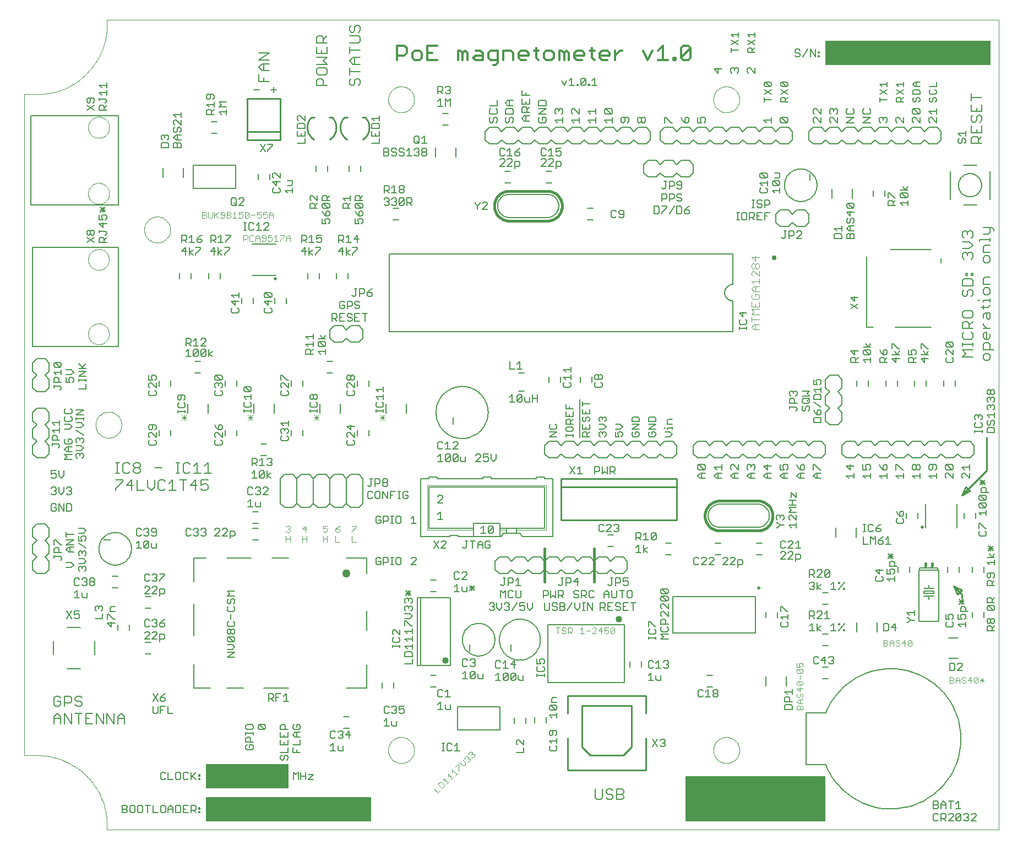
<source format=gto>
G75*
G70*
%OFA0B0*%
%FSLAX24Y24*%
%IPPOS*%
%LPD*%
%AMOC8*
5,1,8,0,0,1.08239X$1,22.5*
%
%ADD10C,0.0070*%
%ADD11C,0.0080*%
%ADD12C,0.0050*%
%ADD13C,0.0040*%
%ADD14C,0.0100*%
%ADD15C,0.0150*%
%ADD16C,0.0500*%
%ADD17C,0.0120*%
%ADD18R,0.5000X0.1500*%
%ADD19R,1.0000X0.1500*%
%ADD20R,0.8500X0.2750*%
%ADD21C,0.0060*%
%ADD22C,0.0200*%
%ADD23C,0.0160*%
%ADD24R,0.0160X0.0230*%
%ADD25C,0.0020*%
%ADD26C,0.0300*%
%ADD27C,0.0400*%
%ADD28C,0.0030*%
%ADD29C,0.0000*%
D10*
X004960Y009585D02*
X004960Y010005D01*
X005170Y010216D01*
X005380Y010005D01*
X005380Y009585D01*
X005605Y009585D02*
X005605Y010216D01*
X006025Y009585D01*
X006025Y010216D01*
X006249Y010216D02*
X006669Y010216D01*
X006459Y010216D02*
X006459Y009585D01*
X006894Y009585D02*
X007314Y009585D01*
X007538Y009585D02*
X007538Y010216D01*
X007959Y009585D01*
X007959Y010216D01*
X008183Y010216D02*
X008603Y009585D01*
X008603Y010216D01*
X008827Y010005D02*
X009037Y010216D01*
X009248Y010005D01*
X009248Y009585D01*
X009248Y009900D02*
X008827Y009900D01*
X008827Y010005D02*
X008827Y009585D01*
X008183Y009585D02*
X008183Y010216D01*
X007314Y010216D02*
X006894Y010216D01*
X006894Y009585D01*
X006894Y009900D02*
X007104Y009900D01*
X006564Y010635D02*
X006354Y010635D01*
X006249Y010740D01*
X006354Y010950D02*
X006564Y010950D01*
X006669Y010845D01*
X006669Y010740D01*
X006564Y010635D01*
X006354Y010950D02*
X006249Y011055D01*
X006249Y011160D01*
X006354Y011266D01*
X006564Y011266D01*
X006669Y011160D01*
X006025Y011160D02*
X006025Y010950D01*
X005920Y010845D01*
X005605Y010845D01*
X005605Y010635D02*
X005605Y011266D01*
X005920Y011266D01*
X006025Y011160D01*
X005380Y011160D02*
X005275Y011266D01*
X005065Y011266D01*
X004960Y011160D01*
X004960Y010740D01*
X005065Y010635D01*
X005275Y010635D01*
X005380Y010740D01*
X005380Y010950D01*
X005170Y010950D01*
X004960Y009900D02*
X005380Y009900D01*
X037743Y005641D02*
X037743Y005115D01*
X037848Y005010D01*
X038058Y005010D01*
X038164Y005115D01*
X038164Y005641D01*
X038388Y005535D02*
X038388Y005430D01*
X038493Y005325D01*
X038703Y005325D01*
X038808Y005220D01*
X038808Y005115D01*
X038703Y005010D01*
X038493Y005010D01*
X038388Y005115D01*
X038388Y005535D02*
X038493Y005641D01*
X038703Y005641D01*
X038808Y005535D01*
X039032Y005641D02*
X039348Y005641D01*
X039453Y005535D01*
X039453Y005430D01*
X039348Y005325D01*
X039032Y005325D01*
X039032Y005010D02*
X039348Y005010D01*
X039453Y005115D01*
X039453Y005220D01*
X039348Y005325D01*
X039032Y005010D02*
X039032Y005641D01*
X059959Y031789D02*
X060170Y031999D01*
X059959Y032209D01*
X060590Y032209D01*
X060590Y032434D02*
X060590Y032644D01*
X060590Y032539D02*
X059959Y032539D01*
X059959Y032434D02*
X059959Y032644D01*
X060065Y032863D02*
X060485Y032863D01*
X060590Y032968D01*
X060590Y033179D01*
X060485Y033284D01*
X060590Y033508D02*
X059959Y033508D01*
X059959Y033823D01*
X060065Y033928D01*
X060275Y033928D01*
X060380Y033823D01*
X060380Y033508D01*
X060380Y033718D02*
X060590Y033928D01*
X060485Y034152D02*
X060590Y034257D01*
X060590Y034468D01*
X060485Y034573D01*
X060065Y034573D01*
X059959Y034468D01*
X059959Y034257D01*
X060065Y034152D01*
X060485Y034152D01*
X061220Y034150D02*
X061220Y034360D01*
X061325Y034465D01*
X061640Y034465D01*
X061640Y034150D01*
X061535Y034045D01*
X061430Y034150D01*
X061430Y034465D01*
X061220Y034689D02*
X061220Y034900D01*
X061115Y034795D02*
X061535Y034795D01*
X061640Y034900D01*
X061640Y035119D02*
X061640Y035329D01*
X061640Y035224D02*
X061220Y035224D01*
X061220Y035119D01*
X061009Y035224D02*
X060904Y035224D01*
X060590Y035547D02*
X060485Y035441D01*
X060590Y035547D02*
X060590Y035757D01*
X060485Y035862D01*
X060380Y035862D01*
X060275Y035757D01*
X060275Y035547D01*
X060170Y035441D01*
X060065Y035441D01*
X059959Y035547D01*
X059959Y035757D01*
X060065Y035862D01*
X059959Y036086D02*
X059959Y036401D01*
X060065Y036506D01*
X060485Y036506D01*
X060590Y036401D01*
X060590Y036086D01*
X059959Y036086D01*
X060170Y036731D02*
X060275Y036731D01*
X060275Y036836D01*
X060170Y036836D01*
X060170Y036731D01*
X060485Y036731D02*
X060590Y036731D01*
X060590Y036836D01*
X060485Y036836D01*
X060485Y036731D01*
X061220Y036509D02*
X061325Y036614D01*
X061640Y036614D01*
X061640Y036193D02*
X061220Y036193D01*
X061220Y036509D01*
X061325Y035969D02*
X061220Y035864D01*
X061220Y035654D01*
X061325Y035549D01*
X061535Y035549D01*
X061640Y035654D01*
X061640Y035864D01*
X061535Y035969D01*
X061325Y035969D01*
X061325Y037483D02*
X061535Y037483D01*
X061640Y037588D01*
X061640Y037798D01*
X061535Y037903D01*
X061325Y037903D01*
X061220Y037798D01*
X061220Y037588D01*
X061325Y037483D01*
X061220Y038127D02*
X061220Y038442D01*
X061325Y038547D01*
X061640Y038547D01*
X061640Y038772D02*
X061640Y038982D01*
X061640Y038877D02*
X061009Y038877D01*
X061009Y038772D01*
X060590Y038552D02*
X060380Y038762D01*
X059959Y038762D01*
X060065Y038986D02*
X059959Y039092D01*
X059959Y039302D01*
X060065Y039407D01*
X060170Y039407D01*
X060275Y039302D01*
X060380Y039407D01*
X060485Y039407D01*
X060590Y039302D01*
X060590Y039092D01*
X060485Y038986D01*
X060275Y039197D02*
X060275Y039302D01*
X060590Y038552D02*
X060380Y038342D01*
X059959Y038342D01*
X060065Y038118D02*
X060170Y038118D01*
X060275Y038013D01*
X060380Y038118D01*
X060485Y038118D01*
X060590Y038013D01*
X060590Y037802D01*
X060485Y037697D01*
X060275Y037908D02*
X060275Y038013D01*
X060065Y038118D02*
X059959Y038013D01*
X059959Y037802D01*
X060065Y037697D01*
X061220Y038127D02*
X061640Y038127D01*
X061535Y039201D02*
X061640Y039306D01*
X061640Y039622D01*
X061745Y039622D02*
X061850Y039517D01*
X061850Y039411D01*
X061745Y039622D02*
X061220Y039622D01*
X061220Y039201D02*
X061535Y039201D01*
X061220Y033823D02*
X061220Y033718D01*
X061430Y033508D01*
X061640Y033508D02*
X061220Y033508D01*
X061325Y033284D02*
X061430Y033284D01*
X061430Y032863D01*
X061535Y032863D02*
X061325Y032863D01*
X061220Y032968D01*
X061220Y033179D01*
X061325Y033284D01*
X061640Y033179D02*
X061640Y032968D01*
X061535Y032863D01*
X061535Y032639D02*
X061640Y032534D01*
X061640Y032219D01*
X061850Y032219D02*
X061220Y032219D01*
X061220Y032534D01*
X061325Y032639D01*
X061535Y032639D01*
X061535Y031994D02*
X061325Y031994D01*
X061220Y031889D01*
X061220Y031679D01*
X061325Y031574D01*
X061535Y031574D01*
X061640Y031679D01*
X061640Y031889D01*
X061535Y031994D01*
X060590Y031789D02*
X059959Y031789D01*
X060065Y032863D02*
X059959Y032968D01*
X059959Y033179D01*
X060065Y033284D01*
X060509Y044710D02*
X060509Y045025D01*
X060615Y045130D01*
X060825Y045130D01*
X060930Y045025D01*
X060930Y044710D01*
X061140Y044710D02*
X060509Y044710D01*
X060930Y044920D02*
X061140Y045130D01*
X061140Y045355D02*
X061140Y045775D01*
X061035Y045999D02*
X061140Y046104D01*
X061140Y046314D01*
X061035Y046419D01*
X060930Y046419D01*
X060825Y046314D01*
X060825Y046104D01*
X060720Y045999D01*
X060615Y045999D01*
X060509Y046104D01*
X060509Y046314D01*
X060615Y046419D01*
X060509Y046644D02*
X061140Y046644D01*
X061140Y047064D01*
X060825Y046854D02*
X060825Y046644D01*
X060509Y046644D02*
X060509Y047064D01*
X060509Y047288D02*
X060509Y047709D01*
X060509Y047498D02*
X061140Y047498D01*
X060509Y045775D02*
X060509Y045355D01*
X061140Y045355D01*
X060825Y045355D02*
X060825Y045565D01*
X023490Y048315D02*
X023385Y048210D01*
X023490Y048315D02*
X023490Y048525D01*
X023385Y048630D01*
X023280Y048630D01*
X023175Y048525D01*
X023175Y048315D01*
X023070Y048210D01*
X022965Y048210D01*
X022859Y048315D01*
X022859Y048525D01*
X022965Y048630D01*
X022859Y048855D02*
X022859Y049275D01*
X022859Y049065D02*
X023490Y049065D01*
X023490Y049499D02*
X023070Y049499D01*
X022859Y049709D01*
X023070Y049919D01*
X023490Y049919D01*
X023175Y049919D02*
X023175Y049499D01*
X022859Y050144D02*
X022859Y050564D01*
X022859Y050354D02*
X023490Y050354D01*
X023385Y050788D02*
X023490Y050893D01*
X023490Y051103D01*
X023385Y051209D01*
X022859Y051209D01*
X022965Y051433D02*
X023070Y051433D01*
X023175Y051538D01*
X023175Y051748D01*
X023280Y051853D01*
X023385Y051853D01*
X023490Y051748D01*
X023490Y051538D01*
X023385Y051433D01*
X022965Y051433D02*
X022859Y051538D01*
X022859Y051748D01*
X022965Y051853D01*
X022859Y050788D02*
X023385Y050788D01*
X021490Y050788D02*
X020859Y050788D01*
X020859Y051103D01*
X020965Y051209D01*
X021175Y051209D01*
X021280Y051103D01*
X021280Y050788D01*
X021280Y050998D02*
X021490Y051209D01*
X021490Y050564D02*
X021490Y050144D01*
X020859Y050144D01*
X020859Y050564D01*
X021175Y050354D02*
X021175Y050144D01*
X021490Y049919D02*
X020859Y049919D01*
X020859Y049499D02*
X021490Y049499D01*
X021280Y049709D01*
X021490Y049919D01*
X021385Y049275D02*
X020965Y049275D01*
X020859Y049170D01*
X020859Y048960D01*
X020965Y048855D01*
X021385Y048855D01*
X021490Y048960D01*
X021490Y049170D01*
X021385Y049275D01*
X021175Y048630D02*
X020965Y048630D01*
X020859Y048525D01*
X020859Y048210D01*
X021490Y048210D01*
X021280Y048210D02*
X021280Y048525D01*
X021175Y048630D01*
X017990Y048460D02*
X017359Y048460D01*
X017359Y048880D01*
X017570Y049105D02*
X017359Y049315D01*
X017570Y049525D01*
X017990Y049525D01*
X017990Y049749D02*
X017359Y049749D01*
X017990Y050169D01*
X017359Y050169D01*
X017675Y049525D02*
X017675Y049105D01*
X017570Y049105D02*
X017990Y049105D01*
X017675Y048670D02*
X017675Y048460D01*
D11*
X015965Y043375D02*
X013385Y043375D01*
X013385Y041975D01*
X015965Y041975D01*
X015965Y043375D01*
X008856Y040975D02*
X008856Y046375D01*
X003575Y046375D01*
X003575Y040975D01*
X008856Y040975D01*
X008856Y038425D02*
X003675Y038425D01*
X003675Y032425D01*
X008856Y032425D01*
X008856Y038425D01*
X004425Y031675D02*
X003925Y031675D01*
X003675Y031425D01*
X003675Y030925D01*
X003925Y030675D01*
X003675Y030425D01*
X003675Y029925D01*
X003925Y029675D01*
X004425Y029675D01*
X004675Y029925D01*
X004675Y030425D01*
X004425Y030675D01*
X004675Y030925D01*
X004675Y031425D01*
X004425Y031675D01*
X004425Y028675D02*
X004675Y028425D01*
X004675Y027925D01*
X004425Y027675D01*
X004675Y027425D01*
X004675Y026925D01*
X004425Y026675D01*
X004675Y026425D01*
X004675Y025925D01*
X004425Y025675D01*
X003925Y025675D01*
X003675Y025925D01*
X003675Y026425D01*
X003925Y026675D01*
X003675Y026925D01*
X003675Y027425D01*
X003925Y027675D01*
X003675Y027925D01*
X003675Y028425D01*
X003925Y028675D01*
X004425Y028675D01*
X004425Y021675D02*
X004675Y021425D01*
X004675Y020925D01*
X004425Y020675D01*
X004675Y020425D01*
X004675Y019925D01*
X004425Y019675D01*
X004675Y019425D01*
X004675Y018925D01*
X004425Y018675D01*
X003925Y018675D01*
X003675Y018925D01*
X003675Y019425D01*
X003925Y019675D01*
X003675Y019925D01*
X003675Y020425D01*
X003925Y020675D01*
X003675Y020925D01*
X003675Y021425D01*
X003925Y021675D01*
X004425Y021675D01*
X007975Y020725D02*
X008375Y020725D01*
X007691Y020175D02*
X007693Y020237D01*
X007699Y020300D01*
X007709Y020361D01*
X007723Y020422D01*
X007740Y020482D01*
X007761Y020541D01*
X007787Y020598D01*
X007815Y020653D01*
X007847Y020707D01*
X007883Y020758D01*
X007921Y020808D01*
X007963Y020854D01*
X008007Y020898D01*
X008055Y020939D01*
X008104Y020977D01*
X008156Y021011D01*
X008210Y021042D01*
X008266Y021070D01*
X008324Y021094D01*
X008383Y021115D01*
X008443Y021131D01*
X008504Y021144D01*
X008566Y021153D01*
X008628Y021158D01*
X008691Y021159D01*
X008753Y021156D01*
X008815Y021149D01*
X008877Y021138D01*
X008937Y021123D01*
X008997Y021105D01*
X009055Y021083D01*
X009112Y021057D01*
X009167Y021027D01*
X009220Y020994D01*
X009271Y020958D01*
X009319Y020919D01*
X009365Y020876D01*
X009408Y020831D01*
X009448Y020783D01*
X009485Y020733D01*
X009519Y020680D01*
X009550Y020626D01*
X009576Y020570D01*
X009600Y020512D01*
X009619Y020452D01*
X009635Y020392D01*
X009647Y020330D01*
X009655Y020269D01*
X009659Y020206D01*
X009659Y020144D01*
X009655Y020081D01*
X009647Y020020D01*
X009635Y019958D01*
X009619Y019898D01*
X009600Y019838D01*
X009576Y019780D01*
X009550Y019724D01*
X009519Y019670D01*
X009485Y019617D01*
X009448Y019567D01*
X009408Y019519D01*
X009365Y019474D01*
X009319Y019431D01*
X009271Y019392D01*
X009220Y019356D01*
X009167Y019323D01*
X009112Y019293D01*
X009055Y019267D01*
X008997Y019245D01*
X008937Y019227D01*
X008877Y019212D01*
X008815Y019201D01*
X008753Y019194D01*
X008691Y019191D01*
X008628Y019192D01*
X008566Y019197D01*
X008504Y019206D01*
X008443Y019219D01*
X008383Y019235D01*
X008324Y019256D01*
X008266Y019280D01*
X008210Y019308D01*
X008156Y019339D01*
X008104Y019373D01*
X008055Y019411D01*
X008007Y019452D01*
X007963Y019496D01*
X007921Y019542D01*
X007883Y019592D01*
X007847Y019643D01*
X007815Y019697D01*
X007787Y019752D01*
X007761Y019809D01*
X007740Y019868D01*
X007723Y019928D01*
X007709Y019989D01*
X007699Y020050D01*
X007693Y020113D01*
X007691Y020175D01*
X021675Y032925D02*
X021675Y033425D01*
X021925Y033675D01*
X022425Y033675D01*
X022675Y033425D01*
X022925Y033675D01*
X023425Y033675D01*
X023675Y033425D01*
X023675Y032925D01*
X023425Y032675D01*
X022925Y032675D01*
X022675Y032925D01*
X022425Y032675D01*
X021925Y032675D01*
X021675Y032925D01*
X029125Y028125D02*
X029125Y027725D01*
X028100Y028425D02*
X028102Y028504D01*
X028108Y028583D01*
X028118Y028662D01*
X028132Y028740D01*
X028149Y028817D01*
X028171Y028893D01*
X028196Y028968D01*
X028226Y029041D01*
X028258Y029113D01*
X028295Y029184D01*
X028335Y029252D01*
X028378Y029318D01*
X028424Y029382D01*
X028474Y029444D01*
X028527Y029503D01*
X028582Y029559D01*
X028641Y029613D01*
X028702Y029663D01*
X028765Y029711D01*
X028831Y029755D01*
X028899Y029796D01*
X028969Y029833D01*
X029040Y029867D01*
X029114Y029897D01*
X029188Y029923D01*
X029264Y029945D01*
X029341Y029964D01*
X029419Y029979D01*
X029497Y029990D01*
X029576Y029997D01*
X029655Y030000D01*
X029734Y029999D01*
X029813Y029994D01*
X029892Y029985D01*
X029970Y029972D01*
X030047Y029955D01*
X030124Y029935D01*
X030199Y029910D01*
X030273Y029882D01*
X030346Y029850D01*
X030416Y029815D01*
X030485Y029776D01*
X030552Y029733D01*
X030617Y029687D01*
X030679Y029639D01*
X030739Y029587D01*
X030796Y029532D01*
X030850Y029474D01*
X030901Y029414D01*
X030949Y029351D01*
X030994Y029286D01*
X031036Y029218D01*
X031074Y029149D01*
X031108Y029078D01*
X031139Y029005D01*
X031167Y028930D01*
X031190Y028855D01*
X031210Y028778D01*
X031226Y028701D01*
X031238Y028622D01*
X031246Y028544D01*
X031250Y028465D01*
X031250Y028385D01*
X031246Y028306D01*
X031238Y028228D01*
X031226Y028149D01*
X031210Y028072D01*
X031190Y027995D01*
X031167Y027920D01*
X031139Y027845D01*
X031108Y027772D01*
X031074Y027701D01*
X031036Y027632D01*
X030994Y027564D01*
X030949Y027499D01*
X030901Y027436D01*
X030850Y027376D01*
X030796Y027318D01*
X030739Y027263D01*
X030679Y027211D01*
X030617Y027163D01*
X030552Y027117D01*
X030485Y027074D01*
X030416Y027035D01*
X030346Y027000D01*
X030273Y026968D01*
X030199Y026940D01*
X030124Y026915D01*
X030047Y026895D01*
X029970Y026878D01*
X029892Y026865D01*
X029813Y026856D01*
X029734Y026851D01*
X029655Y026850D01*
X029576Y026853D01*
X029497Y026860D01*
X029419Y026871D01*
X029341Y026886D01*
X029264Y026905D01*
X029188Y026927D01*
X029114Y026953D01*
X029040Y026983D01*
X028969Y027017D01*
X028899Y027054D01*
X028831Y027095D01*
X028765Y027139D01*
X028702Y027187D01*
X028641Y027237D01*
X028582Y027291D01*
X028527Y027347D01*
X028474Y027406D01*
X028424Y027468D01*
X028378Y027532D01*
X028335Y027598D01*
X028295Y027666D01*
X028258Y027737D01*
X028226Y027809D01*
X028196Y027882D01*
X028171Y027957D01*
X028149Y028033D01*
X028132Y028110D01*
X028118Y028188D01*
X028108Y028267D01*
X028102Y028346D01*
X028100Y028425D01*
X034675Y026425D02*
X034675Y025925D01*
X034925Y025675D01*
X035425Y025675D01*
X035675Y025925D01*
X035925Y025675D01*
X036425Y025675D01*
X036675Y025925D01*
X036925Y025675D01*
X037425Y025675D01*
X037675Y025925D01*
X037925Y025675D01*
X038425Y025675D01*
X038675Y025925D01*
X038925Y025675D01*
X039425Y025675D01*
X039675Y025925D01*
X039925Y025675D01*
X040425Y025675D01*
X040675Y025925D01*
X040925Y025675D01*
X041425Y025675D01*
X041675Y025925D01*
X041925Y025675D01*
X042425Y025675D01*
X042675Y025925D01*
X042675Y026425D01*
X042425Y026675D01*
X041925Y026675D01*
X041675Y026425D01*
X041425Y026675D01*
X040925Y026675D01*
X040675Y026425D01*
X040425Y026675D01*
X039925Y026675D01*
X039675Y026425D01*
X039425Y026675D01*
X038925Y026675D01*
X038675Y026425D01*
X038425Y026675D01*
X037925Y026675D01*
X037675Y026425D01*
X037425Y026675D01*
X036925Y026675D01*
X036675Y026425D01*
X036425Y026675D01*
X035925Y026675D01*
X035675Y026425D01*
X035425Y026675D01*
X034925Y026675D01*
X034675Y026425D01*
X034965Y026965D02*
X035385Y027245D01*
X034965Y027245D01*
X035035Y027425D02*
X035315Y027425D01*
X035385Y027495D01*
X035385Y027636D01*
X035315Y027706D01*
X035035Y027706D02*
X034965Y027636D01*
X034965Y027495D01*
X035035Y027425D01*
X034965Y026965D02*
X035385Y026965D01*
X035965Y026965D02*
X035965Y027105D01*
X035965Y027035D02*
X036385Y027035D01*
X036385Y026965D02*
X036385Y027105D01*
X036315Y027272D02*
X036385Y027342D01*
X036385Y027482D01*
X036315Y027552D01*
X036035Y027552D01*
X035965Y027482D01*
X035965Y027342D01*
X036035Y027272D01*
X036315Y027272D01*
X036385Y027732D02*
X035965Y027732D01*
X035965Y027943D01*
X036035Y028013D01*
X036175Y028013D01*
X036245Y027943D01*
X036245Y027732D01*
X036245Y027872D02*
X036385Y028013D01*
X036385Y028193D02*
X036385Y028473D01*
X036385Y028653D02*
X035965Y028653D01*
X035965Y028933D01*
X036175Y028793D02*
X036175Y028653D01*
X035965Y028473D02*
X035965Y028193D01*
X036385Y028193D01*
X036175Y028193D02*
X036175Y028333D01*
X036965Y028346D02*
X037385Y028346D01*
X037385Y028626D01*
X037175Y028486D02*
X037175Y028346D01*
X037245Y028166D02*
X037315Y028166D01*
X037385Y028096D01*
X037385Y027956D01*
X037315Y027886D01*
X037175Y027956D02*
X037175Y028096D01*
X037245Y028166D01*
X037035Y028166D02*
X036965Y028096D01*
X036965Y027956D01*
X037035Y027886D01*
X037105Y027886D01*
X037175Y027956D01*
X037385Y027706D02*
X037385Y027425D01*
X036965Y027425D01*
X036965Y027706D01*
X037175Y027566D02*
X037175Y027425D01*
X037175Y027245D02*
X037245Y027175D01*
X037245Y026965D01*
X037385Y026965D02*
X036965Y026965D01*
X036965Y027175D01*
X037035Y027245D01*
X037175Y027245D01*
X037245Y027105D02*
X037385Y027245D01*
X037965Y027175D02*
X037965Y027035D01*
X038035Y026965D01*
X038175Y027105D02*
X038175Y027175D01*
X038245Y027245D01*
X038315Y027245D01*
X038385Y027175D01*
X038385Y027035D01*
X038315Y026965D01*
X038175Y027175D02*
X038105Y027245D01*
X038035Y027245D01*
X037965Y027175D01*
X037965Y027425D02*
X038245Y027425D01*
X038385Y027566D01*
X038245Y027706D01*
X037965Y027706D01*
X038035Y027886D02*
X037965Y027956D01*
X037965Y028096D01*
X038035Y028166D01*
X038105Y028166D01*
X038175Y028096D01*
X038245Y028166D01*
X038315Y028166D01*
X038385Y028096D01*
X038385Y027956D01*
X038315Y027886D01*
X038175Y028026D02*
X038175Y028096D01*
X038965Y027706D02*
X039245Y027706D01*
X039385Y027566D01*
X039245Y027425D01*
X038965Y027425D01*
X038965Y027245D02*
X038965Y026965D01*
X039175Y026965D01*
X039105Y027105D01*
X039105Y027175D01*
X039175Y027245D01*
X039315Y027245D01*
X039385Y027175D01*
X039385Y027035D01*
X039315Y026965D01*
X039965Y027035D02*
X040035Y026965D01*
X040315Y026965D01*
X040385Y027035D01*
X040385Y027175D01*
X040315Y027245D01*
X040175Y027245D01*
X040175Y027105D01*
X040035Y027245D02*
X039965Y027175D01*
X039965Y027035D01*
X039965Y027425D02*
X040385Y027706D01*
X039965Y027706D01*
X039965Y027886D02*
X039965Y028096D01*
X040035Y028166D01*
X040315Y028166D01*
X040385Y028096D01*
X040385Y027886D01*
X039965Y027886D01*
X039965Y027425D02*
X040385Y027425D01*
X040965Y027425D02*
X041385Y027706D01*
X040965Y027706D01*
X040965Y027886D02*
X040965Y028096D01*
X041035Y028166D01*
X041315Y028166D01*
X041385Y028096D01*
X041385Y027886D01*
X040965Y027886D01*
X040965Y027425D02*
X041385Y027425D01*
X041315Y027245D02*
X041175Y027245D01*
X041175Y027105D01*
X041315Y026965D02*
X041385Y027035D01*
X041385Y027175D01*
X041315Y027245D01*
X041315Y026965D02*
X041035Y026965D01*
X040965Y027035D01*
X040965Y027175D01*
X041035Y027245D01*
X041895Y027495D02*
X041965Y027495D01*
X042105Y027495D02*
X042385Y027495D01*
X042385Y027425D02*
X042385Y027566D01*
X042385Y027732D02*
X042105Y027732D01*
X042105Y027943D01*
X042175Y028013D01*
X042385Y028013D01*
X042105Y027495D02*
X042105Y027425D01*
X042245Y027245D02*
X041965Y027245D01*
X042245Y027245D02*
X042385Y027105D01*
X042245Y026965D01*
X041965Y026965D01*
X043675Y026425D02*
X043675Y025925D01*
X043925Y025675D01*
X044425Y025675D01*
X044675Y025925D01*
X044925Y025675D01*
X045425Y025675D01*
X045675Y025925D01*
X045925Y025675D01*
X046425Y025675D01*
X046675Y025925D01*
X046925Y025675D01*
X047425Y025675D01*
X047675Y025925D01*
X047925Y025675D01*
X048425Y025675D01*
X048675Y025925D01*
X048925Y025675D01*
X049425Y025675D01*
X049675Y025925D01*
X049925Y025675D01*
X050425Y025675D01*
X050675Y025925D01*
X050925Y025675D01*
X051425Y025675D01*
X051675Y025925D01*
X051675Y026425D01*
X051425Y026675D01*
X050925Y026675D01*
X050675Y026425D01*
X050425Y026675D01*
X049925Y026675D01*
X049675Y026425D01*
X049425Y026675D01*
X048925Y026675D01*
X048675Y026425D01*
X048425Y026675D01*
X047925Y026675D01*
X047675Y026425D01*
X047425Y026675D01*
X046925Y026675D01*
X046675Y026425D01*
X046425Y026675D01*
X045925Y026675D01*
X045675Y026425D01*
X045425Y026675D01*
X044925Y026675D01*
X044675Y026425D01*
X044425Y026675D01*
X043925Y026675D01*
X043675Y026425D01*
X044015Y025270D02*
X044335Y024949D01*
X044415Y025029D01*
X044415Y025190D01*
X044335Y025270D01*
X044015Y025270D01*
X043935Y025190D01*
X043935Y025029D01*
X044015Y024949D01*
X044335Y024949D01*
X044415Y024754D02*
X044095Y024754D01*
X043935Y024594D01*
X044095Y024434D01*
X044415Y024434D01*
X044175Y024434D02*
X044175Y024754D01*
X044935Y024594D02*
X045095Y024754D01*
X045415Y024754D01*
X045415Y024949D02*
X045415Y025270D01*
X045415Y025109D02*
X044935Y025109D01*
X045095Y024949D01*
X045175Y024754D02*
X045175Y024434D01*
X045095Y024434D02*
X044935Y024594D01*
X045095Y024434D02*
X045415Y024434D01*
X045935Y024594D02*
X046095Y024754D01*
X046415Y024754D01*
X046415Y024949D02*
X046095Y025270D01*
X046015Y025270D01*
X045935Y025190D01*
X045935Y025029D01*
X046015Y024949D01*
X046175Y024754D02*
X046175Y024434D01*
X046095Y024434D02*
X045935Y024594D01*
X046095Y024434D02*
X046415Y024434D01*
X046415Y024949D02*
X046415Y025270D01*
X046935Y025190D02*
X047015Y025270D01*
X047095Y025270D01*
X047175Y025190D01*
X047255Y025270D01*
X047335Y025270D01*
X047415Y025190D01*
X047415Y025029D01*
X047335Y024949D01*
X047415Y024754D02*
X047095Y024754D01*
X046935Y024594D01*
X047095Y024434D01*
X047415Y024434D01*
X047175Y024434D02*
X047175Y024754D01*
X047015Y024949D02*
X046935Y025029D01*
X046935Y025190D01*
X047175Y025190D02*
X047175Y025109D01*
X047935Y025190D02*
X048175Y024949D01*
X048175Y025270D01*
X048415Y025190D02*
X047935Y025190D01*
X048095Y024754D02*
X048415Y024754D01*
X048175Y024754D02*
X048175Y024434D01*
X048095Y024434D02*
X047935Y024594D01*
X048095Y024754D01*
X048095Y024434D02*
X048415Y024434D01*
X048935Y024594D02*
X049095Y024754D01*
X049415Y024754D01*
X049335Y024949D02*
X049415Y025029D01*
X049415Y025190D01*
X049335Y025270D01*
X049175Y025270D01*
X049095Y025190D01*
X049095Y025109D01*
X049175Y024949D01*
X048935Y024949D01*
X048935Y025270D01*
X049175Y024754D02*
X049175Y024434D01*
X049095Y024434D02*
X048935Y024594D01*
X049095Y024434D02*
X049415Y024434D01*
X049935Y024594D02*
X050095Y024754D01*
X050415Y024754D01*
X050335Y024949D02*
X050175Y024949D01*
X050175Y025190D01*
X050255Y025270D01*
X050335Y025270D01*
X050415Y025190D01*
X050415Y025029D01*
X050335Y024949D01*
X050175Y024949D02*
X050015Y025109D01*
X049935Y025270D01*
X050175Y024754D02*
X050175Y024434D01*
X050095Y024434D02*
X049935Y024594D01*
X050095Y024434D02*
X050415Y024434D01*
X050935Y024594D02*
X051095Y024754D01*
X051415Y024754D01*
X051415Y024949D02*
X051335Y024949D01*
X051015Y025270D01*
X050935Y025270D01*
X050935Y024949D01*
X051175Y024754D02*
X051175Y024434D01*
X051095Y024434D02*
X051415Y024434D01*
X051095Y024434D02*
X050935Y024594D01*
X052935Y024594D02*
X053415Y024594D01*
X053415Y024434D02*
X053415Y024754D01*
X053175Y024949D02*
X052935Y025190D01*
X053415Y025190D01*
X053175Y025270D02*
X053175Y024949D01*
X052935Y024594D02*
X053095Y024434D01*
X053935Y024594D02*
X054415Y024594D01*
X054415Y024434D02*
X054415Y024754D01*
X054335Y024949D02*
X054415Y025029D01*
X054415Y025190D01*
X054335Y025270D01*
X054175Y025270D01*
X054095Y025190D01*
X054095Y025109D01*
X054175Y024949D01*
X053935Y024949D01*
X053935Y025270D01*
X053925Y025675D02*
X053675Y025925D01*
X053425Y025675D01*
X052925Y025675D01*
X052675Y025925D01*
X052675Y026425D01*
X052925Y026675D01*
X053425Y026675D01*
X053675Y026425D01*
X053925Y026675D01*
X054425Y026675D01*
X054675Y026425D01*
X054925Y026675D01*
X055425Y026675D01*
X055675Y026425D01*
X055925Y026675D01*
X056425Y026675D01*
X056675Y026425D01*
X056925Y026675D01*
X057425Y026675D01*
X057675Y026425D01*
X057925Y026675D01*
X058425Y026675D01*
X058675Y026425D01*
X058925Y026675D01*
X059425Y026675D01*
X059675Y026425D01*
X059925Y026675D01*
X060425Y026675D01*
X060675Y026425D01*
X060675Y025925D01*
X060425Y025675D01*
X059925Y025675D01*
X059675Y025925D01*
X059425Y025675D01*
X058925Y025675D01*
X058675Y025925D01*
X058425Y025675D01*
X057925Y025675D01*
X057675Y025925D01*
X057425Y025675D01*
X056925Y025675D01*
X056675Y025925D01*
X056425Y025675D01*
X055925Y025675D01*
X055675Y025925D01*
X055425Y025675D01*
X054925Y025675D01*
X054675Y025925D01*
X054425Y025675D01*
X053925Y025675D01*
X054935Y025270D02*
X055015Y025109D01*
X055175Y024949D01*
X055175Y025190D01*
X055255Y025270D01*
X055335Y025270D01*
X055415Y025190D01*
X055415Y025029D01*
X055335Y024949D01*
X055175Y024949D01*
X055415Y024754D02*
X055415Y024434D01*
X055415Y024594D02*
X054935Y024594D01*
X055095Y024434D01*
X055935Y024594D02*
X056415Y024594D01*
X056415Y024434D02*
X056415Y024754D01*
X056415Y024949D02*
X056335Y024949D01*
X056015Y025270D01*
X055935Y025270D01*
X055935Y024949D01*
X055935Y024594D02*
X056095Y024434D01*
X056935Y024594D02*
X057415Y024594D01*
X057415Y024434D02*
X057415Y024754D01*
X057335Y024949D02*
X057255Y024949D01*
X057175Y025029D01*
X057175Y025190D01*
X057255Y025270D01*
X057335Y025270D01*
X057415Y025190D01*
X057415Y025029D01*
X057335Y024949D01*
X057175Y025029D02*
X057095Y024949D01*
X057015Y024949D01*
X056935Y025029D01*
X056935Y025190D01*
X057015Y025270D01*
X057095Y025270D01*
X057175Y025190D01*
X056935Y024594D02*
X057095Y024434D01*
X057935Y024594D02*
X058415Y024594D01*
X058415Y024434D02*
X058415Y024754D01*
X058335Y024949D02*
X058415Y025029D01*
X058415Y025190D01*
X058335Y025270D01*
X058015Y025270D01*
X057935Y025190D01*
X057935Y025029D01*
X058015Y024949D01*
X058095Y024949D01*
X058175Y025029D01*
X058175Y025270D01*
X057935Y024594D02*
X058095Y024434D01*
X058935Y024514D02*
X059015Y024434D01*
X058935Y024514D02*
X058935Y024674D01*
X059015Y024754D01*
X059095Y024754D01*
X059415Y024434D01*
X059415Y024754D01*
X059335Y024949D02*
X059015Y025270D01*
X059335Y025270D01*
X059415Y025190D01*
X059415Y025029D01*
X059335Y024949D01*
X059015Y024949D01*
X058935Y025029D01*
X058935Y025190D01*
X059015Y025270D01*
X059935Y025109D02*
X060415Y025109D01*
X060415Y024949D02*
X060415Y025270D01*
X060095Y024949D02*
X059935Y025109D01*
X060015Y024754D02*
X059935Y024674D01*
X059935Y024514D01*
X060015Y024434D01*
X060015Y024754D02*
X060095Y024754D01*
X060415Y024434D01*
X060415Y024754D01*
X054095Y024434D02*
X053935Y024594D01*
X052425Y027675D02*
X051925Y027675D01*
X051675Y027925D01*
X051675Y028425D01*
X051925Y028675D01*
X051675Y028925D01*
X051675Y029425D01*
X051925Y029675D01*
X051675Y029925D01*
X051675Y030425D01*
X051925Y030675D01*
X052425Y030675D01*
X052675Y030425D01*
X052675Y029925D01*
X052425Y029675D01*
X052675Y029425D01*
X052675Y028925D01*
X052425Y028675D01*
X052675Y028425D01*
X052675Y027925D01*
X052425Y027675D01*
X039675Y019425D02*
X039425Y019675D01*
X038925Y019675D01*
X038675Y019425D01*
X038425Y019675D01*
X037925Y019675D01*
X037675Y019425D01*
X037425Y019675D01*
X036925Y019675D01*
X036675Y019425D01*
X036425Y019675D01*
X035925Y019675D01*
X035675Y019425D01*
X035425Y019675D01*
X034925Y019675D01*
X034675Y019425D01*
X034675Y018925D01*
X034925Y018675D01*
X035425Y018675D01*
X035675Y018925D01*
X035925Y018675D01*
X036425Y018675D01*
X036675Y018925D01*
X036925Y018675D01*
X037425Y018675D01*
X037675Y018925D01*
X037675Y019425D01*
X037675Y018925D01*
X037925Y018675D01*
X038425Y018675D01*
X038675Y018925D01*
X038925Y018675D01*
X039425Y018675D01*
X039675Y018925D01*
X039675Y019425D01*
X034675Y019425D02*
X034675Y018925D01*
X034425Y018675D01*
X033925Y018675D01*
X033675Y018925D01*
X033425Y018675D01*
X032925Y018675D01*
X032675Y018925D01*
X032425Y018675D01*
X031925Y018675D01*
X031675Y018925D01*
X031675Y019425D01*
X031925Y019675D01*
X032425Y019675D01*
X032675Y019425D01*
X032925Y019675D01*
X033425Y019675D01*
X033675Y019425D01*
X033925Y019675D01*
X034425Y019675D01*
X034675Y019425D01*
X031935Y014675D02*
X031937Y014745D01*
X031943Y014815D01*
X031953Y014885D01*
X031967Y014953D01*
X031984Y015021D01*
X032006Y015088D01*
X032031Y015154D01*
X032060Y015218D01*
X032092Y015280D01*
X032128Y015340D01*
X032168Y015398D01*
X032210Y015454D01*
X032256Y015507D01*
X032304Y015558D01*
X032356Y015606D01*
X032410Y015651D01*
X032466Y015692D01*
X032525Y015731D01*
X032586Y015766D01*
X032648Y015798D01*
X032713Y015826D01*
X032778Y015850D01*
X032846Y015870D01*
X032914Y015887D01*
X032983Y015900D01*
X033052Y015909D01*
X033122Y015914D01*
X033193Y015915D01*
X033263Y015912D01*
X033333Y015905D01*
X033402Y015894D01*
X033470Y015879D01*
X033538Y015861D01*
X033605Y015838D01*
X033670Y015812D01*
X033733Y015782D01*
X033795Y015749D01*
X033855Y015712D01*
X033912Y015672D01*
X033968Y015629D01*
X034020Y015582D01*
X034070Y015533D01*
X034117Y015481D01*
X034161Y015426D01*
X034202Y015369D01*
X034240Y015310D01*
X034274Y015249D01*
X034305Y015186D01*
X034332Y015121D01*
X034355Y015055D01*
X034375Y014987D01*
X034391Y014919D01*
X034403Y014850D01*
X034411Y014780D01*
X034415Y014710D01*
X034415Y014640D01*
X034411Y014570D01*
X034403Y014500D01*
X034391Y014431D01*
X034375Y014363D01*
X034355Y014295D01*
X034332Y014229D01*
X034305Y014164D01*
X034274Y014101D01*
X034240Y014040D01*
X034202Y013981D01*
X034161Y013924D01*
X034117Y013869D01*
X034070Y013817D01*
X034020Y013768D01*
X033968Y013721D01*
X033912Y013678D01*
X033855Y013638D01*
X033795Y013601D01*
X033733Y013568D01*
X033670Y013538D01*
X033605Y013512D01*
X033538Y013489D01*
X033470Y013471D01*
X033402Y013456D01*
X033333Y013445D01*
X033263Y013438D01*
X033193Y013435D01*
X033122Y013436D01*
X033052Y013441D01*
X032983Y013450D01*
X032914Y013463D01*
X032846Y013480D01*
X032778Y013500D01*
X032713Y013524D01*
X032648Y013552D01*
X032586Y013584D01*
X032525Y013619D01*
X032466Y013658D01*
X032410Y013699D01*
X032356Y013744D01*
X032304Y013792D01*
X032256Y013843D01*
X032210Y013896D01*
X032168Y013952D01*
X032128Y014010D01*
X032092Y014070D01*
X032060Y014132D01*
X032031Y014196D01*
X032006Y014262D01*
X031984Y014329D01*
X031967Y014397D01*
X031953Y014465D01*
X031943Y014535D01*
X031937Y014605D01*
X031935Y014675D01*
X032625Y014375D02*
X032625Y013975D01*
X029691Y014675D02*
X029693Y014737D01*
X029699Y014800D01*
X029709Y014861D01*
X029723Y014922D01*
X029740Y014982D01*
X029761Y015041D01*
X029787Y015098D01*
X029815Y015153D01*
X029847Y015207D01*
X029883Y015258D01*
X029921Y015308D01*
X029963Y015354D01*
X030007Y015398D01*
X030055Y015439D01*
X030104Y015477D01*
X030156Y015511D01*
X030210Y015542D01*
X030266Y015570D01*
X030324Y015594D01*
X030383Y015615D01*
X030443Y015631D01*
X030504Y015644D01*
X030566Y015653D01*
X030628Y015658D01*
X030691Y015659D01*
X030753Y015656D01*
X030815Y015649D01*
X030877Y015638D01*
X030937Y015623D01*
X030997Y015605D01*
X031055Y015583D01*
X031112Y015557D01*
X031167Y015527D01*
X031220Y015494D01*
X031271Y015458D01*
X031319Y015419D01*
X031365Y015376D01*
X031408Y015331D01*
X031448Y015283D01*
X031485Y015233D01*
X031519Y015180D01*
X031550Y015126D01*
X031576Y015070D01*
X031600Y015012D01*
X031619Y014952D01*
X031635Y014892D01*
X031647Y014830D01*
X031655Y014769D01*
X031659Y014706D01*
X031659Y014644D01*
X031655Y014581D01*
X031647Y014520D01*
X031635Y014458D01*
X031619Y014398D01*
X031600Y014338D01*
X031576Y014280D01*
X031550Y014224D01*
X031519Y014170D01*
X031485Y014117D01*
X031448Y014067D01*
X031408Y014019D01*
X031365Y013974D01*
X031319Y013931D01*
X031271Y013892D01*
X031220Y013856D01*
X031167Y013823D01*
X031112Y013793D01*
X031055Y013767D01*
X030997Y013745D01*
X030937Y013727D01*
X030877Y013712D01*
X030815Y013701D01*
X030753Y013694D01*
X030691Y013691D01*
X030628Y013692D01*
X030566Y013697D01*
X030504Y013706D01*
X030443Y013719D01*
X030383Y013735D01*
X030324Y013756D01*
X030266Y013780D01*
X030210Y013808D01*
X030156Y013839D01*
X030104Y013873D01*
X030055Y013911D01*
X030007Y013952D01*
X029963Y013996D01*
X029921Y014042D01*
X029883Y014092D01*
X029847Y014143D01*
X029815Y014197D01*
X029787Y014252D01*
X029761Y014309D01*
X029740Y014368D01*
X029723Y014428D01*
X029709Y014489D01*
X029699Y014550D01*
X029693Y014613D01*
X029691Y014675D01*
X030125Y014375D02*
X030125Y013975D01*
X029385Y010625D02*
X031965Y010625D01*
X031965Y009225D01*
X029385Y009225D01*
X029385Y010625D01*
X047578Y017815D02*
X047580Y017830D01*
X047586Y017843D01*
X047595Y017855D01*
X047606Y017864D01*
X047620Y017870D01*
X047635Y017872D01*
X047650Y017870D01*
X047663Y017864D01*
X047675Y017855D01*
X047684Y017844D01*
X047690Y017830D01*
X047692Y017815D01*
X047690Y017800D01*
X047684Y017787D01*
X047675Y017775D01*
X047664Y017766D01*
X047650Y017760D01*
X047635Y017758D01*
X047620Y017760D01*
X047607Y017766D01*
X047595Y017775D01*
X047586Y017786D01*
X047580Y017800D01*
X047578Y017815D01*
X050514Y010250D02*
X051695Y010250D01*
X050514Y010250D02*
X050514Y007100D01*
X051695Y007100D01*
X051777Y006910D01*
X051868Y006724D01*
X051968Y006542D01*
X052076Y006366D01*
X052193Y006195D01*
X052318Y006030D01*
X052452Y005871D01*
X052592Y005719D01*
X052740Y005574D01*
X052895Y005436D01*
X053057Y005307D01*
X053224Y005185D01*
X053398Y005071D01*
X053576Y004967D01*
X053760Y004871D01*
X053948Y004784D01*
X054140Y004706D01*
X054336Y004638D01*
X054535Y004579D01*
X054736Y004531D01*
X054940Y004492D01*
X055145Y004463D01*
X055351Y004444D01*
X055558Y004436D01*
X055765Y004437D01*
X055972Y004449D01*
X056178Y004470D01*
X056383Y004502D01*
X056586Y004544D01*
X056787Y004595D01*
X056984Y004656D01*
X057179Y004727D01*
X057370Y004808D01*
X057557Y004897D01*
X057739Y004996D01*
X057916Y005103D01*
X058088Y005219D01*
X058254Y005343D01*
X058414Y005475D01*
X058567Y005615D01*
X058713Y005762D01*
X058851Y005916D01*
X058982Y006076D01*
X059105Y006243D01*
X059220Y006416D01*
X059326Y006594D01*
X059423Y006777D01*
X059511Y006964D01*
X059590Y007156D01*
X059660Y007351D01*
X059720Y007549D01*
X059770Y007750D01*
X059810Y007953D01*
X059840Y008158D01*
X059861Y008364D01*
X059871Y008571D01*
X059871Y008779D01*
X059861Y008986D01*
X059840Y009192D01*
X059810Y009397D01*
X059770Y009600D01*
X059720Y009801D01*
X059660Y009999D01*
X059590Y010194D01*
X059511Y010386D01*
X059423Y010573D01*
X059326Y010756D01*
X059220Y010934D01*
X059105Y011107D01*
X058982Y011274D01*
X058851Y011434D01*
X058713Y011588D01*
X058567Y011735D01*
X058414Y011875D01*
X058254Y012007D01*
X058088Y012131D01*
X057916Y012247D01*
X057739Y012354D01*
X057557Y012453D01*
X057370Y012542D01*
X057179Y012623D01*
X056984Y012694D01*
X056787Y012755D01*
X056586Y012806D01*
X056383Y012848D01*
X056178Y012880D01*
X055972Y012901D01*
X055765Y012913D01*
X055558Y012914D01*
X055351Y012906D01*
X055145Y012887D01*
X054940Y012858D01*
X054736Y012819D01*
X054535Y012771D01*
X054336Y012712D01*
X054140Y012644D01*
X053948Y012566D01*
X053760Y012479D01*
X053576Y012383D01*
X053398Y012279D01*
X053224Y012165D01*
X053057Y012043D01*
X052895Y011914D01*
X052740Y011776D01*
X052592Y011631D01*
X052452Y011479D01*
X052318Y011320D01*
X052193Y011155D01*
X052076Y010984D01*
X051968Y010808D01*
X051868Y010626D01*
X051777Y010440D01*
X051695Y010250D01*
X036805Y026925D02*
X036805Y029227D01*
X036965Y029087D02*
X036965Y028807D01*
X036965Y028947D02*
X037385Y028947D01*
X036965Y028626D02*
X036965Y028346D01*
X048675Y039925D02*
X048925Y039675D01*
X049425Y039675D01*
X049675Y039925D01*
X049925Y039675D01*
X050425Y039675D01*
X050675Y039925D01*
X050675Y040425D01*
X050425Y040675D01*
X049925Y040675D01*
X049675Y040425D01*
X049425Y040675D01*
X048925Y040675D01*
X048675Y040425D01*
X048675Y039925D01*
X049191Y042175D02*
X049193Y042237D01*
X049199Y042300D01*
X049209Y042361D01*
X049223Y042422D01*
X049240Y042482D01*
X049261Y042541D01*
X049287Y042598D01*
X049315Y042653D01*
X049347Y042707D01*
X049383Y042758D01*
X049421Y042808D01*
X049463Y042854D01*
X049507Y042898D01*
X049555Y042939D01*
X049604Y042977D01*
X049656Y043011D01*
X049710Y043042D01*
X049766Y043070D01*
X049824Y043094D01*
X049883Y043115D01*
X049943Y043131D01*
X050004Y043144D01*
X050066Y043153D01*
X050128Y043158D01*
X050191Y043159D01*
X050253Y043156D01*
X050315Y043149D01*
X050377Y043138D01*
X050437Y043123D01*
X050497Y043105D01*
X050555Y043083D01*
X050612Y043057D01*
X050667Y043027D01*
X050720Y042994D01*
X050771Y042958D01*
X050819Y042919D01*
X050865Y042876D01*
X050908Y042831D01*
X050948Y042783D01*
X050985Y042733D01*
X051019Y042680D01*
X051050Y042626D01*
X051076Y042570D01*
X051100Y042512D01*
X051119Y042452D01*
X051135Y042392D01*
X051147Y042330D01*
X051155Y042269D01*
X051159Y042206D01*
X051159Y042144D01*
X051155Y042081D01*
X051147Y042020D01*
X051135Y041958D01*
X051119Y041898D01*
X051100Y041838D01*
X051076Y041780D01*
X051050Y041724D01*
X051019Y041670D01*
X050985Y041617D01*
X050948Y041567D01*
X050908Y041519D01*
X050865Y041474D01*
X050819Y041431D01*
X050771Y041392D01*
X050720Y041356D01*
X050667Y041323D01*
X050612Y041293D01*
X050555Y041267D01*
X050497Y041245D01*
X050437Y041227D01*
X050377Y041212D01*
X050315Y041201D01*
X050253Y041194D01*
X050191Y041191D01*
X050128Y041192D01*
X050066Y041197D01*
X050004Y041206D01*
X049943Y041219D01*
X049883Y041235D01*
X049824Y041256D01*
X049766Y041280D01*
X049710Y041308D01*
X049656Y041339D01*
X049604Y041373D01*
X049555Y041411D01*
X049507Y041452D01*
X049463Y041496D01*
X049421Y041542D01*
X049383Y041592D01*
X049347Y041643D01*
X049315Y041697D01*
X049287Y041752D01*
X049261Y041809D01*
X049240Y041868D01*
X049223Y041928D01*
X049209Y041989D01*
X049199Y042050D01*
X049193Y042113D01*
X049191Y042175D01*
X050725Y042475D02*
X050725Y042875D01*
X050925Y044675D02*
X051425Y044675D01*
X051675Y044925D01*
X051925Y044675D01*
X052425Y044675D01*
X052675Y044925D01*
X052925Y044675D01*
X053425Y044675D01*
X053675Y044925D01*
X053925Y044675D01*
X054425Y044675D01*
X054675Y044925D01*
X054925Y044675D01*
X055425Y044675D01*
X055675Y044925D01*
X055925Y044675D01*
X056425Y044675D01*
X056675Y044925D01*
X056925Y044675D01*
X057425Y044675D01*
X057675Y044925D01*
X057925Y044675D01*
X058425Y044675D01*
X058675Y044925D01*
X058675Y045425D01*
X058425Y045675D01*
X057925Y045675D01*
X057675Y045425D01*
X057425Y045675D01*
X056925Y045675D01*
X056675Y045425D01*
X056425Y045675D01*
X055925Y045675D01*
X055675Y045425D01*
X055425Y045675D01*
X054925Y045675D01*
X054675Y045425D01*
X054425Y045675D01*
X053925Y045675D01*
X053675Y045425D01*
X053425Y045675D01*
X052925Y045675D01*
X052675Y045425D01*
X052425Y045675D01*
X051925Y045675D01*
X051675Y045425D01*
X051425Y045675D01*
X050925Y045675D01*
X050675Y045425D01*
X050675Y044925D01*
X050925Y044675D01*
X049675Y044925D02*
X049425Y044675D01*
X048925Y044675D01*
X048675Y044925D01*
X048425Y044675D01*
X047925Y044675D01*
X047675Y044925D01*
X047425Y044675D01*
X046925Y044675D01*
X046675Y044925D01*
X046425Y044675D01*
X045925Y044675D01*
X045675Y044925D01*
X045425Y044675D01*
X044925Y044675D01*
X044675Y044925D01*
X044425Y044675D01*
X043925Y044675D01*
X043675Y044925D01*
X043425Y044675D01*
X042925Y044675D01*
X042675Y044925D01*
X042425Y044675D01*
X041925Y044675D01*
X041675Y044925D01*
X041675Y045425D01*
X041925Y045675D01*
X042425Y045675D01*
X042675Y045425D01*
X042925Y045675D01*
X043425Y045675D01*
X043675Y045425D01*
X043925Y045675D01*
X044425Y045675D01*
X044675Y045425D01*
X044925Y045675D01*
X045425Y045675D01*
X045675Y045425D01*
X045925Y045675D01*
X046425Y045675D01*
X046675Y045425D01*
X046925Y045675D01*
X047425Y045675D01*
X047675Y045425D01*
X047925Y045675D01*
X048425Y045675D01*
X048675Y045425D01*
X048925Y045675D01*
X049425Y045675D01*
X049675Y045425D01*
X049675Y044925D01*
X049335Y045965D02*
X049015Y046285D01*
X049335Y046285D01*
X049415Y046205D01*
X049415Y046045D01*
X049335Y045965D01*
X049015Y045965D01*
X048935Y046045D01*
X048935Y046205D01*
X049015Y046285D01*
X048415Y046285D02*
X048415Y045965D01*
X048415Y046125D02*
X047935Y046125D01*
X048095Y045965D01*
X047965Y047215D02*
X047965Y047495D01*
X047965Y047355D02*
X048385Y047355D01*
X048385Y047675D02*
X047965Y047956D01*
X048035Y048136D02*
X047965Y048206D01*
X047965Y048346D01*
X048035Y048416D01*
X048315Y048136D01*
X048385Y048206D01*
X048385Y048346D01*
X048315Y048416D01*
X048035Y048416D01*
X048035Y048136D02*
X048315Y048136D01*
X048385Y047956D02*
X047965Y047675D01*
X048965Y047675D02*
X049385Y047956D01*
X049315Y048136D02*
X049035Y048416D01*
X049315Y048416D01*
X049385Y048346D01*
X049385Y048206D01*
X049315Y048136D01*
X049035Y048136D01*
X048965Y048206D01*
X048965Y048346D01*
X049035Y048416D01*
X048965Y047956D02*
X049385Y047675D01*
X049385Y047495D02*
X049245Y047355D01*
X049245Y047425D02*
X049245Y047215D01*
X049385Y047215D02*
X048965Y047215D01*
X048965Y047425D01*
X049035Y047495D01*
X049175Y047495D01*
X049245Y047425D01*
X050935Y046721D02*
X050935Y046561D01*
X051015Y046481D01*
X051015Y046285D02*
X050935Y046205D01*
X050935Y046045D01*
X051015Y045965D01*
X051015Y046285D02*
X051095Y046285D01*
X051415Y045965D01*
X051415Y046285D01*
X051415Y046481D02*
X051095Y046801D01*
X051015Y046801D01*
X050935Y046721D01*
X051415Y046801D02*
X051415Y046481D01*
X051935Y046561D02*
X052015Y046481D01*
X051935Y046561D02*
X051935Y046721D01*
X052015Y046801D01*
X052095Y046801D01*
X052175Y046721D01*
X052255Y046801D01*
X052335Y046801D01*
X052415Y046721D01*
X052415Y046561D01*
X052335Y046481D01*
X052415Y046285D02*
X052415Y045965D01*
X052095Y046285D01*
X052015Y046285D01*
X051935Y046205D01*
X051935Y046045D01*
X052015Y045965D01*
X052175Y046641D02*
X052175Y046721D01*
X052935Y046721D02*
X052935Y046561D01*
X053015Y046481D01*
X053335Y046481D01*
X053415Y046561D01*
X053415Y046721D01*
X053335Y046801D01*
X053015Y046801D02*
X052935Y046721D01*
X052935Y046285D02*
X053415Y046285D01*
X052935Y045965D01*
X053415Y045965D01*
X053935Y045965D02*
X054415Y046285D01*
X053935Y046285D01*
X054015Y046481D02*
X054335Y046481D01*
X054415Y046561D01*
X054415Y046721D01*
X054335Y046801D01*
X054015Y046801D02*
X053935Y046721D01*
X053935Y046561D01*
X054015Y046481D01*
X053935Y045965D02*
X054415Y045965D01*
X054935Y046045D02*
X054935Y046205D01*
X055015Y046285D01*
X055095Y046285D01*
X055175Y046205D01*
X055255Y046285D01*
X055335Y046285D01*
X055415Y046205D01*
X055415Y046045D01*
X055335Y045965D01*
X055175Y046125D02*
X055175Y046205D01*
X055015Y045965D02*
X054935Y046045D01*
X055935Y046045D02*
X056015Y045965D01*
X055935Y046045D02*
X055935Y046205D01*
X056015Y046285D01*
X056095Y046285D01*
X056415Y045965D01*
X056415Y046285D01*
X056935Y046205D02*
X056935Y046045D01*
X057015Y045965D01*
X056935Y046205D02*
X057015Y046285D01*
X057095Y046285D01*
X057415Y045965D01*
X057415Y046285D01*
X057335Y046481D02*
X057015Y046801D01*
X057335Y046801D01*
X057415Y046721D01*
X057415Y046561D01*
X057335Y046481D01*
X057015Y046481D01*
X056935Y046561D01*
X056935Y046721D01*
X057015Y046801D01*
X057035Y047215D02*
X057105Y047215D01*
X057175Y047285D01*
X057175Y047425D01*
X057245Y047495D01*
X057315Y047495D01*
X057385Y047425D01*
X057385Y047285D01*
X057315Y047215D01*
X057035Y047215D02*
X056965Y047285D01*
X056965Y047425D01*
X057035Y047495D01*
X056965Y047675D02*
X056965Y047886D01*
X057035Y047956D01*
X057315Y047956D01*
X057385Y047886D01*
X057385Y047675D01*
X056965Y047675D01*
X057105Y048136D02*
X056965Y048276D01*
X057105Y048416D01*
X057385Y048416D01*
X057175Y048416D02*
X057175Y048136D01*
X057105Y048136D02*
X057385Y048136D01*
X057965Y048136D02*
X058385Y048136D01*
X058385Y048416D01*
X058315Y047956D02*
X058385Y047886D01*
X058385Y047745D01*
X058315Y047675D01*
X058035Y047675D01*
X057965Y047745D01*
X057965Y047886D01*
X058035Y047956D01*
X058035Y047495D02*
X057965Y047425D01*
X057965Y047285D01*
X058035Y047215D01*
X058105Y047215D01*
X058175Y047285D01*
X058175Y047425D01*
X058245Y047495D01*
X058315Y047495D01*
X058385Y047425D01*
X058385Y047285D01*
X058315Y047215D01*
X058415Y046801D02*
X058415Y046481D01*
X058415Y046641D02*
X057935Y046641D01*
X058095Y046481D01*
X058095Y046285D02*
X058015Y046285D01*
X057935Y046205D01*
X057935Y046045D01*
X058015Y045965D01*
X058095Y046285D02*
X058415Y045965D01*
X058415Y046285D01*
X056385Y047215D02*
X055965Y047215D01*
X055965Y047425D01*
X056035Y047495D01*
X056175Y047495D01*
X056245Y047425D01*
X056245Y047215D01*
X056245Y047355D02*
X056385Y047495D01*
X056385Y047675D02*
X055965Y047956D01*
X056105Y048136D02*
X055965Y048276D01*
X056385Y048276D01*
X056385Y048136D02*
X056385Y048416D01*
X056385Y047956D02*
X055965Y047675D01*
X055385Y047675D02*
X054965Y047956D01*
X055105Y048136D02*
X054965Y048276D01*
X055385Y048276D01*
X055385Y048136D02*
X055385Y048416D01*
X055385Y047956D02*
X054965Y047675D01*
X054965Y047495D02*
X054965Y047215D01*
X054965Y047355D02*
X055385Y047355D01*
X060025Y043375D02*
X060830Y043375D01*
X061625Y043025D02*
X061625Y041325D01*
X060818Y040975D02*
X060025Y040975D01*
X059225Y041325D02*
X059225Y043025D01*
X059725Y042175D02*
X059727Y042227D01*
X059733Y042279D01*
X059743Y042331D01*
X059756Y042381D01*
X059773Y042431D01*
X059794Y042479D01*
X059819Y042525D01*
X059847Y042569D01*
X059878Y042611D01*
X059912Y042651D01*
X059949Y042688D01*
X059989Y042722D01*
X060031Y042753D01*
X060075Y042781D01*
X060121Y042806D01*
X060169Y042827D01*
X060219Y042844D01*
X060269Y042857D01*
X060321Y042867D01*
X060373Y042873D01*
X060425Y042875D01*
X060477Y042873D01*
X060529Y042867D01*
X060581Y042857D01*
X060631Y042844D01*
X060681Y042827D01*
X060729Y042806D01*
X060775Y042781D01*
X060819Y042753D01*
X060861Y042722D01*
X060901Y042688D01*
X060938Y042651D01*
X060972Y042611D01*
X061003Y042569D01*
X061031Y042525D01*
X061056Y042479D01*
X061077Y042431D01*
X061094Y042381D01*
X061107Y042331D01*
X061117Y042279D01*
X061123Y042227D01*
X061125Y042175D01*
X061123Y042123D01*
X061117Y042071D01*
X061107Y042019D01*
X061094Y041969D01*
X061077Y041919D01*
X061056Y041871D01*
X061031Y041825D01*
X061003Y041781D01*
X060972Y041739D01*
X060938Y041699D01*
X060901Y041662D01*
X060861Y041628D01*
X060819Y041597D01*
X060775Y041569D01*
X060729Y041544D01*
X060681Y041523D01*
X060631Y041506D01*
X060581Y041493D01*
X060529Y041483D01*
X060477Y041477D01*
X060425Y041475D01*
X060373Y041477D01*
X060321Y041483D01*
X060269Y041493D01*
X060219Y041506D01*
X060169Y041523D01*
X060121Y041544D01*
X060075Y041569D01*
X060031Y041597D01*
X059989Y041628D01*
X059949Y041662D01*
X059912Y041699D01*
X059878Y041739D01*
X059847Y041781D01*
X059819Y041825D01*
X059794Y041871D01*
X059773Y041919D01*
X059756Y041969D01*
X059743Y042019D01*
X059733Y042071D01*
X059727Y042123D01*
X059725Y042175D01*
X047415Y048965D02*
X047095Y049285D01*
X047015Y049285D01*
X046935Y049205D01*
X046935Y049045D01*
X047015Y048965D01*
X047415Y048965D02*
X047415Y049285D01*
X047385Y050215D02*
X046965Y050215D01*
X046965Y050425D01*
X047035Y050495D01*
X047175Y050495D01*
X047245Y050425D01*
X047245Y050215D01*
X047245Y050355D02*
X047385Y050495D01*
X047385Y050675D02*
X046965Y050956D01*
X047105Y051136D02*
X046965Y051276D01*
X047385Y051276D01*
X047385Y051136D02*
X047385Y051416D01*
X047385Y050956D02*
X046965Y050675D01*
X046385Y050675D02*
X045965Y050956D01*
X046105Y051136D02*
X045965Y051276D01*
X046385Y051276D01*
X046385Y051136D02*
X046385Y051416D01*
X046385Y050956D02*
X045965Y050675D01*
X045965Y050495D02*
X045965Y050215D01*
X045965Y050355D02*
X046385Y050355D01*
X046335Y049285D02*
X046415Y049205D01*
X046415Y049045D01*
X046335Y048965D01*
X046175Y049125D02*
X046175Y049205D01*
X046255Y049285D01*
X046335Y049285D01*
X046175Y049205D02*
X046095Y049285D01*
X046015Y049285D01*
X045935Y049205D01*
X045935Y049045D01*
X046015Y048965D01*
X045415Y049205D02*
X044935Y049205D01*
X045175Y048965D01*
X045175Y049285D01*
X044335Y046285D02*
X044415Y046205D01*
X044415Y046045D01*
X044335Y045965D01*
X044175Y045965D02*
X044095Y046125D01*
X044095Y046205D01*
X044175Y046285D01*
X044335Y046285D01*
X044175Y045965D02*
X043935Y045965D01*
X043935Y046285D01*
X043415Y046205D02*
X043335Y046285D01*
X043255Y046285D01*
X043175Y046205D01*
X043175Y045965D01*
X043335Y045965D01*
X043415Y046045D01*
X043415Y046205D01*
X043175Y045965D02*
X043015Y046125D01*
X042935Y046285D01*
X042415Y045965D02*
X042335Y045965D01*
X042015Y046285D01*
X041935Y046285D01*
X041935Y045965D01*
X041075Y045425D02*
X041075Y044925D01*
X040825Y044675D01*
X040325Y044675D01*
X040075Y044925D01*
X039825Y044675D01*
X039325Y044675D01*
X039075Y044925D01*
X038825Y044675D01*
X038325Y044675D01*
X038075Y044925D01*
X037825Y044675D01*
X037325Y044675D01*
X037075Y044925D01*
X036825Y044675D01*
X036325Y044675D01*
X036075Y044925D01*
X035825Y044675D01*
X035325Y044675D01*
X035075Y044925D01*
X034825Y044675D01*
X034325Y044675D01*
X034075Y044925D01*
X033825Y044675D01*
X033325Y044675D01*
X033075Y044925D01*
X032825Y044675D01*
X032325Y044675D01*
X032075Y044925D01*
X031825Y044675D01*
X031325Y044675D01*
X031075Y044925D01*
X031075Y045425D01*
X031325Y045675D01*
X031825Y045675D01*
X032075Y045425D01*
X032325Y045675D01*
X032825Y045675D01*
X033075Y045425D01*
X033325Y045675D01*
X033825Y045675D01*
X034075Y045425D01*
X034325Y045675D01*
X034825Y045675D01*
X035075Y045425D01*
X035325Y045675D01*
X035825Y045675D01*
X036075Y045425D01*
X036325Y045675D01*
X036825Y045675D01*
X037075Y045425D01*
X037325Y045675D01*
X037825Y045675D01*
X038075Y045425D01*
X038325Y045675D01*
X038825Y045675D01*
X039075Y045425D01*
X039325Y045675D01*
X039825Y045675D01*
X040075Y045425D01*
X040325Y045675D01*
X040825Y045675D01*
X041075Y045425D01*
X040685Y045965D02*
X040605Y045965D01*
X040525Y046045D01*
X040525Y046205D01*
X040605Y046285D01*
X040685Y046285D01*
X040765Y046205D01*
X040765Y046045D01*
X040685Y045965D01*
X040525Y046045D02*
X040445Y045965D01*
X040365Y045965D01*
X040285Y046045D01*
X040285Y046205D01*
X040365Y046285D01*
X040445Y046285D01*
X040525Y046205D01*
X039765Y046205D02*
X039685Y046285D01*
X039365Y046285D01*
X039285Y046205D01*
X039285Y046045D01*
X039365Y045965D01*
X039445Y045965D01*
X039525Y046045D01*
X039525Y046285D01*
X039765Y046205D02*
X039765Y046045D01*
X039685Y045965D01*
X038765Y045965D02*
X038765Y046285D01*
X038765Y046125D02*
X038285Y046125D01*
X038445Y045965D01*
X038365Y046481D02*
X038685Y046481D01*
X038365Y046801D01*
X038685Y046801D01*
X038765Y046721D01*
X038765Y046561D01*
X038685Y046481D01*
X038365Y046481D02*
X038285Y046561D01*
X038285Y046721D01*
X038365Y046801D01*
X037765Y046801D02*
X037765Y046481D01*
X037765Y046641D02*
X037285Y046641D01*
X037445Y046481D01*
X037765Y046285D02*
X037765Y045965D01*
X037765Y046125D02*
X037285Y046125D01*
X037445Y045965D01*
X036765Y045965D02*
X036765Y046285D01*
X036765Y046125D02*
X036285Y046125D01*
X036445Y045965D01*
X036365Y046481D02*
X036285Y046561D01*
X036285Y046721D01*
X036365Y046801D01*
X036445Y046801D01*
X036765Y046481D01*
X036765Y046801D01*
X035765Y046721D02*
X035765Y046561D01*
X035685Y046481D01*
X035765Y046285D02*
X035765Y045965D01*
X035765Y046125D02*
X035285Y046125D01*
X035445Y045965D01*
X035365Y046481D02*
X035285Y046561D01*
X035285Y046721D01*
X035365Y046801D01*
X035445Y046801D01*
X035525Y046721D01*
X035605Y046801D01*
X035685Y046801D01*
X035765Y046721D01*
X035525Y046721D02*
X035525Y046641D01*
X034765Y046801D02*
X034285Y046801D01*
X034285Y046996D02*
X034285Y047236D01*
X034365Y047317D01*
X034685Y047317D01*
X034765Y047236D01*
X034765Y046996D01*
X034285Y046996D01*
X034285Y046481D02*
X034765Y046801D01*
X034765Y046481D02*
X034285Y046481D01*
X034365Y046285D02*
X034285Y046205D01*
X034285Y046045D01*
X034365Y045965D01*
X034685Y045965D01*
X034765Y046045D01*
X034765Y046205D01*
X034685Y046285D01*
X034525Y046285D01*
X034525Y046125D01*
X033765Y046065D02*
X033445Y046065D01*
X033285Y046225D01*
X033445Y046385D01*
X033765Y046385D01*
X033765Y046581D02*
X033285Y046581D01*
X033285Y046821D01*
X033365Y046901D01*
X033525Y046901D01*
X033605Y046821D01*
X033605Y046581D01*
X033605Y046741D02*
X033765Y046901D01*
X033765Y047096D02*
X033765Y047417D01*
X033765Y047612D02*
X033285Y047612D01*
X033285Y047932D01*
X033525Y047772D02*
X033525Y047612D01*
X033285Y047417D02*
X033285Y047096D01*
X033765Y047096D01*
X033525Y047096D02*
X033525Y047256D01*
X032765Y047317D02*
X032445Y047317D01*
X032285Y047156D01*
X032445Y046996D01*
X032765Y046996D01*
X032685Y046801D02*
X032365Y046801D01*
X032285Y046721D01*
X032285Y046481D01*
X032765Y046481D01*
X032765Y046721D01*
X032685Y046801D01*
X032525Y046996D02*
X032525Y047317D01*
X031815Y047317D02*
X031815Y046996D01*
X031335Y046996D01*
X031415Y046801D02*
X031335Y046721D01*
X031335Y046561D01*
X031415Y046481D01*
X031735Y046481D01*
X031815Y046561D01*
X031815Y046721D01*
X031735Y046801D01*
X031735Y046285D02*
X031815Y046205D01*
X031815Y046045D01*
X031735Y045965D01*
X031575Y046045D02*
X031575Y046205D01*
X031655Y046285D01*
X031735Y046285D01*
X031575Y046045D02*
X031495Y045965D01*
X031415Y045965D01*
X031335Y046045D01*
X031335Y046205D01*
X031415Y046285D01*
X032285Y046205D02*
X032285Y046045D01*
X032365Y045965D01*
X032445Y045965D01*
X032525Y046045D01*
X032525Y046205D01*
X032605Y046285D01*
X032685Y046285D01*
X032765Y046205D01*
X032765Y046045D01*
X032685Y045965D01*
X032365Y046285D02*
X032285Y046205D01*
X032325Y045675D02*
X032075Y045425D01*
X032075Y044925D02*
X032325Y044675D01*
X033525Y046065D02*
X033525Y046385D01*
X040675Y043425D02*
X040675Y042925D01*
X040925Y042675D01*
X041425Y042675D01*
X041675Y042925D01*
X041925Y042675D01*
X042425Y042675D01*
X042675Y042925D01*
X042925Y042675D01*
X043425Y042675D01*
X043675Y042925D01*
X043675Y043425D01*
X043425Y043675D01*
X042925Y043675D01*
X042675Y043425D01*
X042425Y043675D01*
X041925Y043675D01*
X041675Y043425D01*
X041425Y043675D01*
X040925Y043675D01*
X040675Y043425D01*
D12*
X041910Y042400D02*
X042060Y042400D01*
X041985Y042400D02*
X041985Y042025D01*
X041910Y041950D01*
X041834Y041950D01*
X041759Y042025D01*
X041759Y041650D02*
X041985Y041650D01*
X042060Y041575D01*
X042060Y041425D01*
X041985Y041350D01*
X041759Y041350D01*
X041759Y041200D02*
X041759Y041650D01*
X042220Y041650D02*
X042220Y041200D01*
X042220Y041350D02*
X042445Y041350D01*
X042520Y041425D01*
X042520Y041575D01*
X042445Y041650D01*
X042220Y041650D01*
X042220Y041950D02*
X042220Y042400D01*
X042445Y042400D01*
X042520Y042325D01*
X042520Y042175D01*
X042445Y042100D01*
X042220Y042100D01*
X042680Y042025D02*
X042755Y041950D01*
X042905Y041950D01*
X042980Y042025D01*
X042980Y042325D01*
X042905Y042400D01*
X042755Y042400D01*
X042680Y042325D01*
X042680Y042250D01*
X042755Y042175D01*
X042980Y042175D01*
X042905Y041650D02*
X042755Y041650D01*
X042680Y041575D01*
X042680Y041500D01*
X042755Y041425D01*
X042905Y041425D01*
X042980Y041350D01*
X042980Y041275D01*
X042905Y041200D01*
X042755Y041200D01*
X042680Y041275D01*
X042680Y040900D02*
X042905Y040900D01*
X042980Y040825D01*
X042980Y040525D01*
X042905Y040450D01*
X042680Y040450D01*
X042680Y040900D01*
X042520Y040900D02*
X042220Y040450D01*
X042060Y040825D02*
X041759Y040525D01*
X041759Y040450D01*
X041599Y040525D02*
X041599Y040825D01*
X041524Y040900D01*
X041299Y040900D01*
X041299Y040450D01*
X041524Y040450D01*
X041599Y040525D01*
X041759Y040900D02*
X042060Y040900D01*
X042060Y040825D01*
X043141Y040675D02*
X043366Y040675D01*
X043441Y040600D01*
X043441Y040525D01*
X043366Y040450D01*
X043216Y040450D01*
X043141Y040525D01*
X043141Y040675D01*
X043291Y040825D01*
X043441Y040900D01*
X042980Y041575D02*
X042905Y041650D01*
X039461Y040575D02*
X039461Y040275D01*
X039386Y040200D01*
X039235Y040200D01*
X039160Y040275D01*
X039000Y040275D02*
X038925Y040200D01*
X038775Y040200D01*
X038700Y040275D01*
X038700Y040575D01*
X038775Y040650D01*
X038925Y040650D01*
X039000Y040575D01*
X039160Y040575D02*
X039160Y040500D01*
X039235Y040425D01*
X039461Y040425D01*
X039461Y040575D02*
X039386Y040650D01*
X039235Y040650D01*
X039160Y040575D01*
X035671Y043400D02*
X035596Y043325D01*
X035371Y043325D01*
X035371Y043175D02*
X035371Y043625D01*
X035596Y043625D01*
X035671Y043550D01*
X035671Y043400D01*
X035211Y043325D02*
X034910Y043325D01*
X035211Y043625D01*
X035211Y043700D01*
X035136Y043775D01*
X034985Y043775D01*
X034910Y043700D01*
X034750Y043700D02*
X034675Y043775D01*
X034525Y043775D01*
X034450Y043700D01*
X034525Y043950D02*
X034675Y043950D01*
X034750Y044025D01*
X034910Y043950D02*
X035211Y043950D01*
X035061Y043950D02*
X035061Y044400D01*
X034910Y044250D01*
X034750Y044325D02*
X034675Y044400D01*
X034525Y044400D01*
X034450Y044325D01*
X034450Y044025D01*
X034525Y043950D01*
X034750Y043700D02*
X034750Y043625D01*
X034450Y043325D01*
X034750Y043325D01*
X035446Y043950D02*
X035371Y044025D01*
X035446Y043950D02*
X035596Y043950D01*
X035671Y044025D01*
X035671Y044175D01*
X035596Y044250D01*
X035521Y044250D01*
X035371Y044175D01*
X035371Y044400D01*
X035671Y044400D01*
X033171Y044400D02*
X033021Y044325D01*
X032871Y044175D01*
X033096Y044175D01*
X033171Y044100D01*
X033171Y044025D01*
X033096Y043950D01*
X032946Y043950D01*
X032871Y044025D01*
X032871Y044175D01*
X032711Y043950D02*
X032410Y043950D01*
X032561Y043950D02*
X032561Y044400D01*
X032410Y044250D01*
X032250Y044325D02*
X032175Y044400D01*
X032025Y044400D01*
X031950Y044325D01*
X031950Y044025D01*
X032025Y043950D01*
X032175Y043950D01*
X032250Y044025D01*
X032175Y043775D02*
X032025Y043775D01*
X031950Y043700D01*
X032175Y043775D02*
X032250Y043700D01*
X032250Y043625D01*
X031950Y043325D01*
X032250Y043325D01*
X032410Y043325D02*
X032711Y043625D01*
X032711Y043700D01*
X032636Y043775D01*
X032485Y043775D01*
X032410Y043700D01*
X032410Y043325D02*
X032711Y043325D01*
X032871Y043325D02*
X033096Y043325D01*
X033171Y043400D01*
X033171Y043550D01*
X033096Y043625D01*
X032871Y043625D01*
X032871Y043175D01*
X031136Y041150D02*
X030985Y041150D01*
X030910Y041075D01*
X030750Y041075D02*
X030750Y041150D01*
X030750Y041075D02*
X030600Y040925D01*
X030600Y040700D01*
X030600Y040925D02*
X030450Y041075D01*
X030450Y041150D01*
X030910Y040700D02*
X031211Y041000D01*
X031211Y041075D01*
X031136Y041150D01*
X031211Y040700D02*
X030910Y040700D01*
X026631Y040950D02*
X026481Y041100D01*
X026556Y041100D02*
X026331Y041100D01*
X026331Y040950D02*
X026331Y041400D01*
X026556Y041400D01*
X026631Y041325D01*
X026631Y041175D01*
X026556Y041100D01*
X026171Y041025D02*
X026096Y040950D01*
X025946Y040950D01*
X025871Y041025D01*
X026171Y041325D01*
X026171Y041025D01*
X025871Y041025D02*
X025871Y041325D01*
X025946Y041400D01*
X026096Y041400D01*
X026171Y041325D01*
X026096Y041700D02*
X025946Y041700D01*
X025871Y041775D01*
X025871Y041850D01*
X025946Y041925D01*
X026096Y041925D01*
X026171Y041850D01*
X026171Y041775D01*
X026096Y041700D01*
X026096Y041925D02*
X026171Y042000D01*
X026171Y042075D01*
X026096Y042150D01*
X025946Y042150D01*
X025871Y042075D01*
X025871Y042000D01*
X025946Y041925D01*
X025711Y041700D02*
X025410Y041700D01*
X025561Y041700D02*
X025561Y042150D01*
X025410Y042000D01*
X025250Y041925D02*
X025175Y041850D01*
X024950Y041850D01*
X024950Y041700D02*
X024950Y042150D01*
X025175Y042150D01*
X025250Y042075D01*
X025250Y041925D01*
X025100Y041850D02*
X025250Y041700D01*
X025175Y041400D02*
X025250Y041325D01*
X025250Y041250D01*
X025175Y041175D01*
X025250Y041100D01*
X025250Y041025D01*
X025175Y040950D01*
X025025Y040950D01*
X024950Y041025D01*
X025100Y041175D02*
X025175Y041175D01*
X025175Y041400D02*
X025025Y041400D01*
X024950Y041325D01*
X025410Y041325D02*
X025485Y041400D01*
X025636Y041400D01*
X025711Y041325D01*
X025711Y041250D01*
X025636Y041175D01*
X025711Y041100D01*
X025711Y041025D01*
X025636Y040950D01*
X025485Y040950D01*
X025410Y041025D01*
X025561Y041175D02*
X025636Y041175D01*
X023650Y041240D02*
X023200Y041240D01*
X023200Y041465D01*
X023275Y041540D01*
X023425Y041540D01*
X023500Y041465D01*
X023500Y041240D01*
X023500Y041390D02*
X023650Y041540D01*
X023575Y041079D02*
X023650Y041004D01*
X023650Y040854D01*
X023575Y040779D01*
X023275Y041079D01*
X023575Y041079D01*
X023575Y040779D02*
X023275Y040779D01*
X023200Y040854D01*
X023200Y041004D01*
X023275Y041079D01*
X022900Y041079D02*
X022750Y040929D01*
X022750Y041004D02*
X022750Y040779D01*
X022900Y040779D02*
X022450Y040779D01*
X022450Y041004D01*
X022525Y041079D01*
X022675Y041079D01*
X022750Y041004D01*
X022900Y041240D02*
X022900Y041540D01*
X022900Y041390D02*
X022450Y041390D01*
X022600Y041240D01*
X023200Y040619D02*
X023275Y040469D01*
X023425Y040319D01*
X023425Y040544D01*
X023500Y040619D01*
X023575Y040619D01*
X023650Y040544D01*
X023650Y040394D01*
X023575Y040319D01*
X023425Y040319D01*
X023425Y040159D02*
X023575Y040159D01*
X023650Y040084D01*
X023650Y039933D01*
X023575Y039858D01*
X023425Y039858D02*
X023350Y040009D01*
X023350Y040084D01*
X023425Y040159D01*
X023200Y040159D02*
X023200Y039858D01*
X023425Y039858D01*
X023346Y039150D02*
X023121Y038925D01*
X023421Y038925D01*
X023346Y038700D02*
X023346Y039150D01*
X022811Y039150D02*
X022811Y038700D01*
X022961Y038700D02*
X022660Y038700D01*
X022500Y038700D02*
X022350Y038850D01*
X022425Y038850D02*
X022200Y038850D01*
X022200Y038700D02*
X022200Y039150D01*
X022425Y039150D01*
X022500Y039075D01*
X022500Y038925D01*
X022425Y038850D01*
X022660Y039000D02*
X022811Y039150D01*
X022660Y038400D02*
X022660Y037950D01*
X022660Y038100D02*
X022886Y038250D01*
X023044Y038400D02*
X023344Y038400D01*
X023344Y038325D01*
X023044Y038025D01*
X023044Y037950D01*
X022886Y037950D02*
X022660Y038100D01*
X022500Y038175D02*
X022200Y038175D01*
X022425Y038400D01*
X022425Y037950D01*
X021094Y038325D02*
X020794Y038025D01*
X020794Y037950D01*
X020636Y037950D02*
X020410Y038100D01*
X020636Y038250D01*
X020794Y038400D02*
X021094Y038400D01*
X021094Y038325D01*
X021096Y038700D02*
X020946Y038700D01*
X020871Y038775D01*
X020871Y038925D02*
X021021Y039000D01*
X021096Y039000D01*
X021171Y038925D01*
X021171Y038775D01*
X021096Y038700D01*
X020871Y038925D02*
X020871Y039150D01*
X021171Y039150D01*
X020561Y039150D02*
X020561Y038700D01*
X020711Y038700D02*
X020410Y038700D01*
X020250Y038700D02*
X020100Y038850D01*
X020175Y038850D02*
X019950Y038850D01*
X019950Y038700D02*
X019950Y039150D01*
X020175Y039150D01*
X020250Y039075D01*
X020250Y038925D01*
X020175Y038850D01*
X020410Y039000D02*
X020561Y039150D01*
X020410Y038400D02*
X020410Y037950D01*
X020175Y037950D02*
X020175Y038400D01*
X019950Y038175D01*
X020250Y038175D01*
X017978Y039450D02*
X017678Y039450D01*
X017978Y039750D01*
X017978Y039825D01*
X017903Y039900D01*
X017753Y039900D01*
X017678Y039825D01*
X017367Y039900D02*
X017367Y039450D01*
X017217Y039450D02*
X017518Y039450D01*
X017217Y039750D02*
X017367Y039900D01*
X017057Y039825D02*
X016982Y039900D01*
X016832Y039900D01*
X016757Y039825D01*
X016757Y039525D01*
X016832Y039450D01*
X016982Y039450D01*
X017057Y039525D01*
X016600Y039450D02*
X016450Y039450D01*
X016525Y039450D02*
X016525Y039900D01*
X016450Y039900D02*
X016600Y039900D01*
X016461Y040950D02*
X016160Y040950D01*
X016461Y041250D01*
X016461Y041325D01*
X016386Y041400D01*
X016235Y041400D01*
X016160Y041325D01*
X016000Y041325D02*
X016000Y041025D01*
X015925Y040950D01*
X015775Y040950D01*
X015700Y041025D01*
X015700Y041325D01*
X015775Y041400D01*
X015925Y041400D01*
X016000Y041325D01*
X015850Y041100D02*
X016000Y040950D01*
X018200Y041775D02*
X018275Y041700D01*
X018575Y041700D01*
X018650Y041775D01*
X018650Y041925D01*
X018575Y042000D01*
X018425Y042160D02*
X018200Y042386D01*
X018650Y042386D01*
X018650Y042621D02*
X018350Y042921D01*
X018275Y042921D01*
X018200Y042846D01*
X018200Y042696D01*
X018275Y042621D01*
X018425Y042461D02*
X018425Y042160D01*
X018275Y042000D02*
X018200Y041925D01*
X018200Y041775D01*
X018950Y041850D02*
X019400Y041850D01*
X019400Y041700D02*
X019400Y042000D01*
X019325Y042160D02*
X019100Y042160D01*
X019325Y042160D02*
X019400Y042235D01*
X019400Y042461D01*
X019100Y042461D01*
X018650Y042621D02*
X018650Y042921D01*
X018950Y041850D02*
X019100Y041700D01*
X020450Y041465D02*
X020450Y041315D01*
X020525Y041240D01*
X020525Y041079D02*
X020675Y041079D01*
X020750Y041004D01*
X020750Y040779D01*
X020900Y040779D02*
X020450Y040779D01*
X020450Y041004D01*
X020525Y041079D01*
X020750Y040929D02*
X020900Y041079D01*
X020900Y041240D02*
X020600Y041540D01*
X020525Y041540D01*
X020450Y041465D01*
X020900Y041540D02*
X020900Y041240D01*
X021200Y041240D02*
X021200Y041465D01*
X021275Y041540D01*
X021425Y041540D01*
X021500Y041465D01*
X021500Y041240D01*
X021500Y041390D02*
X021650Y041540D01*
X021650Y041240D02*
X021200Y041240D01*
X021275Y041079D02*
X021575Y040779D01*
X021650Y040854D01*
X021650Y041004D01*
X021575Y041079D01*
X021275Y041079D01*
X021200Y041004D01*
X021200Y040854D01*
X021275Y040779D01*
X021575Y040779D01*
X021575Y040619D02*
X021500Y040619D01*
X021425Y040544D01*
X021425Y040319D01*
X021575Y040319D01*
X021650Y040394D01*
X021650Y040544D01*
X021575Y040619D01*
X021275Y040469D02*
X021425Y040319D01*
X021425Y040159D02*
X021575Y040159D01*
X021650Y040084D01*
X021650Y039933D01*
X021575Y039858D01*
X021425Y039858D02*
X021350Y040009D01*
X021350Y040084D01*
X021425Y040159D01*
X021200Y040159D02*
X021200Y039858D01*
X021425Y039858D01*
X021275Y040469D02*
X021200Y040619D01*
X017910Y044200D02*
X017910Y044275D01*
X018211Y044575D01*
X018211Y044650D01*
X017910Y044650D01*
X017750Y044650D02*
X017450Y044200D01*
X017750Y044200D02*
X017450Y044650D01*
X019700Y044700D02*
X020150Y044700D01*
X020150Y045000D01*
X020150Y045160D02*
X020150Y045461D01*
X020150Y045621D02*
X020150Y045846D01*
X020075Y045921D01*
X019775Y045921D01*
X019700Y045846D01*
X019700Y045621D01*
X020150Y045621D01*
X019925Y045311D02*
X019925Y045160D01*
X019700Y045160D02*
X020150Y045160D01*
X019700Y045160D02*
X019700Y045461D01*
X019775Y046081D02*
X019700Y046156D01*
X019700Y046306D01*
X019775Y046381D01*
X019850Y046381D01*
X020150Y046081D01*
X020150Y046381D01*
X024200Y046231D02*
X024650Y046231D01*
X024650Y046081D02*
X024650Y046381D01*
X024350Y046081D02*
X024200Y046231D01*
X024275Y045921D02*
X024200Y045846D01*
X024200Y045621D01*
X024650Y045621D01*
X024650Y045846D01*
X024575Y045921D01*
X024275Y045921D01*
X024200Y045461D02*
X024200Y045160D01*
X024650Y045160D01*
X024650Y045461D01*
X024425Y045311D02*
X024425Y045160D01*
X024650Y045000D02*
X024650Y044700D01*
X024200Y044700D01*
X024938Y044400D02*
X024938Y043950D01*
X025163Y043950D01*
X025238Y044025D01*
X025238Y044100D01*
X025163Y044175D01*
X024938Y044175D01*
X025163Y044175D02*
X025238Y044250D01*
X025238Y044325D01*
X025163Y044400D01*
X024938Y044400D01*
X025398Y044325D02*
X025398Y044250D01*
X025473Y044175D01*
X025623Y044175D01*
X025698Y044100D01*
X025698Y044025D01*
X025623Y043950D01*
X025473Y043950D01*
X025398Y044025D01*
X025398Y044325D02*
X025473Y044400D01*
X025623Y044400D01*
X025698Y044325D01*
X025858Y044325D02*
X025858Y044250D01*
X025933Y044175D01*
X026084Y044175D01*
X026159Y044100D01*
X026159Y044025D01*
X026084Y043950D01*
X025933Y043950D01*
X025858Y044025D01*
X025858Y044325D02*
X025933Y044400D01*
X026084Y044400D01*
X026159Y044325D01*
X026319Y044250D02*
X026469Y044400D01*
X026469Y043950D01*
X026319Y043950D02*
X026619Y043950D01*
X026779Y044025D02*
X026854Y043950D01*
X027004Y043950D01*
X027079Y044025D01*
X027079Y044100D01*
X027004Y044175D01*
X026929Y044175D01*
X027004Y044175D02*
X027079Y044250D01*
X027079Y044325D01*
X027004Y044400D01*
X026854Y044400D01*
X026779Y044325D01*
X026854Y044700D02*
X026779Y044775D01*
X026779Y045075D01*
X026854Y045150D01*
X027004Y045150D01*
X027079Y045075D01*
X027079Y044775D01*
X027004Y044700D01*
X026854Y044700D01*
X026929Y044850D02*
X027079Y044700D01*
X027240Y044700D02*
X027540Y044700D01*
X027390Y044700D02*
X027390Y045150D01*
X027240Y045000D01*
X027315Y044400D02*
X027465Y044400D01*
X027540Y044325D01*
X027540Y044250D01*
X027465Y044175D01*
X027315Y044175D01*
X027240Y044250D01*
X027240Y044325D01*
X027315Y044400D01*
X027315Y044175D02*
X027240Y044100D01*
X027240Y044025D01*
X027315Y043950D01*
X027465Y043950D01*
X027540Y044025D01*
X027540Y044100D01*
X027465Y044175D01*
X028200Y046950D02*
X028500Y046950D01*
X028350Y046950D02*
X028350Y047400D01*
X028200Y047250D01*
X028200Y047700D02*
X028200Y048150D01*
X028425Y048150D01*
X028500Y048075D01*
X028500Y047925D01*
X028425Y047850D01*
X028200Y047850D01*
X028350Y047850D02*
X028500Y047700D01*
X028660Y047775D02*
X028735Y047700D01*
X028886Y047700D01*
X028961Y047775D01*
X028961Y047850D01*
X028886Y047925D01*
X028811Y047925D01*
X028886Y047925D02*
X028961Y048000D01*
X028961Y048075D01*
X028886Y048150D01*
X028735Y048150D01*
X028660Y048075D01*
X028660Y047400D02*
X028811Y047250D01*
X028961Y047400D01*
X028961Y046950D01*
X028660Y046950D02*
X028660Y047400D01*
X035700Y048500D02*
X035850Y048200D01*
X036000Y048500D01*
X036160Y048500D02*
X036311Y048650D01*
X036311Y048200D01*
X036461Y048200D02*
X036160Y048200D01*
X036621Y048200D02*
X036696Y048200D01*
X036696Y048275D01*
X036621Y048275D01*
X036621Y048200D01*
X036851Y048275D02*
X037151Y048575D01*
X037151Y048275D01*
X037076Y048200D01*
X036926Y048200D01*
X036851Y048275D01*
X036851Y048575D01*
X036926Y048650D01*
X037076Y048650D01*
X037151Y048575D01*
X037311Y048275D02*
X037386Y048275D01*
X037386Y048200D01*
X037311Y048200D01*
X037311Y048275D01*
X037542Y048200D02*
X037842Y048200D01*
X037692Y048200D02*
X037692Y048650D01*
X037542Y048500D01*
X047700Y042846D02*
X047775Y042921D01*
X048075Y042621D01*
X048150Y042696D01*
X048150Y042846D01*
X048075Y042921D01*
X047775Y042921D01*
X047700Y042846D02*
X047700Y042696D01*
X047775Y042621D01*
X048075Y042621D01*
X048150Y042461D02*
X048150Y042160D01*
X048150Y042311D02*
X047700Y042311D01*
X047850Y042160D01*
X047775Y042000D02*
X047700Y041925D01*
X047700Y041775D01*
X047775Y041700D01*
X048075Y041700D01*
X048150Y041775D01*
X048150Y041925D01*
X048075Y042000D01*
X048450Y041850D02*
X048900Y041850D01*
X048900Y041700D02*
X048900Y042000D01*
X048825Y042160D02*
X048525Y042461D01*
X048825Y042461D01*
X048900Y042386D01*
X048900Y042235D01*
X048825Y042160D01*
X048525Y042160D01*
X048450Y042235D01*
X048450Y042386D01*
X048525Y042461D01*
X048600Y042621D02*
X048825Y042621D01*
X048900Y042696D01*
X048900Y042921D01*
X048600Y042921D01*
X048450Y041850D02*
X048600Y041700D01*
X048215Y041275D02*
X048290Y041200D01*
X048290Y041050D01*
X048215Y040975D01*
X047990Y040975D01*
X047990Y040825D02*
X047990Y041275D01*
X048215Y041275D01*
X047829Y041200D02*
X047754Y041275D01*
X047604Y041275D01*
X047529Y041200D01*
X047529Y041125D01*
X047604Y041050D01*
X047754Y041050D01*
X047829Y040975D01*
X047829Y040900D01*
X047754Y040825D01*
X047604Y040825D01*
X047529Y040900D01*
X047372Y040825D02*
X047222Y040825D01*
X047297Y040825D02*
X047297Y041275D01*
X047222Y041275D02*
X047372Y041275D01*
X047294Y040525D02*
X047369Y040450D01*
X047369Y040300D01*
X047294Y040225D01*
X047069Y040225D01*
X047219Y040225D02*
X047369Y040075D01*
X047529Y040075D02*
X047529Y040525D01*
X047829Y040525D01*
X047990Y040525D02*
X048290Y040525D01*
X048140Y040300D02*
X047990Y040300D01*
X047990Y040075D02*
X047990Y040525D01*
X047679Y040300D02*
X047529Y040300D01*
X047529Y040075D02*
X047829Y040075D01*
X047294Y040525D02*
X047069Y040525D01*
X047069Y040075D01*
X046909Y040150D02*
X046909Y040450D01*
X046834Y040525D01*
X046683Y040525D01*
X046608Y040450D01*
X046608Y040150D01*
X046683Y040075D01*
X046834Y040075D01*
X046909Y040150D01*
X046452Y040075D02*
X046301Y040075D01*
X046377Y040075D02*
X046377Y040525D01*
X046452Y040525D02*
X046301Y040525D01*
X049160Y039400D02*
X049310Y039400D01*
X049235Y039400D02*
X049235Y039025D01*
X049160Y038950D01*
X049084Y038950D01*
X049009Y039025D01*
X049470Y038950D02*
X049470Y039400D01*
X049695Y039400D01*
X049770Y039325D01*
X049770Y039175D01*
X049695Y039100D01*
X049470Y039100D01*
X049930Y038950D02*
X050230Y039250D01*
X050230Y039325D01*
X050155Y039400D01*
X050005Y039400D01*
X049930Y039325D01*
X049930Y038950D02*
X050230Y038950D01*
X052200Y038950D02*
X052200Y039175D01*
X052275Y039250D01*
X052575Y039250D01*
X052650Y039175D01*
X052650Y038950D01*
X052200Y038950D01*
X052350Y039410D02*
X052200Y039561D01*
X052650Y039561D01*
X052650Y039711D02*
X052650Y039410D01*
X052950Y039561D02*
X053100Y039711D01*
X053400Y039711D01*
X053325Y039871D02*
X053400Y039946D01*
X053400Y040096D01*
X053325Y040171D01*
X053250Y040171D01*
X053175Y040096D01*
X053175Y039946D01*
X053100Y039871D01*
X053025Y039871D01*
X052950Y039946D01*
X052950Y040096D01*
X053025Y040171D01*
X053175Y040331D02*
X053175Y040631D01*
X053325Y040792D02*
X053025Y041092D01*
X053325Y041092D01*
X053400Y041017D01*
X053400Y040867D01*
X053325Y040792D01*
X053025Y040792D01*
X052950Y040867D01*
X052950Y041017D01*
X053025Y041092D01*
X052950Y040556D02*
X053175Y040331D01*
X053400Y040556D02*
X052950Y040556D01*
X053175Y039711D02*
X053175Y039410D01*
X053100Y039410D02*
X052950Y039561D01*
X053100Y039410D02*
X053400Y039410D01*
X053325Y039250D02*
X053400Y039175D01*
X053400Y038950D01*
X052950Y038950D01*
X052950Y039175D01*
X053025Y039250D01*
X053100Y039250D01*
X053175Y039175D01*
X053175Y038950D01*
X053175Y039175D02*
X053250Y039250D01*
X053325Y039250D01*
X054159Y037836D02*
X054159Y033594D01*
X054553Y033594D01*
X054400Y032596D02*
X054250Y032371D01*
X054100Y032596D01*
X053950Y032371D02*
X054400Y032371D01*
X054325Y032211D02*
X054400Y032136D01*
X054400Y031985D01*
X054325Y031910D01*
X054025Y032211D01*
X054325Y032211D01*
X054025Y032211D02*
X053950Y032136D01*
X053950Y031985D01*
X054025Y031910D01*
X054325Y031910D01*
X054400Y031750D02*
X054400Y031450D01*
X054400Y031600D02*
X053950Y031600D01*
X054100Y031450D01*
X053650Y031450D02*
X053200Y031450D01*
X053200Y031675D01*
X053275Y031750D01*
X053425Y031750D01*
X053500Y031675D01*
X053500Y031450D01*
X053500Y031600D02*
X053650Y031750D01*
X053425Y031910D02*
X053425Y032211D01*
X053650Y032136D02*
X053200Y032136D01*
X053425Y031910D01*
X054950Y031675D02*
X054950Y031450D01*
X055400Y031450D01*
X055250Y031450D02*
X055250Y031675D01*
X055175Y031750D01*
X055025Y031750D01*
X054950Y031675D01*
X055250Y031600D02*
X055400Y031750D01*
X055325Y031910D02*
X055400Y031985D01*
X055400Y032136D01*
X055325Y032211D01*
X055250Y032211D01*
X055175Y032136D01*
X055175Y031910D01*
X055325Y031910D01*
X055175Y031910D02*
X055025Y032061D01*
X054950Y032211D01*
X055700Y032294D02*
X055700Y032594D01*
X055775Y032594D01*
X056075Y032294D01*
X056150Y032294D01*
X056150Y032136D02*
X056000Y031910D01*
X055850Y032136D01*
X055700Y031910D02*
X056150Y031910D01*
X056150Y031675D02*
X055700Y031675D01*
X055925Y031450D01*
X055925Y031750D01*
X056700Y031675D02*
X056700Y031450D01*
X057150Y031450D01*
X057000Y031450D02*
X057000Y031675D01*
X056925Y031750D01*
X056775Y031750D01*
X056700Y031675D01*
X056700Y031910D02*
X056925Y031910D01*
X056850Y032061D01*
X056850Y032136D01*
X056925Y032211D01*
X057075Y032211D01*
X057150Y032136D01*
X057150Y031985D01*
X057075Y031910D01*
X057150Y031750D02*
X057000Y031600D01*
X056700Y031910D02*
X056700Y032211D01*
X057450Y032294D02*
X057450Y032594D01*
X057525Y032594D01*
X057825Y032294D01*
X057900Y032294D01*
X057900Y032136D02*
X057750Y031910D01*
X057600Y032136D01*
X057450Y031910D02*
X057900Y031910D01*
X057900Y031675D02*
X057450Y031675D01*
X057675Y031450D01*
X057675Y031750D01*
X058950Y031675D02*
X058950Y031525D01*
X059025Y031450D01*
X059325Y031450D01*
X059400Y031525D01*
X059400Y031675D01*
X059325Y031750D01*
X059400Y031910D02*
X059100Y032211D01*
X059025Y032211D01*
X058950Y032136D01*
X058950Y031985D01*
X059025Y031910D01*
X059025Y031750D02*
X058950Y031675D01*
X059400Y031910D02*
X059400Y032211D01*
X059325Y032371D02*
X059400Y032446D01*
X059400Y032596D01*
X059325Y032671D01*
X059025Y032671D01*
X059325Y032371D01*
X059025Y032371D01*
X058950Y032446D01*
X058950Y032596D01*
X059025Y032671D01*
X058057Y033594D02*
X055892Y033594D01*
X051400Y030346D02*
X051400Y030196D01*
X051325Y030121D01*
X051175Y030121D02*
X051100Y030271D01*
X051100Y030346D01*
X051175Y030421D01*
X051325Y030421D01*
X051400Y030346D01*
X051175Y030121D02*
X050950Y030121D01*
X050950Y030421D01*
X050950Y029811D02*
X051400Y029811D01*
X051400Y029961D02*
X051400Y029660D01*
X051325Y029500D02*
X051025Y029500D01*
X050950Y029425D01*
X050950Y029200D01*
X051400Y029200D01*
X051400Y029425D01*
X051325Y029500D01*
X051100Y029660D02*
X050950Y029811D01*
X050700Y029730D02*
X050250Y029730D01*
X050250Y029430D02*
X050700Y029430D01*
X050550Y029580D01*
X050700Y029730D01*
X050700Y029270D02*
X050550Y029120D01*
X050700Y029195D02*
X050700Y029045D01*
X050625Y028970D01*
X050325Y028970D01*
X050250Y029045D01*
X050250Y029195D01*
X050325Y029270D01*
X050625Y029270D01*
X050700Y029195D01*
X050950Y029040D02*
X051400Y028740D01*
X051325Y028579D02*
X051250Y028579D01*
X051175Y028504D01*
X051175Y028279D01*
X051325Y028279D01*
X051400Y028354D01*
X051400Y028504D01*
X051325Y028579D01*
X051025Y028429D02*
X051175Y028279D01*
X051025Y028429D02*
X050950Y028579D01*
X050700Y028584D02*
X050625Y028509D01*
X050700Y028584D02*
X050700Y028735D01*
X050625Y028810D01*
X050550Y028810D01*
X050475Y028735D01*
X050475Y028584D01*
X050400Y028509D01*
X050325Y028509D01*
X050250Y028584D01*
X050250Y028735D01*
X050325Y028810D01*
X049950Y028660D02*
X049875Y028735D01*
X049500Y028735D01*
X049500Y028660D02*
X049500Y028810D01*
X049500Y028970D02*
X049500Y029195D01*
X049575Y029270D01*
X049725Y029270D01*
X049800Y029195D01*
X049800Y028970D01*
X049950Y028970D02*
X049500Y028970D01*
X049575Y029430D02*
X049500Y029505D01*
X049500Y029655D01*
X049575Y029730D01*
X049650Y029730D01*
X049725Y029655D01*
X049800Y029730D01*
X049875Y029730D01*
X049950Y029655D01*
X049950Y029505D01*
X049875Y029430D01*
X049725Y029580D02*
X049725Y029655D01*
X049950Y028660D02*
X049950Y028584D01*
X049875Y028509D01*
X050950Y028044D02*
X050950Y027819D01*
X051400Y027819D01*
X051400Y028044D01*
X051325Y028119D01*
X051025Y028119D01*
X050950Y028044D01*
X049900Y023592D02*
X049900Y023292D01*
X049600Y023592D01*
X049600Y023292D01*
X049675Y023131D02*
X049675Y022831D01*
X049900Y022831D02*
X049450Y022831D01*
X049450Y022671D02*
X049900Y022671D01*
X049900Y022371D02*
X049450Y022371D01*
X049600Y022521D01*
X049450Y022671D01*
X049450Y023131D02*
X049900Y023131D01*
X049900Y022211D02*
X049900Y021910D01*
X049600Y022211D01*
X049525Y022211D01*
X049450Y022136D01*
X049450Y021985D01*
X049525Y021910D01*
X049450Y021600D02*
X049900Y021600D01*
X049900Y021450D02*
X049900Y021750D01*
X049600Y021450D02*
X049450Y021600D01*
X049150Y021600D02*
X048925Y021600D01*
X048775Y021750D01*
X048700Y021750D01*
X048775Y021910D02*
X048700Y021985D01*
X048700Y022136D01*
X048775Y022211D01*
X048850Y022211D01*
X048925Y022136D01*
X049000Y022211D01*
X049075Y022211D01*
X049150Y022136D01*
X049150Y021985D01*
X049075Y021910D01*
X048925Y022061D02*
X048925Y022136D01*
X048925Y021600D02*
X048775Y021450D01*
X048700Y021450D01*
X049025Y020650D02*
X048950Y020575D01*
X048950Y020275D01*
X049025Y020200D01*
X049175Y020200D01*
X049250Y020275D01*
X049410Y020200D02*
X049711Y020500D01*
X049711Y020575D01*
X049636Y020650D01*
X049485Y020650D01*
X049410Y020575D01*
X049250Y020575D02*
X049175Y020650D01*
X049025Y020650D01*
X049410Y020200D02*
X049711Y020200D01*
X049871Y020200D02*
X050171Y020200D01*
X050021Y020200D02*
X050021Y020650D01*
X049871Y020500D01*
X049636Y020000D02*
X049485Y020000D01*
X049410Y019925D01*
X049250Y019925D02*
X049175Y020000D01*
X049025Y020000D01*
X048950Y019925D01*
X049250Y019925D02*
X049250Y019850D01*
X048950Y019550D01*
X049250Y019550D01*
X049410Y019550D02*
X049711Y019850D01*
X049711Y019925D01*
X049636Y020000D01*
X049871Y019850D02*
X050096Y019850D01*
X050171Y019775D01*
X050171Y019625D01*
X050096Y019550D01*
X049871Y019550D01*
X049871Y019400D02*
X049871Y019850D01*
X049711Y019550D02*
X049410Y019550D01*
X050700Y018900D02*
X050925Y018900D01*
X051000Y018825D01*
X051000Y018675D01*
X050925Y018600D01*
X050700Y018600D01*
X050700Y018450D02*
X050700Y018900D01*
X050850Y018600D02*
X051000Y018450D01*
X051160Y018450D02*
X051461Y018750D01*
X051461Y018825D01*
X051386Y018900D01*
X051235Y018900D01*
X051160Y018825D01*
X051160Y018450D02*
X051461Y018450D01*
X051621Y018525D02*
X051921Y018825D01*
X051921Y018525D01*
X051846Y018450D01*
X051696Y018450D01*
X051621Y018525D01*
X051621Y018825D01*
X051696Y018900D01*
X051846Y018900D01*
X051921Y018825D01*
X052155Y018150D02*
X052004Y018000D01*
X052155Y018150D02*
X052155Y017700D01*
X052305Y017700D02*
X052004Y017700D01*
X052465Y017700D02*
X052840Y018150D01*
X052540Y018150D02*
X052540Y018075D01*
X052465Y018075D01*
X052465Y018150D01*
X052540Y018150D01*
X052765Y017775D02*
X052840Y017775D01*
X052840Y017700D01*
X052765Y017700D01*
X052765Y017775D01*
X051386Y017700D02*
X051160Y017850D01*
X051386Y018000D01*
X051160Y018150D02*
X051160Y017700D01*
X051000Y017775D02*
X050925Y017700D01*
X050775Y017700D01*
X050700Y017775D01*
X050850Y017925D02*
X050925Y017925D01*
X051000Y017850D01*
X051000Y017775D01*
X050925Y017925D02*
X051000Y018000D01*
X051000Y018075D01*
X050925Y018150D01*
X050775Y018150D01*
X050700Y018075D01*
X049025Y016671D02*
X049325Y016371D01*
X049400Y016371D01*
X049400Y016211D02*
X049400Y015910D01*
X049400Y016061D02*
X048950Y016061D01*
X049100Y015910D01*
X049025Y015750D02*
X048950Y015675D01*
X048950Y015525D01*
X049025Y015450D01*
X049325Y015450D01*
X049400Y015525D01*
X049400Y015675D01*
X049325Y015750D01*
X048950Y016371D02*
X048950Y016671D01*
X049025Y016671D01*
X050700Y016400D02*
X050700Y015950D01*
X050700Y016100D02*
X050925Y016100D01*
X051000Y016175D01*
X051000Y016325D01*
X050925Y016400D01*
X050700Y016400D01*
X050850Y016100D02*
X051000Y015950D01*
X051160Y015950D02*
X051461Y016250D01*
X051461Y016325D01*
X051386Y016400D01*
X051235Y016400D01*
X051160Y016325D01*
X051160Y015950D02*
X051461Y015950D01*
X051621Y015950D02*
X051921Y015950D01*
X051771Y015950D02*
X051771Y016400D01*
X051621Y016250D01*
X051160Y015650D02*
X051160Y015200D01*
X051160Y015350D02*
X051386Y015500D01*
X051160Y015350D02*
X051386Y015200D01*
X051000Y015200D02*
X050700Y015200D01*
X050850Y015200D02*
X050850Y015650D01*
X050700Y015500D01*
X052004Y015500D02*
X052155Y015650D01*
X052155Y015200D01*
X052305Y015200D02*
X052004Y015200D01*
X052465Y015200D02*
X052840Y015650D01*
X052540Y015650D02*
X052540Y015575D01*
X052465Y015575D01*
X052465Y015650D01*
X052540Y015650D01*
X052765Y015275D02*
X052840Y015275D01*
X052840Y015200D01*
X052765Y015200D01*
X052765Y015275D01*
X052096Y013650D02*
X051946Y013650D01*
X051871Y013575D01*
X052021Y013425D02*
X052096Y013425D01*
X052171Y013350D01*
X052171Y013275D01*
X052096Y013200D01*
X051946Y013200D01*
X051871Y013275D01*
X051711Y013425D02*
X051410Y013425D01*
X051636Y013650D01*
X051636Y013200D01*
X051250Y013275D02*
X051175Y013200D01*
X051025Y013200D01*
X050950Y013275D01*
X050950Y013575D01*
X051025Y013650D01*
X051175Y013650D01*
X051250Y013575D01*
X052096Y013650D02*
X052171Y013575D01*
X052171Y013500D01*
X052096Y013425D01*
X049650Y011671D02*
X049650Y011371D01*
X049650Y011521D02*
X049200Y011521D01*
X049350Y011371D01*
X049425Y011211D02*
X049500Y011136D01*
X049500Y010910D01*
X049650Y010910D02*
X049200Y010910D01*
X049200Y011136D01*
X049275Y011211D01*
X049425Y011211D01*
X049575Y010750D02*
X049275Y010750D01*
X049200Y010675D01*
X049200Y010450D01*
X049650Y010450D01*
X049650Y010675D01*
X049575Y010750D01*
X045171Y011275D02*
X045096Y011200D01*
X044946Y011200D01*
X044871Y011275D01*
X044871Y011350D01*
X044946Y011425D01*
X045096Y011425D01*
X045171Y011350D01*
X045171Y011275D01*
X045096Y011425D02*
X045171Y011500D01*
X045171Y011575D01*
X045096Y011650D01*
X044946Y011650D01*
X044871Y011575D01*
X044871Y011500D01*
X044946Y011425D01*
X044711Y011200D02*
X044410Y011200D01*
X044561Y011200D02*
X044561Y011650D01*
X044410Y011500D01*
X044250Y011575D02*
X044175Y011650D01*
X044025Y011650D01*
X043950Y011575D01*
X043950Y011275D01*
X044025Y011200D01*
X044175Y011200D01*
X044250Y011275D01*
X041711Y012200D02*
X041711Y012500D01*
X041711Y012200D02*
X041485Y012200D01*
X041410Y012275D01*
X041410Y012500D01*
X041250Y012200D02*
X040950Y012200D01*
X041100Y012200D02*
X041100Y012650D01*
X040950Y012500D01*
X041025Y012950D02*
X041175Y012950D01*
X041250Y013025D01*
X041410Y012950D02*
X041711Y012950D01*
X041561Y012950D02*
X041561Y013400D01*
X041410Y013250D01*
X041250Y013325D02*
X041175Y013400D01*
X041025Y013400D01*
X040950Y013325D01*
X040950Y013025D01*
X041025Y012950D01*
X041871Y013025D02*
X041946Y012950D01*
X042096Y012950D01*
X042171Y013025D01*
X042171Y013100D01*
X042096Y013175D01*
X042021Y013175D01*
X042096Y013175D02*
X042171Y013250D01*
X042171Y013325D01*
X042096Y013400D01*
X041946Y013400D01*
X041871Y013325D01*
X041700Y014700D02*
X041850Y014850D01*
X041700Y015000D01*
X042150Y015000D01*
X042075Y015160D02*
X042150Y015235D01*
X042150Y015386D01*
X042075Y015461D01*
X042150Y015621D02*
X041700Y015621D01*
X041700Y015846D01*
X041775Y015921D01*
X041925Y015921D01*
X042000Y015846D01*
X042000Y015621D01*
X041775Y015461D02*
X041700Y015386D01*
X041700Y015235D01*
X041775Y015160D01*
X042075Y015160D01*
X042150Y014700D02*
X041700Y014700D01*
X041400Y014700D02*
X041400Y014850D01*
X041400Y014775D02*
X040950Y014775D01*
X040950Y014700D02*
X040950Y014850D01*
X041025Y015007D02*
X041325Y015007D01*
X041400Y015082D01*
X041400Y015232D01*
X041325Y015307D01*
X041325Y015467D02*
X041400Y015467D01*
X041325Y015467D02*
X041025Y015768D01*
X040950Y015768D01*
X040950Y015467D01*
X041025Y015307D02*
X040950Y015232D01*
X040950Y015082D01*
X041025Y015007D01*
X039485Y015585D02*
X039485Y012075D01*
X034865Y012075D01*
X034865Y015585D01*
X039485Y015585D01*
X039430Y016450D02*
X039730Y016450D01*
X039580Y016675D02*
X039430Y016675D01*
X039270Y016600D02*
X039270Y016525D01*
X039195Y016450D01*
X039045Y016450D01*
X038970Y016525D01*
X039045Y016675D02*
X039195Y016675D01*
X039270Y016600D01*
X039430Y016450D02*
X039430Y016900D01*
X039730Y016900D01*
X039891Y016900D02*
X040191Y016900D01*
X040041Y016900D02*
X040041Y016450D01*
X039270Y016825D02*
X039195Y016900D01*
X039045Y016900D01*
X038970Y016825D01*
X038970Y016750D01*
X039045Y016675D01*
X038810Y016450D02*
X038509Y016450D01*
X038509Y016900D01*
X038810Y016900D01*
X038660Y016675D02*
X038509Y016675D01*
X038349Y016675D02*
X038274Y016600D01*
X038049Y016600D01*
X038049Y016450D02*
X038049Y016900D01*
X038274Y016900D01*
X038349Y016825D01*
X038349Y016675D01*
X038199Y016600D02*
X038349Y016450D01*
X037575Y016450D02*
X037575Y016900D01*
X037576Y017200D02*
X037426Y017200D01*
X037351Y017275D01*
X037351Y017575D01*
X037426Y017650D01*
X037576Y017650D01*
X037651Y017575D01*
X037651Y017275D02*
X037576Y017200D01*
X037191Y017200D02*
X037041Y017350D01*
X037116Y017350D02*
X036891Y017350D01*
X036891Y017200D02*
X036891Y017650D01*
X037116Y017650D01*
X037191Y017575D01*
X037191Y017425D01*
X037116Y017350D01*
X036730Y017350D02*
X036730Y017275D01*
X036655Y017200D01*
X036505Y017200D01*
X036430Y017275D01*
X036505Y017425D02*
X036655Y017425D01*
X036730Y017350D01*
X036730Y017575D02*
X036655Y017650D01*
X036505Y017650D01*
X036430Y017575D01*
X036430Y017500D01*
X036505Y017425D01*
X036507Y016900D02*
X036507Y016600D01*
X036657Y016450D01*
X036807Y016600D01*
X036807Y016900D01*
X036967Y016900D02*
X037117Y016900D01*
X037042Y016900D02*
X037042Y016450D01*
X036967Y016450D02*
X037117Y016450D01*
X037274Y016450D02*
X037274Y016900D01*
X037575Y016450D01*
X038279Y017200D02*
X038279Y017500D01*
X038429Y017650D01*
X038579Y017500D01*
X038579Y017200D01*
X038740Y017275D02*
X038815Y017200D01*
X038965Y017200D01*
X039040Y017275D01*
X039040Y017650D01*
X039200Y017650D02*
X039500Y017650D01*
X039350Y017650D02*
X039350Y017200D01*
X039660Y017275D02*
X039735Y017200D01*
X039886Y017200D01*
X039961Y017275D01*
X039961Y017575D01*
X039886Y017650D01*
X039735Y017650D01*
X039660Y017575D01*
X039660Y017275D01*
X039655Y017950D02*
X039505Y017950D01*
X039430Y018025D01*
X039430Y018175D02*
X039580Y018250D01*
X039655Y018250D01*
X039730Y018175D01*
X039730Y018025D01*
X039655Y017950D01*
X039430Y018175D02*
X039430Y018400D01*
X039730Y018400D01*
X039270Y018325D02*
X039270Y018175D01*
X039195Y018100D01*
X038970Y018100D01*
X038970Y017950D02*
X038970Y018400D01*
X039195Y018400D01*
X039270Y018325D01*
X038810Y018400D02*
X038660Y018400D01*
X038735Y018400D02*
X038735Y018025D01*
X038660Y017950D01*
X038584Y017950D01*
X038509Y018025D01*
X038740Y017650D02*
X038740Y017275D01*
X038579Y017425D02*
X038279Y017425D01*
X036655Y017950D02*
X036655Y018400D01*
X036430Y018175D01*
X036730Y018175D01*
X036270Y018175D02*
X036270Y018325D01*
X036195Y018400D01*
X035970Y018400D01*
X035970Y017950D01*
X035970Y018100D02*
X036195Y018100D01*
X036270Y018175D01*
X035810Y018400D02*
X035660Y018400D01*
X035735Y018400D02*
X035735Y018025D01*
X035660Y017950D01*
X035584Y017950D01*
X035509Y018025D01*
X035509Y017650D02*
X035735Y017650D01*
X035810Y017575D01*
X035810Y017425D01*
X035735Y017350D01*
X035509Y017350D01*
X035509Y017200D02*
X035509Y017650D01*
X035349Y017650D02*
X035349Y017200D01*
X035199Y017350D01*
X035049Y017200D01*
X035049Y017650D01*
X034889Y017575D02*
X034889Y017425D01*
X034814Y017350D01*
X034589Y017350D01*
X034589Y017200D02*
X034589Y017650D01*
X034814Y017650D01*
X034889Y017575D01*
X034966Y016900D02*
X034966Y016525D01*
X034891Y016450D01*
X034740Y016450D01*
X034665Y016525D01*
X034665Y016900D01*
X035126Y016825D02*
X035126Y016750D01*
X035201Y016675D01*
X035351Y016675D01*
X035426Y016600D01*
X035426Y016525D01*
X035351Y016450D01*
X035201Y016450D01*
X035126Y016525D01*
X035126Y016825D02*
X035201Y016900D01*
X035351Y016900D01*
X035426Y016825D01*
X035586Y016900D02*
X035811Y016900D01*
X035886Y016825D01*
X035886Y016750D01*
X035811Y016675D01*
X035586Y016675D01*
X035586Y016450D02*
X035586Y016900D01*
X035811Y016675D02*
X035886Y016600D01*
X035886Y016525D01*
X035811Y016450D01*
X035586Y016450D01*
X036047Y016450D02*
X036347Y016900D01*
X035810Y017200D02*
X035660Y017350D01*
X033921Y016900D02*
X033921Y016600D01*
X033771Y016450D01*
X033621Y016600D01*
X033621Y016900D01*
X033461Y016900D02*
X033160Y016900D01*
X033160Y016675D01*
X033311Y016750D01*
X033386Y016750D01*
X033461Y016675D01*
X033461Y016525D01*
X033386Y016450D01*
X033235Y016450D01*
X033160Y016525D01*
X033000Y016900D02*
X032700Y016450D01*
X032540Y016525D02*
X032465Y016450D01*
X032315Y016450D01*
X032240Y016525D01*
X032079Y016600D02*
X032079Y016900D01*
X032240Y016825D02*
X032315Y016900D01*
X032465Y016900D01*
X032540Y016825D01*
X032540Y016750D01*
X032465Y016675D01*
X032540Y016600D01*
X032540Y016525D01*
X032465Y016675D02*
X032390Y016675D01*
X032079Y016600D02*
X031929Y016450D01*
X031779Y016600D01*
X031779Y016900D01*
X031619Y016825D02*
X031619Y016750D01*
X031544Y016675D01*
X031619Y016600D01*
X031619Y016525D01*
X031544Y016450D01*
X031394Y016450D01*
X031319Y016525D01*
X031469Y016675D02*
X031544Y016675D01*
X031619Y016825D02*
X031544Y016900D01*
X031394Y016900D01*
X031319Y016825D01*
X032009Y017200D02*
X032009Y017650D01*
X032160Y017500D01*
X032310Y017650D01*
X032310Y017200D01*
X032470Y017275D02*
X032545Y017200D01*
X032695Y017200D01*
X032770Y017275D01*
X032930Y017275D02*
X033005Y017200D01*
X033155Y017200D01*
X033230Y017275D01*
X033230Y017650D01*
X032930Y017650D02*
X032930Y017275D01*
X032770Y017575D02*
X032695Y017650D01*
X032545Y017650D01*
X032470Y017575D01*
X032470Y017275D01*
X032470Y017950D02*
X032470Y018400D01*
X032695Y018400D01*
X032770Y018325D01*
X032770Y018175D01*
X032695Y018100D01*
X032470Y018100D01*
X032235Y018025D02*
X032235Y018400D01*
X032160Y018400D02*
X032310Y018400D01*
X032235Y018025D02*
X032160Y017950D01*
X032084Y017950D01*
X032009Y018025D01*
X032930Y017950D02*
X033230Y017950D01*
X033080Y017950D02*
X033080Y018400D01*
X032930Y018250D01*
X030421Y017950D02*
X030121Y017650D01*
X030271Y017650D02*
X030271Y017950D01*
X030121Y017950D02*
X030421Y017650D01*
X030421Y017800D02*
X030121Y017800D01*
X029961Y017875D02*
X029961Y017575D01*
X029735Y017575D01*
X029660Y017650D01*
X029660Y017875D01*
X029500Y017575D02*
X029200Y017575D01*
X029350Y017575D02*
X029350Y018025D01*
X029200Y017875D01*
X029275Y018325D02*
X029200Y018400D01*
X029200Y018700D01*
X029275Y018775D01*
X029425Y018775D01*
X029500Y018700D01*
X029660Y018700D02*
X029735Y018775D01*
X029886Y018775D01*
X029961Y018700D01*
X029961Y018625D01*
X029660Y018325D01*
X029961Y018325D01*
X029500Y018400D02*
X029425Y018325D01*
X029275Y018325D01*
X028955Y017225D02*
X028955Y013125D01*
X027175Y013125D01*
X027175Y017225D01*
X028955Y017225D01*
X027175Y017225D02*
X026965Y017225D01*
X026965Y013125D01*
X027175Y013125D01*
X026650Y013200D02*
X026650Y013500D01*
X026650Y013660D02*
X026650Y013886D01*
X026575Y013961D01*
X026275Y013961D01*
X026200Y013886D01*
X026200Y013660D01*
X026650Y013660D01*
X026650Y013200D02*
X026200Y013200D01*
X026350Y014121D02*
X026200Y014271D01*
X026650Y014271D01*
X026650Y014121D02*
X026650Y014421D01*
X026650Y014581D02*
X026650Y014881D01*
X026650Y014731D02*
X026200Y014731D01*
X026350Y014581D01*
X025900Y014582D02*
X025900Y014732D01*
X025825Y014807D01*
X025900Y014967D02*
X025600Y015268D01*
X025525Y015268D01*
X025450Y015193D01*
X025450Y015042D01*
X025525Y014967D01*
X025525Y014807D02*
X025450Y014732D01*
X025450Y014582D01*
X025525Y014507D01*
X025825Y014507D01*
X025900Y014582D01*
X025900Y014350D02*
X025900Y014200D01*
X025900Y014275D02*
X025450Y014275D01*
X025450Y014200D02*
X025450Y014350D01*
X025900Y014967D02*
X025900Y015268D01*
X026200Y015192D02*
X026650Y015192D01*
X026650Y015042D02*
X026650Y015342D01*
X026650Y015502D02*
X026575Y015502D01*
X026275Y015802D01*
X026200Y015802D01*
X026200Y015502D01*
X026200Y015192D02*
X026350Y015042D01*
X026200Y015962D02*
X026500Y015962D01*
X026650Y016112D01*
X026500Y016263D01*
X026200Y016263D01*
X026275Y016423D02*
X026200Y016498D01*
X026200Y016648D01*
X026275Y016723D01*
X026350Y016723D01*
X026425Y016648D01*
X026500Y016723D01*
X026575Y016723D01*
X026650Y016648D01*
X026650Y016498D01*
X026575Y016423D01*
X026425Y016573D02*
X026425Y016648D01*
X026575Y016883D02*
X026650Y016958D01*
X026650Y017108D01*
X026575Y017183D01*
X026500Y017183D01*
X026425Y017108D01*
X026425Y017033D01*
X026425Y017108D02*
X026350Y017183D01*
X026275Y017183D01*
X026200Y017108D01*
X026200Y016958D01*
X026275Y016883D01*
X026275Y017344D02*
X026575Y017644D01*
X026425Y017644D02*
X026425Y017344D01*
X026575Y017344D02*
X026275Y017644D01*
X026275Y017494D02*
X026575Y017494D01*
X026598Y019200D02*
X026899Y019500D01*
X026899Y019575D01*
X026824Y019650D01*
X026674Y019650D01*
X026598Y019575D01*
X026598Y019200D02*
X026899Y019200D01*
X025978Y019275D02*
X025978Y019575D01*
X025903Y019650D01*
X025753Y019650D01*
X025678Y019575D01*
X025678Y019275D01*
X025753Y019200D01*
X025903Y019200D01*
X025978Y019275D01*
X025521Y019200D02*
X025371Y019200D01*
X025446Y019200D02*
X025446Y019650D01*
X025371Y019650D02*
X025521Y019650D01*
X025211Y019575D02*
X025211Y019425D01*
X025136Y019350D01*
X024910Y019350D01*
X024910Y019200D02*
X024910Y019650D01*
X025136Y019650D01*
X025211Y019575D01*
X024750Y019575D02*
X024675Y019650D01*
X024525Y019650D01*
X024450Y019575D01*
X024450Y019275D01*
X024525Y019200D01*
X024675Y019200D01*
X024750Y019275D01*
X024750Y019425D01*
X024600Y019425D01*
X023911Y019612D02*
X023911Y018675D01*
X023911Y019612D02*
X022675Y019612D01*
X024525Y021700D02*
X024675Y021700D01*
X024750Y021775D01*
X024750Y021925D01*
X024600Y021925D01*
X024450Y021775D02*
X024525Y021700D01*
X024450Y021775D02*
X024450Y022075D01*
X024525Y022150D01*
X024675Y022150D01*
X024750Y022075D01*
X024910Y022150D02*
X024910Y021700D01*
X024910Y021850D02*
X025136Y021850D01*
X025211Y021925D01*
X025211Y022075D01*
X025136Y022150D01*
X024910Y022150D01*
X025371Y022150D02*
X025521Y022150D01*
X025446Y022150D02*
X025446Y021700D01*
X025371Y021700D02*
X025521Y021700D01*
X025678Y021775D02*
X025753Y021700D01*
X025903Y021700D01*
X025978Y021775D01*
X025978Y022075D01*
X025903Y022150D01*
X025753Y022150D01*
X025678Y022075D01*
X025678Y021775D01*
X026598Y021700D02*
X026899Y021700D01*
X026749Y021700D02*
X026749Y022150D01*
X026598Y022000D01*
X028200Y021950D02*
X028500Y021950D01*
X028350Y021950D02*
X028350Y022400D01*
X028200Y022250D01*
X028200Y022950D02*
X028500Y023250D01*
X028500Y023325D01*
X028425Y023400D01*
X028275Y023400D01*
X028200Y023325D01*
X028200Y022950D02*
X028500Y022950D01*
X026399Y023275D02*
X026324Y023200D01*
X026174Y023200D01*
X026098Y023275D01*
X026098Y023575D01*
X026174Y023650D01*
X026324Y023650D01*
X026399Y023575D01*
X026399Y023425D02*
X026249Y023425D01*
X026399Y023425D02*
X026399Y023275D01*
X025942Y023200D02*
X025792Y023200D01*
X025867Y023200D02*
X025867Y023650D01*
X025792Y023650D02*
X025942Y023650D01*
X025631Y023650D02*
X025331Y023650D01*
X025331Y023200D01*
X025171Y023200D02*
X025171Y023650D01*
X025331Y023425D02*
X025481Y023425D01*
X025171Y023200D02*
X024871Y023650D01*
X024871Y023200D01*
X024711Y023275D02*
X024711Y023575D01*
X024636Y023650D01*
X024485Y023650D01*
X024410Y023575D01*
X024410Y023275D01*
X024485Y023200D01*
X024636Y023200D01*
X024711Y023275D01*
X024250Y023275D02*
X024175Y023200D01*
X024025Y023200D01*
X023950Y023275D01*
X023950Y023575D01*
X024025Y023650D01*
X024175Y023650D01*
X024250Y023575D01*
X024100Y023950D02*
X024175Y024025D01*
X024175Y024400D01*
X024100Y024400D02*
X024250Y024400D01*
X024410Y024400D02*
X024636Y024400D01*
X024711Y024325D01*
X024711Y024175D01*
X024636Y024100D01*
X024410Y024100D01*
X024410Y023950D02*
X024410Y024400D01*
X024871Y024325D02*
X024871Y024250D01*
X024946Y024175D01*
X025096Y024175D01*
X025171Y024100D01*
X025171Y024025D01*
X025096Y023950D01*
X024946Y023950D01*
X024871Y024025D01*
X024871Y024100D01*
X024946Y024175D01*
X025096Y024175D02*
X025171Y024250D01*
X025171Y024325D01*
X025096Y024400D01*
X024946Y024400D01*
X024871Y024325D01*
X024100Y023950D02*
X024025Y023950D01*
X023950Y024025D01*
X023075Y026450D02*
X022775Y026450D01*
X022700Y026525D01*
X022700Y026675D01*
X022775Y026750D01*
X022775Y026910D02*
X022700Y026985D01*
X022700Y027136D01*
X022775Y027211D01*
X022850Y027211D01*
X023150Y026910D01*
X023150Y027211D01*
X022925Y027371D02*
X022925Y027671D01*
X023150Y027596D02*
X022700Y027596D01*
X022925Y027371D01*
X023075Y026750D02*
X023150Y026675D01*
X023150Y026525D01*
X023075Y026450D01*
X024450Y028450D02*
X024450Y028600D01*
X024450Y028525D02*
X024900Y028525D01*
X024900Y028450D02*
X024900Y028600D01*
X024825Y028757D02*
X024900Y028832D01*
X024900Y028982D01*
X024825Y029057D01*
X024900Y029217D02*
X024900Y029518D01*
X024900Y029367D02*
X024450Y029367D01*
X024600Y029217D01*
X024525Y029057D02*
X024450Y028982D01*
X024450Y028832D01*
X024525Y028757D01*
X024825Y028757D01*
X024900Y029678D02*
X024900Y029978D01*
X024900Y029828D02*
X024450Y029828D01*
X024600Y029678D01*
X023150Y029675D02*
X023075Y029750D01*
X023150Y029675D02*
X023150Y029525D01*
X023075Y029450D01*
X022775Y029450D01*
X022700Y029525D01*
X022700Y029675D01*
X022775Y029750D01*
X022775Y029910D02*
X022700Y029985D01*
X022700Y030136D01*
X022775Y030211D01*
X022850Y030211D01*
X023150Y029910D01*
X023150Y030211D01*
X023075Y030371D02*
X023000Y030371D01*
X022925Y030446D01*
X022925Y030596D01*
X023000Y030671D01*
X023075Y030671D01*
X023150Y030596D01*
X023150Y030446D01*
X023075Y030371D01*
X022925Y030446D02*
X022850Y030371D01*
X022775Y030371D01*
X022700Y030446D01*
X022700Y030596D01*
X022775Y030671D01*
X022850Y030671D01*
X022925Y030596D01*
X021400Y031950D02*
X021400Y032250D01*
X021400Y032100D02*
X020950Y032100D01*
X021100Y031950D01*
X020650Y031950D02*
X020200Y031950D01*
X020200Y032175D01*
X020275Y032250D01*
X020425Y032250D01*
X020500Y032175D01*
X020500Y031950D01*
X020500Y032100D02*
X020650Y032250D01*
X020650Y032410D02*
X020650Y032711D01*
X020650Y032561D02*
X020200Y032561D01*
X020350Y032410D01*
X020350Y032871D02*
X020200Y033021D01*
X020650Y033021D01*
X020650Y032871D02*
X020650Y033171D01*
X020950Y032871D02*
X021400Y032871D01*
X021250Y032871D02*
X021100Y033096D01*
X021250Y032871D02*
X021400Y033096D01*
X021325Y032711D02*
X021400Y032636D01*
X021400Y032485D01*
X021325Y032410D01*
X021025Y032711D01*
X021325Y032711D01*
X021025Y032711D02*
X020950Y032636D01*
X020950Y032485D01*
X021025Y032410D01*
X021325Y032410D01*
X021799Y033950D02*
X021799Y034400D01*
X022024Y034400D01*
X022099Y034325D01*
X022099Y034175D01*
X022024Y034100D01*
X021799Y034100D01*
X021949Y034100D02*
X022099Y033950D01*
X022259Y033950D02*
X022560Y033950D01*
X022720Y034025D02*
X022795Y033950D01*
X022945Y033950D01*
X023020Y034025D01*
X023020Y034100D01*
X022945Y034175D01*
X022795Y034175D01*
X022720Y034250D01*
X022720Y034325D01*
X022795Y034400D01*
X022945Y034400D01*
X023020Y034325D01*
X023180Y034400D02*
X023180Y033950D01*
X023480Y033950D01*
X023330Y034175D02*
X023180Y034175D01*
X023180Y034400D02*
X023480Y034400D01*
X023641Y034400D02*
X023941Y034400D01*
X023791Y034400D02*
X023791Y033950D01*
X023405Y034700D02*
X023255Y034700D01*
X023180Y034775D01*
X023255Y034925D02*
X023405Y034925D01*
X023480Y034850D01*
X023480Y034775D01*
X023405Y034700D01*
X023255Y034925D02*
X023180Y035000D01*
X023180Y035075D01*
X023255Y035150D01*
X023405Y035150D01*
X023480Y035075D01*
X023470Y035450D02*
X023470Y035900D01*
X023695Y035900D01*
X023770Y035825D01*
X023770Y035675D01*
X023695Y035600D01*
X023470Y035600D01*
X023235Y035525D02*
X023235Y035900D01*
X023160Y035900D02*
X023310Y035900D01*
X023235Y035525D02*
X023160Y035450D01*
X023084Y035450D01*
X023009Y035525D01*
X022945Y035150D02*
X022720Y035150D01*
X022720Y034700D01*
X022720Y034850D02*
X022945Y034850D01*
X023020Y034925D01*
X023020Y035075D01*
X022945Y035150D01*
X022560Y035075D02*
X022485Y035150D01*
X022334Y035150D01*
X022259Y035075D01*
X022259Y034775D01*
X022334Y034700D01*
X022485Y034700D01*
X022560Y034775D01*
X022560Y034925D01*
X022410Y034925D01*
X022560Y034400D02*
X022259Y034400D01*
X022259Y033950D01*
X022259Y034175D02*
X022410Y034175D01*
X023930Y035525D02*
X024005Y035450D01*
X024155Y035450D01*
X024230Y035525D01*
X024230Y035600D01*
X024155Y035675D01*
X023930Y035675D01*
X023930Y035525D01*
X023930Y035675D02*
X024080Y035825D01*
X024230Y035900D01*
X018150Y035596D02*
X018150Y035446D01*
X018075Y035371D01*
X017775Y035671D01*
X018075Y035671D01*
X018150Y035596D01*
X018075Y035371D02*
X017775Y035371D01*
X017700Y035446D01*
X017700Y035596D01*
X017775Y035671D01*
X017925Y035211D02*
X017925Y034910D01*
X017700Y035136D01*
X018150Y035136D01*
X018075Y034750D02*
X018150Y034675D01*
X018150Y034525D01*
X018075Y034450D01*
X017775Y034450D01*
X017700Y034525D01*
X017700Y034675D01*
X017775Y034750D01*
X016150Y034675D02*
X016075Y034750D01*
X016150Y034675D02*
X016150Y034525D01*
X016075Y034450D01*
X015775Y034450D01*
X015700Y034525D01*
X015700Y034675D01*
X015775Y034750D01*
X015925Y034910D02*
X015925Y035211D01*
X015850Y035371D02*
X015700Y035521D01*
X016150Y035521D01*
X016150Y035371D02*
X016150Y035671D01*
X016150Y035136D02*
X015700Y035136D01*
X015925Y034910D01*
X014096Y032900D02*
X013946Y032900D01*
X013871Y032825D01*
X014096Y032900D02*
X014171Y032825D01*
X014171Y032750D01*
X013871Y032450D01*
X014171Y032450D01*
X014096Y032250D02*
X014171Y032175D01*
X013871Y031875D01*
X013946Y031800D01*
X014096Y031800D01*
X014171Y031875D01*
X014171Y032175D01*
X014096Y032250D02*
X013946Y032250D01*
X013871Y032175D01*
X013871Y031875D01*
X013711Y031875D02*
X013636Y031800D01*
X013485Y031800D01*
X013410Y031875D01*
X013711Y032175D01*
X013711Y031875D01*
X013711Y032175D02*
X013636Y032250D01*
X013485Y032250D01*
X013410Y032175D01*
X013410Y031875D01*
X013250Y031800D02*
X012950Y031800D01*
X013100Y031800D02*
X013100Y032250D01*
X012950Y032100D01*
X012950Y032450D02*
X012950Y032900D01*
X013175Y032900D01*
X013250Y032825D01*
X013250Y032675D01*
X013175Y032600D01*
X012950Y032600D01*
X013100Y032600D02*
X013250Y032450D01*
X013410Y032450D02*
X013711Y032450D01*
X013561Y032450D02*
X013561Y032900D01*
X013410Y032750D01*
X014331Y032250D02*
X014331Y031800D01*
X014331Y031950D02*
X014556Y032100D01*
X014331Y031950D02*
X014556Y031800D01*
X014775Y030671D02*
X015075Y030371D01*
X015150Y030446D01*
X015150Y030596D01*
X015075Y030671D01*
X014775Y030671D01*
X014700Y030596D01*
X014700Y030446D01*
X014775Y030371D01*
X015075Y030371D01*
X015075Y030211D02*
X015150Y030136D01*
X015150Y029985D01*
X015075Y029910D01*
X015075Y029750D02*
X015150Y029675D01*
X015150Y029525D01*
X015075Y029450D01*
X014775Y029450D01*
X014700Y029525D01*
X014700Y029675D01*
X014775Y029750D01*
X014775Y029910D02*
X014700Y029985D01*
X014700Y030136D01*
X014775Y030211D01*
X014850Y030211D01*
X014925Y030136D01*
X015000Y030211D01*
X015075Y030211D01*
X014925Y030136D02*
X014925Y030061D01*
X016450Y029903D02*
X016450Y029753D01*
X016525Y029678D01*
X016825Y029678D01*
X016525Y029978D01*
X016825Y029978D01*
X016900Y029903D01*
X016900Y029753D01*
X016825Y029678D01*
X016900Y029518D02*
X016900Y029217D01*
X016900Y029367D02*
X016450Y029367D01*
X016600Y029217D01*
X016525Y029057D02*
X016450Y028982D01*
X016450Y028832D01*
X016525Y028757D01*
X016825Y028757D01*
X016900Y028832D01*
X016900Y028982D01*
X016825Y029057D01*
X016900Y028600D02*
X016900Y028450D01*
X016900Y028525D02*
X016450Y028525D01*
X016450Y028450D02*
X016450Y028600D01*
X015150Y027596D02*
X015075Y027671D01*
X015000Y027671D01*
X014925Y027596D01*
X014925Y027371D01*
X015075Y027371D01*
X015150Y027446D01*
X015150Y027596D01*
X014925Y027371D02*
X014775Y027521D01*
X014700Y027671D01*
X014775Y027211D02*
X014700Y027136D01*
X014700Y026985D01*
X014775Y026910D01*
X014775Y026750D02*
X014700Y026675D01*
X014700Y026525D01*
X014775Y026450D01*
X015075Y026450D01*
X015150Y026525D01*
X015150Y026675D01*
X015075Y026750D01*
X015150Y026910D02*
X014850Y027211D01*
X014775Y027211D01*
X015150Y027211D02*
X015150Y026910D01*
X016950Y025650D02*
X017175Y025650D01*
X017250Y025575D01*
X017250Y025425D01*
X017175Y025350D01*
X016950Y025350D01*
X016950Y025200D02*
X016950Y025650D01*
X017100Y025350D02*
X017250Y025200D01*
X017410Y025200D02*
X017711Y025200D01*
X017561Y025200D02*
X017561Y025650D01*
X017410Y025500D01*
X017871Y025575D02*
X017946Y025650D01*
X018096Y025650D01*
X018171Y025575D01*
X018171Y025500D01*
X018096Y025425D01*
X018171Y025350D01*
X018171Y025275D01*
X018096Y025200D01*
X017946Y025200D01*
X017871Y025275D01*
X018021Y025425D02*
X018096Y025425D01*
X017871Y024900D02*
X017871Y024450D01*
X017871Y024600D02*
X018096Y024750D01*
X017871Y024600D02*
X018096Y024450D01*
X017711Y024525D02*
X017636Y024450D01*
X017485Y024450D01*
X017410Y024525D01*
X017711Y024825D01*
X017711Y024525D01*
X017711Y024825D02*
X017636Y024900D01*
X017485Y024900D01*
X017410Y024825D01*
X017410Y024525D01*
X017250Y024450D02*
X016950Y024450D01*
X017100Y024450D02*
X017100Y024900D01*
X016950Y024750D01*
X016925Y023900D02*
X016775Y023900D01*
X016700Y023825D01*
X016700Y023525D01*
X016775Y023450D01*
X016925Y023450D01*
X017000Y023525D01*
X017160Y023525D02*
X017235Y023450D01*
X017386Y023450D01*
X017461Y023525D01*
X017461Y023600D01*
X017386Y023675D01*
X017311Y023675D01*
X017386Y023675D02*
X017461Y023750D01*
X017461Y023825D01*
X017386Y023900D01*
X017235Y023900D01*
X017160Y023825D01*
X017000Y023825D02*
X016925Y023900D01*
X017621Y023825D02*
X017696Y023900D01*
X017846Y023900D01*
X017921Y023825D01*
X017921Y023750D01*
X017621Y023450D01*
X017921Y023450D01*
X017461Y023000D02*
X017461Y022700D01*
X017235Y022700D01*
X017160Y022775D01*
X017160Y023000D01*
X017000Y022700D02*
X016700Y022700D01*
X016850Y022700D02*
X016850Y023150D01*
X016700Y023000D01*
X015846Y021250D02*
X015921Y021175D01*
X015921Y021025D01*
X015846Y020950D01*
X015621Y020950D01*
X015621Y020800D02*
X015621Y021250D01*
X015846Y021250D01*
X015461Y021250D02*
X015160Y020950D01*
X015461Y020950D01*
X015461Y021250D02*
X015461Y021325D01*
X015386Y021400D01*
X015235Y021400D01*
X015160Y021325D01*
X015000Y021325D02*
X014925Y021400D01*
X014775Y021400D01*
X014700Y021325D01*
X015000Y021325D02*
X015000Y021250D01*
X014700Y020950D01*
X015000Y020950D01*
X014171Y021025D02*
X014171Y021100D01*
X014096Y021175D01*
X014021Y021175D01*
X014096Y021175D02*
X014171Y021250D01*
X014171Y021325D01*
X014096Y021400D01*
X013946Y021400D01*
X013871Y021325D01*
X013711Y021325D02*
X013711Y021250D01*
X013636Y021175D01*
X013711Y021100D01*
X013711Y021025D01*
X013636Y020950D01*
X013485Y020950D01*
X013410Y021025D01*
X013250Y021025D02*
X013175Y020950D01*
X013025Y020950D01*
X012950Y021025D01*
X012950Y021325D01*
X013025Y021400D01*
X013175Y021400D01*
X013250Y021325D01*
X013410Y021325D02*
X013485Y021400D01*
X013636Y021400D01*
X013711Y021325D01*
X013636Y021175D02*
X013561Y021175D01*
X013871Y021025D02*
X013946Y020950D01*
X014096Y020950D01*
X014171Y021025D01*
X014175Y019612D02*
X013439Y019612D01*
X013439Y018175D01*
X013439Y016862D02*
X013439Y014925D01*
X011671Y014925D02*
X011671Y014775D01*
X011596Y014700D01*
X011371Y014700D01*
X011371Y014550D02*
X011371Y015000D01*
X011596Y015000D01*
X011671Y014925D01*
X011211Y015000D02*
X011211Y015075D01*
X011136Y015150D01*
X010985Y015150D01*
X010910Y015075D01*
X010750Y015075D02*
X010675Y015150D01*
X010525Y015150D01*
X010450Y015075D01*
X010750Y015075D02*
X010750Y015000D01*
X010450Y014700D01*
X010750Y014700D01*
X010910Y014700D02*
X011211Y015000D01*
X011211Y014700D02*
X010910Y014700D01*
X010985Y015450D02*
X010910Y015525D01*
X010985Y015450D02*
X011136Y015450D01*
X011211Y015525D01*
X011211Y015600D01*
X011136Y015675D01*
X011061Y015675D01*
X011136Y015675D02*
X011211Y015750D01*
X011211Y015825D01*
X011136Y015900D01*
X010985Y015900D01*
X010910Y015825D01*
X010750Y015825D02*
X010675Y015900D01*
X010525Y015900D01*
X010450Y015825D01*
X010450Y015525D01*
X010525Y015450D01*
X010675Y015450D01*
X010750Y015525D01*
X011371Y015525D02*
X011446Y015450D01*
X011596Y015450D01*
X011671Y015525D01*
X011671Y015600D01*
X011596Y015675D01*
X011371Y015675D01*
X011371Y015525D01*
X011371Y015675D02*
X011521Y015825D01*
X011671Y015900D01*
X011371Y017300D02*
X011371Y017750D01*
X011596Y017750D01*
X011671Y017675D01*
X011671Y017525D01*
X011596Y017450D01*
X011371Y017450D01*
X011211Y017450D02*
X010910Y017450D01*
X011211Y017750D01*
X011211Y017825D01*
X011136Y017900D01*
X010985Y017900D01*
X010910Y017825D01*
X010750Y017825D02*
X010675Y017900D01*
X010525Y017900D01*
X010450Y017825D01*
X010750Y017825D02*
X010750Y017750D01*
X010450Y017450D01*
X010750Y017450D01*
X010675Y018200D02*
X010750Y018275D01*
X010675Y018200D02*
X010525Y018200D01*
X010450Y018275D01*
X010450Y018575D01*
X010525Y018650D01*
X010675Y018650D01*
X010750Y018575D01*
X010910Y018575D02*
X010985Y018650D01*
X011136Y018650D01*
X011211Y018575D01*
X011211Y018500D01*
X011136Y018425D01*
X011211Y018350D01*
X011211Y018275D01*
X011136Y018200D01*
X010985Y018200D01*
X010910Y018275D01*
X011061Y018425D02*
X011136Y018425D01*
X011371Y018275D02*
X011371Y018200D01*
X011371Y018275D02*
X011671Y018575D01*
X011671Y018650D01*
X011371Y018650D01*
X011171Y020200D02*
X010946Y020200D01*
X010871Y020275D01*
X010871Y020500D01*
X010711Y020575D02*
X010410Y020275D01*
X010485Y020200D01*
X010636Y020200D01*
X010711Y020275D01*
X010711Y020575D01*
X010636Y020650D01*
X010485Y020650D01*
X010410Y020575D01*
X010410Y020275D01*
X010250Y020200D02*
X009950Y020200D01*
X010100Y020200D02*
X010100Y020650D01*
X009950Y020500D01*
X010025Y020950D02*
X010175Y020950D01*
X010250Y021025D01*
X010410Y021025D02*
X010485Y020950D01*
X010636Y020950D01*
X010711Y021025D01*
X010711Y021100D01*
X010636Y021175D01*
X010561Y021175D01*
X010636Y021175D02*
X010711Y021250D01*
X010711Y021325D01*
X010636Y021400D01*
X010485Y021400D01*
X010410Y021325D01*
X010250Y021325D02*
X010175Y021400D01*
X010025Y021400D01*
X009950Y021325D01*
X009950Y021025D01*
X010025Y020950D01*
X010871Y021025D02*
X010946Y020950D01*
X011096Y020950D01*
X011171Y021025D01*
X011171Y021325D01*
X011096Y021400D01*
X010946Y021400D01*
X010871Y021325D01*
X010871Y021250D01*
X010946Y021175D01*
X011171Y021175D01*
X011171Y020500D02*
X011171Y020200D01*
X007421Y018325D02*
X007421Y018250D01*
X007346Y018175D01*
X007196Y018175D01*
X007121Y018250D01*
X007121Y018325D01*
X007196Y018400D01*
X007346Y018400D01*
X007421Y018325D01*
X007346Y018175D02*
X007421Y018100D01*
X007421Y018025D01*
X007346Y017950D01*
X007196Y017950D01*
X007121Y018025D01*
X007121Y018100D01*
X007196Y018175D01*
X006961Y018100D02*
X006961Y018025D01*
X006886Y017950D01*
X006735Y017950D01*
X006660Y018025D01*
X006500Y018025D02*
X006425Y017950D01*
X006275Y017950D01*
X006200Y018025D01*
X006200Y018325D01*
X006275Y018400D01*
X006425Y018400D01*
X006500Y018325D01*
X006660Y018325D02*
X006735Y018400D01*
X006886Y018400D01*
X006961Y018325D01*
X006961Y018250D01*
X006886Y018175D01*
X006961Y018100D01*
X006886Y018175D02*
X006811Y018175D01*
X006825Y018819D02*
X006900Y018894D01*
X006900Y019044D01*
X006825Y019119D01*
X006750Y019119D01*
X006675Y019044D01*
X006675Y018969D01*
X006675Y019044D02*
X006600Y019119D01*
X006525Y019119D01*
X006450Y019044D01*
X006450Y018894D01*
X006525Y018819D01*
X006450Y019279D02*
X006750Y019279D01*
X006900Y019429D01*
X006750Y019579D01*
X006450Y019579D01*
X006525Y019740D02*
X006450Y019815D01*
X006450Y019965D01*
X006525Y020040D01*
X006600Y020040D01*
X006675Y019965D01*
X006750Y020040D01*
X006825Y020040D01*
X006900Y019965D01*
X006900Y019815D01*
X006825Y019740D01*
X006675Y019890D02*
X006675Y019965D01*
X006900Y020200D02*
X006450Y020500D01*
X006450Y020660D02*
X006675Y020660D01*
X006600Y020811D01*
X006600Y020886D01*
X006675Y020961D01*
X006825Y020961D01*
X006900Y020886D01*
X006900Y020735D01*
X006825Y020660D01*
X006450Y020660D02*
X006450Y020961D01*
X006450Y021121D02*
X006750Y021121D01*
X006900Y021271D01*
X006750Y021421D01*
X006450Y021421D01*
X006150Y021041D02*
X005700Y021041D01*
X005700Y020891D02*
X005700Y021191D01*
X005700Y020730D02*
X006150Y020730D01*
X005700Y020430D01*
X006150Y020430D01*
X006150Y020270D02*
X005850Y020270D01*
X005700Y020120D01*
X005850Y019970D01*
X006150Y019970D01*
X005925Y019970D02*
X005925Y020270D01*
X005430Y020400D02*
X005355Y020400D01*
X005055Y020700D01*
X004980Y020700D01*
X004980Y020400D01*
X005055Y020240D02*
X005205Y020240D01*
X005280Y020165D01*
X005280Y019940D01*
X005430Y019940D02*
X004980Y019940D01*
X004980Y020165D01*
X005055Y020240D01*
X004980Y019780D02*
X004980Y019630D01*
X004980Y019705D02*
X005355Y019705D01*
X005430Y019630D01*
X005430Y019554D01*
X005355Y019479D01*
X005700Y019349D02*
X006000Y019349D01*
X006150Y019199D01*
X006000Y019049D01*
X005700Y019049D01*
X006350Y017650D02*
X006350Y017200D01*
X006200Y017200D02*
X006500Y017200D01*
X006660Y017275D02*
X006735Y017200D01*
X006961Y017200D01*
X006961Y017500D01*
X006660Y017500D02*
X006660Y017275D01*
X006350Y017650D02*
X006200Y017500D01*
X006200Y016400D02*
X006200Y016175D01*
X006350Y016250D01*
X006425Y016250D01*
X006500Y016175D01*
X006500Y016025D01*
X006425Y015950D01*
X006275Y015950D01*
X006200Y016025D01*
X006040Y015950D02*
X005740Y016400D01*
X006040Y016400D02*
X005740Y015950D01*
X005775Y015425D02*
X006575Y015425D01*
X007450Y015950D02*
X007900Y015950D01*
X007900Y016250D01*
X007825Y016410D02*
X007900Y016485D01*
X007900Y016636D01*
X007825Y016711D01*
X007750Y016711D01*
X007675Y016636D01*
X007675Y016561D01*
X007675Y016636D02*
X007600Y016711D01*
X007525Y016711D01*
X007450Y016636D01*
X007450Y016485D01*
X007525Y016410D01*
X008200Y016211D02*
X008275Y016211D01*
X008575Y015910D01*
X008650Y015910D01*
X008650Y015675D02*
X008200Y015675D01*
X008425Y015450D01*
X008425Y015750D01*
X008200Y015910D02*
X008200Y016211D01*
X008350Y016371D02*
X008350Y016596D01*
X008425Y016671D01*
X008650Y016671D01*
X008650Y016371D02*
X008350Y016371D01*
X006500Y016400D02*
X006200Y016400D01*
X007425Y014575D02*
X007425Y013775D01*
X006575Y012925D02*
X005775Y012925D01*
X004925Y013775D02*
X004925Y014575D01*
X010950Y011400D02*
X011250Y010950D01*
X011410Y011025D02*
X011485Y010950D01*
X011636Y010950D01*
X011711Y011025D01*
X011711Y011100D01*
X011636Y011175D01*
X011410Y011175D01*
X011410Y011025D01*
X011410Y011175D02*
X011561Y011325D01*
X011711Y011400D01*
X011250Y011400D02*
X010950Y010950D01*
X010950Y010650D02*
X010950Y010275D01*
X011025Y010200D01*
X011175Y010200D01*
X011250Y010275D01*
X011250Y010650D01*
X011410Y010650D02*
X011711Y010650D01*
X011871Y010650D02*
X011871Y010200D01*
X012171Y010200D01*
X011561Y010425D02*
X011410Y010425D01*
X011410Y010200D02*
X011410Y010650D01*
X013439Y011738D02*
X013439Y013175D01*
X013439Y011738D02*
X014425Y011738D01*
X015425Y011738D02*
X016425Y011738D01*
X017675Y011738D02*
X019175Y011738D01*
X019021Y011400D02*
X019021Y010950D01*
X018871Y010950D02*
X019171Y010950D01*
X018871Y011250D02*
X019021Y011400D01*
X018711Y011400D02*
X018410Y011400D01*
X018410Y010950D01*
X018250Y010950D02*
X018100Y011100D01*
X018175Y011100D02*
X017950Y011100D01*
X017950Y010950D02*
X017950Y011400D01*
X018175Y011400D01*
X018250Y011325D01*
X018250Y011175D01*
X018175Y011100D01*
X018410Y011175D02*
X018561Y011175D01*
X018750Y009540D02*
X018900Y009540D01*
X018975Y009465D01*
X018975Y009240D01*
X019125Y009240D02*
X018675Y009240D01*
X018675Y009465D01*
X018750Y009540D01*
X018675Y009079D02*
X018675Y008779D01*
X019125Y008779D01*
X019125Y009079D01*
X018900Y008929D02*
X018900Y008779D01*
X019125Y008619D02*
X019125Y008319D01*
X018675Y008319D01*
X018675Y008619D01*
X018900Y008469D02*
X018900Y008319D01*
X019125Y008159D02*
X019125Y007858D01*
X018675Y007858D01*
X018750Y007698D02*
X018675Y007623D01*
X018675Y007473D01*
X018750Y007398D01*
X018825Y007398D01*
X018900Y007473D01*
X018900Y007623D01*
X018975Y007698D01*
X019050Y007698D01*
X019125Y007623D01*
X019125Y007473D01*
X019050Y007398D01*
X019425Y007858D02*
X019425Y008159D01*
X019425Y008319D02*
X019875Y008319D01*
X019875Y008619D01*
X019875Y008779D02*
X019575Y008779D01*
X019425Y008929D01*
X019575Y009079D01*
X019875Y009079D01*
X019800Y009240D02*
X019875Y009315D01*
X019875Y009465D01*
X019800Y009540D01*
X019650Y009540D01*
X019650Y009390D01*
X019500Y009540D02*
X019425Y009465D01*
X019425Y009315D01*
X019500Y009240D01*
X019800Y009240D01*
X019650Y009079D02*
X019650Y008779D01*
X019650Y008009D02*
X019650Y007858D01*
X019875Y007858D02*
X019425Y007858D01*
X019450Y006650D02*
X019600Y006500D01*
X019750Y006650D01*
X019750Y006200D01*
X019910Y006200D02*
X019910Y006650D01*
X019910Y006425D02*
X020211Y006425D01*
X020371Y006500D02*
X020671Y006500D01*
X020371Y006200D01*
X020671Y006200D01*
X020211Y006200D02*
X020211Y006650D01*
X019450Y006650D02*
X019450Y006200D01*
X021700Y007950D02*
X022000Y007950D01*
X021850Y007950D02*
X021850Y008400D01*
X021700Y008250D01*
X021775Y008700D02*
X021925Y008700D01*
X022000Y008775D01*
X022160Y008775D02*
X022235Y008700D01*
X022386Y008700D01*
X022461Y008775D01*
X022461Y008850D01*
X022386Y008925D01*
X022311Y008925D01*
X022386Y008925D02*
X022461Y009000D01*
X022461Y009075D01*
X022386Y009150D01*
X022235Y009150D01*
X022160Y009075D01*
X022000Y009075D02*
X021925Y009150D01*
X021775Y009150D01*
X021700Y009075D01*
X021700Y008775D01*
X021775Y008700D01*
X022160Y008250D02*
X022160Y008025D01*
X022235Y007950D01*
X022461Y007950D01*
X022461Y008250D01*
X022846Y008700D02*
X022846Y009150D01*
X022621Y008925D01*
X022921Y008925D01*
X024950Y009450D02*
X025250Y009450D01*
X025100Y009450D02*
X025100Y009900D01*
X024950Y009750D01*
X025025Y010200D02*
X025175Y010200D01*
X025250Y010275D01*
X025410Y010275D02*
X025485Y010200D01*
X025636Y010200D01*
X025711Y010275D01*
X025711Y010350D01*
X025636Y010425D01*
X025561Y010425D01*
X025636Y010425D02*
X025711Y010500D01*
X025711Y010575D01*
X025636Y010650D01*
X025485Y010650D01*
X025410Y010575D01*
X025250Y010575D02*
X025175Y010650D01*
X025025Y010650D01*
X024950Y010575D01*
X024950Y010275D01*
X025025Y010200D01*
X025410Y009750D02*
X025410Y009525D01*
X025485Y009450D01*
X025711Y009450D01*
X025711Y009750D01*
X025946Y010200D02*
X025871Y010275D01*
X025946Y010200D02*
X026096Y010200D01*
X026171Y010275D01*
X026171Y010425D01*
X026096Y010500D01*
X026021Y010500D01*
X025871Y010425D01*
X025871Y010650D01*
X026171Y010650D01*
X028200Y010750D02*
X028350Y010900D01*
X028350Y010450D01*
X028200Y010450D02*
X028500Y010450D01*
X028660Y010525D02*
X028735Y010450D01*
X028961Y010450D01*
X028961Y010750D01*
X028660Y010750D02*
X028660Y010525D01*
X028660Y011200D02*
X028961Y011200D01*
X028811Y011200D02*
X028811Y011650D01*
X028660Y011500D01*
X028500Y011575D02*
X028425Y011650D01*
X028275Y011650D01*
X028200Y011575D01*
X028200Y011275D01*
X028275Y011200D01*
X028425Y011200D01*
X028500Y011275D01*
X029700Y012300D02*
X030000Y012300D01*
X029850Y012300D02*
X029850Y012750D01*
X029700Y012600D01*
X029775Y013050D02*
X029925Y013050D01*
X030000Y013125D01*
X030160Y013125D02*
X030235Y013050D01*
X030386Y013050D01*
X030461Y013125D01*
X030461Y013200D01*
X030386Y013275D01*
X030311Y013275D01*
X030386Y013275D02*
X030461Y013350D01*
X030461Y013425D01*
X030386Y013500D01*
X030235Y013500D01*
X030160Y013425D01*
X030000Y013425D02*
X029925Y013500D01*
X029775Y013500D01*
X029700Y013425D01*
X029700Y013125D01*
X029775Y013050D01*
X030160Y012675D02*
X030235Y012750D01*
X030386Y012750D01*
X030461Y012675D01*
X030160Y012375D01*
X030235Y012300D01*
X030386Y012300D01*
X030461Y012375D01*
X030461Y012675D01*
X030621Y012600D02*
X030621Y012375D01*
X030696Y012300D01*
X030921Y012300D01*
X030921Y012600D01*
X030160Y012675D02*
X030160Y012375D01*
X031700Y012500D02*
X031850Y012650D01*
X031850Y012200D01*
X031700Y012200D02*
X032000Y012200D01*
X032160Y012275D02*
X032461Y012575D01*
X032461Y012275D01*
X032386Y012200D01*
X032235Y012200D01*
X032160Y012275D01*
X032160Y012575D01*
X032235Y012650D01*
X032386Y012650D01*
X032461Y012575D01*
X032621Y012575D02*
X032696Y012650D01*
X032846Y012650D01*
X032921Y012575D01*
X032621Y012275D01*
X032696Y012200D01*
X032846Y012200D01*
X032921Y012275D01*
X032921Y012575D01*
X033081Y012500D02*
X033081Y012275D01*
X033156Y012200D01*
X033381Y012200D01*
X033381Y012500D01*
X032846Y012950D02*
X032846Y013400D01*
X032621Y013175D01*
X032921Y013175D01*
X032461Y012950D02*
X032160Y012950D01*
X032311Y012950D02*
X032311Y013400D01*
X032160Y013250D01*
X032000Y013325D02*
X031925Y013400D01*
X031775Y013400D01*
X031700Y013325D01*
X031700Y013025D01*
X031775Y012950D01*
X031925Y012950D01*
X032000Y013025D01*
X032621Y012575D02*
X032621Y012275D01*
X034200Y012450D02*
X034200Y012600D01*
X034200Y012525D02*
X034650Y012525D01*
X034650Y012450D02*
X034650Y012600D01*
X034575Y012757D02*
X034650Y012832D01*
X034650Y012982D01*
X034575Y013057D01*
X034575Y013217D02*
X034650Y013292D01*
X034650Y013443D01*
X034575Y013518D01*
X034425Y013518D01*
X034350Y013443D01*
X034350Y013367D01*
X034425Y013217D01*
X034200Y013217D01*
X034200Y013518D01*
X034275Y013057D02*
X034200Y012982D01*
X034200Y012832D01*
X034275Y012757D01*
X034575Y012757D01*
X035175Y011171D02*
X035400Y011171D01*
X035175Y011171D02*
X035100Y011096D01*
X035100Y010871D01*
X035400Y010871D01*
X035325Y010711D02*
X035400Y010636D01*
X035400Y010485D01*
X035325Y010410D01*
X035025Y010711D01*
X035325Y010711D01*
X035025Y010711D02*
X034950Y010636D01*
X034950Y010485D01*
X035025Y010410D01*
X035325Y010410D01*
X035400Y010250D02*
X035400Y009950D01*
X035400Y010100D02*
X034950Y010100D01*
X035100Y009950D01*
X035175Y009171D02*
X035175Y008946D01*
X035100Y008871D01*
X035025Y008871D01*
X034950Y008946D01*
X034950Y009096D01*
X035025Y009171D01*
X035325Y009171D01*
X035400Y009096D01*
X035400Y008946D01*
X035325Y008871D01*
X035400Y008711D02*
X035400Y008410D01*
X035400Y008561D02*
X034950Y008561D01*
X035100Y008410D01*
X035025Y008250D02*
X034950Y008175D01*
X034950Y008025D01*
X035025Y007950D01*
X035325Y007950D01*
X035400Y008025D01*
X035400Y008175D01*
X035325Y008250D01*
X033400Y008310D02*
X033100Y008611D01*
X033025Y008611D01*
X032950Y008536D01*
X032950Y008385D01*
X033025Y008310D01*
X033400Y008310D02*
X033400Y008611D01*
X033400Y008150D02*
X033400Y007850D01*
X032950Y007850D01*
X029518Y007950D02*
X029217Y007950D01*
X029367Y007950D02*
X029367Y008400D01*
X029217Y008250D01*
X029057Y008325D02*
X028982Y008400D01*
X028832Y008400D01*
X028757Y008325D01*
X028757Y008025D01*
X028832Y007950D01*
X028982Y007950D01*
X029057Y008025D01*
X028600Y007950D02*
X028450Y007950D01*
X028525Y007950D02*
X028525Y008400D01*
X028450Y008400D02*
X028600Y008400D01*
X023911Y011738D02*
X023911Y013161D01*
X023911Y011738D02*
X022675Y011738D01*
X017775Y009465D02*
X017775Y009315D01*
X017700Y009240D01*
X017400Y009540D01*
X017700Y009540D01*
X017775Y009465D01*
X017700Y009240D02*
X017400Y009240D01*
X017325Y009315D01*
X017325Y009465D01*
X017400Y009540D01*
X017025Y009465D02*
X017025Y009315D01*
X016950Y009240D01*
X016650Y009240D01*
X016575Y009315D01*
X016575Y009465D01*
X016650Y009540D01*
X016950Y009540D01*
X017025Y009465D01*
X017025Y009083D02*
X017025Y008933D01*
X017025Y009008D02*
X016575Y009008D01*
X016575Y008933D02*
X016575Y009083D01*
X016650Y008773D02*
X016800Y008773D01*
X016875Y008697D01*
X016875Y008472D01*
X017025Y008472D02*
X016575Y008472D01*
X016575Y008697D01*
X016650Y008773D01*
X016650Y008312D02*
X016575Y008237D01*
X016575Y008087D01*
X016650Y008012D01*
X016950Y008012D01*
X017025Y008087D01*
X017025Y008237D01*
X016950Y008312D01*
X016800Y008312D01*
X016800Y008162D01*
X013795Y006500D02*
X013795Y006425D01*
X013720Y006425D01*
X013720Y006500D01*
X013795Y006500D01*
X013795Y006275D02*
X013795Y006200D01*
X013720Y006200D01*
X013720Y006275D01*
X013795Y006275D01*
X013560Y006200D02*
X013334Y006425D01*
X013259Y006350D02*
X013560Y006650D01*
X013259Y006650D02*
X013259Y006200D01*
X013099Y006275D02*
X013024Y006200D01*
X012874Y006200D01*
X012799Y006275D01*
X012799Y006575D01*
X012874Y006650D01*
X013024Y006650D01*
X013099Y006575D01*
X012639Y006575D02*
X012564Y006650D01*
X012414Y006650D01*
X012339Y006575D01*
X012339Y006275D01*
X012414Y006200D01*
X012564Y006200D01*
X012639Y006275D01*
X012639Y006575D01*
X012178Y006200D02*
X011878Y006200D01*
X011878Y006650D01*
X011718Y006575D02*
X011643Y006650D01*
X011493Y006650D01*
X011418Y006575D01*
X011418Y006275D01*
X011493Y006200D01*
X011643Y006200D01*
X011718Y006275D01*
X011643Y004650D02*
X011718Y004575D01*
X011718Y004275D01*
X011643Y004200D01*
X011493Y004200D01*
X011418Y004275D01*
X011418Y004575D01*
X011493Y004650D01*
X011643Y004650D01*
X011878Y004500D02*
X011878Y004200D01*
X011878Y004425D02*
X012178Y004425D01*
X012178Y004500D02*
X012178Y004200D01*
X012339Y004200D02*
X012564Y004200D01*
X012639Y004275D01*
X012639Y004575D01*
X012564Y004650D01*
X012339Y004650D01*
X012339Y004200D01*
X012178Y004500D02*
X012028Y004650D01*
X011878Y004500D01*
X011258Y004200D02*
X010957Y004200D01*
X010957Y004650D01*
X010797Y004650D02*
X010497Y004650D01*
X010647Y004650D02*
X010647Y004200D01*
X010337Y004275D02*
X010337Y004575D01*
X010262Y004650D01*
X010112Y004650D01*
X010037Y004575D01*
X010037Y004275D01*
X010112Y004200D01*
X010262Y004200D01*
X010337Y004275D01*
X009877Y004275D02*
X009877Y004575D01*
X009801Y004650D01*
X009651Y004650D01*
X009576Y004575D01*
X009576Y004275D01*
X009651Y004200D01*
X009801Y004200D01*
X009877Y004275D01*
X009416Y004275D02*
X009341Y004200D01*
X009116Y004200D01*
X009116Y004650D01*
X009341Y004650D01*
X009416Y004575D01*
X009416Y004500D01*
X009341Y004425D01*
X009116Y004425D01*
X009341Y004425D02*
X009416Y004350D01*
X009416Y004275D01*
X012799Y004200D02*
X013099Y004200D01*
X013259Y004200D02*
X013259Y004650D01*
X013485Y004650D01*
X013560Y004575D01*
X013560Y004425D01*
X013485Y004350D01*
X013259Y004350D01*
X013410Y004350D02*
X013560Y004200D01*
X013720Y004200D02*
X013720Y004275D01*
X013795Y004275D01*
X013795Y004200D01*
X013720Y004200D01*
X013720Y004425D02*
X013720Y004500D01*
X013795Y004500D01*
X013795Y004425D01*
X013720Y004425D01*
X013099Y004650D02*
X012799Y004650D01*
X012799Y004200D01*
X012799Y004425D02*
X012949Y004425D01*
X015450Y013628D02*
X015900Y013928D01*
X015450Y013928D01*
X015450Y014089D02*
X015750Y014089D01*
X015900Y014239D01*
X015750Y014389D01*
X015450Y014389D01*
X015525Y014549D02*
X015450Y014624D01*
X015450Y014774D01*
X015525Y014849D01*
X015825Y014549D01*
X015900Y014624D01*
X015900Y014774D01*
X015825Y014849D01*
X015525Y014849D01*
X015525Y015009D02*
X015600Y015009D01*
X015675Y015084D01*
X015675Y015235D01*
X015750Y015310D01*
X015825Y015310D01*
X015900Y015235D01*
X015900Y015084D01*
X015825Y015009D01*
X015750Y015009D01*
X015675Y015084D01*
X015675Y015235D02*
X015600Y015310D01*
X015525Y015310D01*
X015450Y015235D01*
X015450Y015084D01*
X015525Y015009D01*
X015525Y014549D02*
X015825Y014549D01*
X015825Y015470D02*
X015525Y015470D01*
X015450Y015545D01*
X015450Y015695D01*
X015525Y015770D01*
X015675Y015930D02*
X015675Y016230D01*
X015825Y016391D02*
X015900Y016466D01*
X015900Y016616D01*
X015825Y016691D01*
X015825Y016851D02*
X015900Y016926D01*
X015900Y017076D01*
X015825Y017151D01*
X015750Y017151D01*
X015675Y017076D01*
X015675Y016926D01*
X015600Y016851D01*
X015525Y016851D01*
X015450Y016926D01*
X015450Y017076D01*
X015525Y017151D01*
X015450Y017311D02*
X015600Y017461D01*
X015450Y017612D01*
X015900Y017612D01*
X015900Y017311D02*
X015450Y017311D01*
X015525Y016691D02*
X015450Y016616D01*
X015450Y016466D01*
X015525Y016391D01*
X015825Y016391D01*
X015825Y015770D02*
X015900Y015695D01*
X015900Y015545D01*
X015825Y015470D01*
X015900Y013628D02*
X015450Y013628D01*
X023911Y015238D02*
X023911Y016411D01*
X019161Y019612D02*
X018175Y019612D01*
X016911Y019612D02*
X015425Y019612D01*
X006021Y022525D02*
X006021Y022825D01*
X005946Y022900D01*
X005721Y022900D01*
X005721Y022450D01*
X005946Y022450D01*
X006021Y022525D01*
X005561Y022450D02*
X005561Y022900D01*
X005260Y022900D02*
X005260Y022450D01*
X005100Y022525D02*
X005100Y022675D01*
X004950Y022675D01*
X004800Y022525D02*
X004875Y022450D01*
X005025Y022450D01*
X005100Y022525D01*
X004800Y022525D02*
X004800Y022825D01*
X004875Y022900D01*
X005025Y022900D01*
X005100Y022825D01*
X005260Y022900D02*
X005561Y022450D01*
X005411Y023450D02*
X005561Y023600D01*
X005561Y023900D01*
X005721Y023825D02*
X005796Y023900D01*
X005946Y023900D01*
X006021Y023825D01*
X006021Y023750D01*
X005946Y023675D01*
X006021Y023600D01*
X006021Y023525D01*
X005946Y023450D01*
X005796Y023450D01*
X005721Y023525D01*
X005871Y023675D02*
X005946Y023675D01*
X005411Y023450D02*
X005260Y023600D01*
X005260Y023900D01*
X005100Y023825D02*
X005100Y023750D01*
X005025Y023675D01*
X005100Y023600D01*
X005100Y023525D01*
X005025Y023450D01*
X004875Y023450D01*
X004800Y023525D01*
X004950Y023675D02*
X005025Y023675D01*
X005100Y023825D02*
X005025Y023900D01*
X004875Y023900D01*
X004800Y023825D01*
X004875Y024450D02*
X004800Y024525D01*
X004875Y024450D02*
X005025Y024450D01*
X005100Y024525D01*
X005100Y024675D01*
X005025Y024750D01*
X004950Y024750D01*
X004800Y024675D01*
X004800Y024900D01*
X005100Y024900D01*
X005260Y024900D02*
X005260Y024600D01*
X005411Y024450D01*
X005561Y024600D01*
X005561Y024900D01*
X005600Y025589D02*
X005750Y025739D01*
X005600Y025889D01*
X006050Y025889D01*
X006050Y026049D02*
X005750Y026049D01*
X005600Y026199D01*
X005750Y026349D01*
X006050Y026349D01*
X005975Y026509D02*
X006050Y026584D01*
X006050Y026735D01*
X005975Y026810D01*
X005825Y026810D01*
X005825Y026660D01*
X005675Y026810D02*
X005600Y026735D01*
X005600Y026584D01*
X005675Y026509D01*
X005975Y026509D01*
X005825Y026349D02*
X005825Y026049D01*
X006300Y026126D02*
X006600Y026126D01*
X006750Y026276D01*
X006600Y026426D01*
X006300Y026426D01*
X006375Y026586D02*
X006300Y026661D01*
X006300Y026811D01*
X006375Y026886D01*
X006450Y026886D01*
X006525Y026811D01*
X006600Y026886D01*
X006675Y026886D01*
X006750Y026811D01*
X006750Y026661D01*
X006675Y026586D01*
X006525Y026736D02*
X006525Y026811D01*
X006750Y027047D02*
X006300Y027347D01*
X006300Y027507D02*
X006600Y027507D01*
X006750Y027657D01*
X006600Y027807D01*
X006300Y027807D01*
X006300Y027967D02*
X006300Y028117D01*
X006300Y028042D02*
X006750Y028042D01*
X006750Y027967D02*
X006750Y028117D01*
X006750Y028274D02*
X006300Y028274D01*
X006750Y028575D01*
X006300Y028575D01*
X006050Y028576D02*
X005975Y028651D01*
X006050Y028576D02*
X006050Y028426D01*
X005975Y028351D01*
X005675Y028351D01*
X005600Y028426D01*
X005600Y028576D01*
X005675Y028651D01*
X005675Y028191D02*
X005600Y028116D01*
X005600Y027966D01*
X005675Y027891D01*
X005975Y027891D01*
X006050Y027966D01*
X006050Y028116D01*
X005975Y028191D01*
X005900Y027730D02*
X005600Y027730D01*
X005600Y027430D02*
X005900Y027430D01*
X006050Y027580D01*
X005900Y027730D01*
X005300Y027660D02*
X005300Y027961D01*
X005300Y027811D02*
X004850Y027811D01*
X005000Y027660D01*
X005300Y027500D02*
X005300Y027200D01*
X005300Y027350D02*
X004850Y027350D01*
X005000Y027200D01*
X005075Y027040D02*
X005150Y026965D01*
X005150Y026740D01*
X005300Y026740D02*
X004850Y026740D01*
X004850Y026965D01*
X004925Y027040D01*
X005075Y027040D01*
X004850Y026579D02*
X004850Y026429D01*
X004850Y026504D02*
X005225Y026504D01*
X005300Y026429D01*
X005300Y026354D01*
X005225Y026279D01*
X005600Y025589D02*
X006050Y025589D01*
X006300Y025740D02*
X006300Y025891D01*
X006375Y025966D01*
X006450Y025966D01*
X006525Y025891D01*
X006600Y025966D01*
X006675Y025966D01*
X006750Y025891D01*
X006750Y025740D01*
X006675Y025665D01*
X006525Y025815D02*
X006525Y025891D01*
X006300Y025740D02*
X006375Y025665D01*
X010700Y026525D02*
X010775Y026450D01*
X011075Y026450D01*
X011150Y026525D01*
X011150Y026675D01*
X011075Y026750D01*
X011150Y026910D02*
X010850Y027211D01*
X010775Y027211D01*
X010700Y027136D01*
X010700Y026985D01*
X010775Y026910D01*
X010775Y026750D02*
X010700Y026675D01*
X010700Y026525D01*
X011150Y026910D02*
X011150Y027211D01*
X011075Y027371D02*
X011150Y027446D01*
X011150Y027596D01*
X011075Y027671D01*
X010775Y027671D01*
X010700Y027596D01*
X010700Y027446D01*
X010775Y027371D01*
X010850Y027371D01*
X010925Y027446D01*
X010925Y027671D01*
X012450Y028400D02*
X012450Y028550D01*
X012450Y028475D02*
X012900Y028475D01*
X012900Y028400D02*
X012900Y028550D01*
X012825Y028707D02*
X012900Y028782D01*
X012900Y028932D01*
X012825Y029007D01*
X012825Y029167D02*
X012900Y029242D01*
X012900Y029393D01*
X012825Y029468D01*
X012525Y029468D01*
X012450Y029393D01*
X012450Y029242D01*
X012525Y029167D01*
X012600Y029167D01*
X012675Y029242D01*
X012675Y029468D01*
X012525Y029007D02*
X012450Y028932D01*
X012450Y028782D01*
X012525Y028707D01*
X012825Y028707D01*
X011150Y029525D02*
X011150Y029675D01*
X011075Y029750D01*
X011150Y029910D02*
X010850Y030211D01*
X010775Y030211D01*
X010700Y030136D01*
X010700Y029985D01*
X010775Y029910D01*
X010775Y029750D02*
X010700Y029675D01*
X010700Y029525D01*
X010775Y029450D01*
X011075Y029450D01*
X011150Y029525D01*
X011150Y029910D02*
X011150Y030211D01*
X011075Y030371D02*
X011150Y030446D01*
X011150Y030596D01*
X011075Y030671D01*
X010925Y030671D01*
X010850Y030596D01*
X010850Y030521D01*
X010925Y030371D01*
X010700Y030371D01*
X010700Y030671D01*
X006900Y030623D02*
X006450Y030623D01*
X006900Y030924D01*
X006450Y030924D01*
X006450Y031084D02*
X006900Y031084D01*
X006750Y031084D02*
X006450Y031384D01*
X006675Y031159D02*
X006900Y031384D01*
X006900Y030466D02*
X006900Y030316D01*
X006900Y030391D02*
X006450Y030391D01*
X006450Y030316D02*
X006450Y030466D01*
X006150Y030465D02*
X006150Y030315D01*
X006075Y030240D01*
X005925Y030240D02*
X005850Y030390D01*
X005850Y030465D01*
X005925Y030540D01*
X006075Y030540D01*
X006150Y030465D01*
X006000Y030700D02*
X006150Y030850D01*
X006000Y031000D01*
X005700Y031000D01*
X005400Y031000D02*
X005400Y030700D01*
X005400Y030850D02*
X004950Y030850D01*
X005100Y030700D01*
X005175Y030540D02*
X005250Y030465D01*
X005250Y030240D01*
X005400Y030240D02*
X004950Y030240D01*
X004950Y030465D01*
X005025Y030540D01*
X005175Y030540D01*
X004950Y030079D02*
X004950Y029929D01*
X004950Y030004D02*
X005325Y030004D01*
X005400Y029929D01*
X005400Y029854D01*
X005325Y029779D01*
X005700Y030240D02*
X005925Y030240D01*
X005700Y030240D02*
X005700Y030540D01*
X005700Y030700D02*
X006000Y030700D01*
X005400Y031235D02*
X005325Y031160D01*
X005025Y031461D01*
X005325Y031461D01*
X005400Y031386D01*
X005400Y031235D01*
X005325Y031160D02*
X005025Y031160D01*
X004950Y031235D01*
X004950Y031386D01*
X005025Y031461D01*
X006900Y030156D02*
X006900Y029856D01*
X006450Y029856D01*
X016450Y029903D02*
X016525Y029978D01*
X018700Y029985D02*
X018775Y029910D01*
X018700Y029985D02*
X018700Y030136D01*
X018775Y030211D01*
X018850Y030211D01*
X019150Y029910D01*
X019150Y030211D01*
X019150Y030371D02*
X019075Y030371D01*
X018775Y030671D01*
X018700Y030671D01*
X018700Y030371D01*
X018775Y029750D02*
X018700Y029675D01*
X018700Y029525D01*
X018775Y029450D01*
X019075Y029450D01*
X019150Y029525D01*
X019150Y029675D01*
X019075Y029750D01*
X020450Y029443D02*
X020450Y029292D01*
X020525Y029217D01*
X020600Y029217D01*
X020675Y029292D01*
X020675Y029443D01*
X020750Y029518D01*
X020825Y029518D01*
X020900Y029443D01*
X020900Y029292D01*
X020825Y029217D01*
X020750Y029217D01*
X020675Y029292D01*
X020675Y029443D02*
X020600Y029518D01*
X020525Y029518D01*
X020450Y029443D01*
X020525Y029057D02*
X020450Y028982D01*
X020450Y028832D01*
X020525Y028757D01*
X020825Y028757D01*
X020900Y028832D01*
X020900Y028982D01*
X020825Y029057D01*
X020900Y028600D02*
X020900Y028450D01*
X020900Y028525D02*
X020450Y028525D01*
X020450Y028450D02*
X020450Y028600D01*
X019150Y027921D02*
X019150Y027621D01*
X019150Y027771D02*
X018700Y027771D01*
X018850Y027621D01*
X018850Y027461D02*
X018925Y027386D01*
X019000Y027461D01*
X019075Y027461D01*
X019150Y027386D01*
X019150Y027235D01*
X019075Y027160D01*
X019075Y027000D02*
X019150Y026925D01*
X019150Y026775D01*
X019075Y026700D01*
X018775Y026700D01*
X018700Y026775D01*
X018700Y026925D01*
X018775Y027000D01*
X018775Y027160D02*
X018700Y027235D01*
X018700Y027386D01*
X018775Y027461D01*
X018850Y027461D01*
X018925Y027386D02*
X018925Y027311D01*
X028200Y026575D02*
X028200Y026275D01*
X028275Y026200D01*
X028425Y026200D01*
X028500Y026275D01*
X028660Y026200D02*
X028961Y026200D01*
X028811Y026200D02*
X028811Y026650D01*
X028660Y026500D01*
X028500Y026575D02*
X028425Y026650D01*
X028275Y026650D01*
X028200Y026575D01*
X029121Y026575D02*
X029196Y026650D01*
X029346Y026650D01*
X029421Y026575D01*
X029421Y026500D01*
X029121Y026200D01*
X029421Y026200D01*
X029346Y025900D02*
X029196Y025900D01*
X029121Y025825D01*
X029121Y025525D01*
X029421Y025825D01*
X029421Y025525D01*
X029346Y025450D01*
X029196Y025450D01*
X029121Y025525D01*
X028961Y025525D02*
X028886Y025450D01*
X028735Y025450D01*
X028660Y025525D01*
X028961Y025825D01*
X028961Y025525D01*
X028961Y025825D02*
X028886Y025900D01*
X028735Y025900D01*
X028660Y025825D01*
X028660Y025525D01*
X028500Y025450D02*
X028200Y025450D01*
X028350Y025450D02*
X028350Y025900D01*
X028200Y025750D01*
X029346Y025900D02*
X029421Y025825D01*
X029581Y025750D02*
X029581Y025525D01*
X029656Y025450D01*
X029881Y025450D01*
X029881Y025750D01*
X030502Y025825D02*
X030577Y025900D01*
X030727Y025900D01*
X030802Y025825D01*
X030802Y025750D01*
X030502Y025450D01*
X030802Y025450D01*
X030962Y025525D02*
X031037Y025450D01*
X031188Y025450D01*
X031263Y025525D01*
X031263Y025675D01*
X031188Y025750D01*
X031112Y025750D01*
X030962Y025675D01*
X030962Y025900D01*
X031263Y025900D01*
X031423Y025900D02*
X031423Y025600D01*
X031573Y025450D01*
X031723Y025600D01*
X031723Y025900D01*
X036200Y025150D02*
X036500Y024700D01*
X036660Y024700D02*
X036961Y024700D01*
X036811Y024700D02*
X036811Y025150D01*
X036660Y025000D01*
X036500Y025150D02*
X036200Y024700D01*
X037700Y024700D02*
X037700Y025150D01*
X037925Y025150D01*
X038000Y025075D01*
X038000Y024925D01*
X037925Y024850D01*
X037700Y024850D01*
X038160Y024700D02*
X038311Y024850D01*
X038461Y024700D01*
X038461Y025150D01*
X038621Y025150D02*
X038846Y025150D01*
X038921Y025075D01*
X038921Y024925D01*
X038846Y024850D01*
X038621Y024850D01*
X038771Y024850D02*
X038921Y024700D01*
X038621Y024700D02*
X038621Y025150D01*
X038160Y025150D02*
X038160Y024700D01*
X038175Y021650D02*
X038025Y021650D01*
X037950Y021575D01*
X037950Y021275D01*
X038025Y021200D01*
X038175Y021200D01*
X038250Y021275D01*
X038410Y021200D02*
X038711Y021500D01*
X038711Y021575D01*
X038636Y021650D01*
X038485Y021650D01*
X038410Y021575D01*
X038250Y021575D02*
X038175Y021650D01*
X038410Y021200D02*
X038711Y021200D01*
X038871Y021275D02*
X038946Y021200D01*
X039096Y021200D01*
X039171Y021275D01*
X039171Y021350D01*
X039096Y021425D01*
X039021Y021425D01*
X039096Y021425D02*
X039171Y021500D01*
X039171Y021575D01*
X039096Y021650D01*
X038946Y021650D01*
X038871Y021575D01*
X040200Y021150D02*
X040200Y020700D01*
X040200Y020850D02*
X040425Y020850D01*
X040500Y020925D01*
X040500Y021075D01*
X040425Y021150D01*
X040200Y021150D01*
X040350Y020850D02*
X040500Y020700D01*
X040660Y020700D02*
X040961Y020700D01*
X040811Y020700D02*
X040811Y021150D01*
X040660Y021000D01*
X041121Y021075D02*
X041196Y021150D01*
X041346Y021150D01*
X041421Y021075D01*
X041121Y020775D01*
X041196Y020700D01*
X041346Y020700D01*
X041421Y020775D01*
X041421Y021075D01*
X041121Y021075D02*
X041121Y020775D01*
X040886Y020250D02*
X040660Y020100D01*
X040886Y019950D01*
X040660Y019950D02*
X040660Y020400D01*
X040350Y020400D02*
X040350Y019950D01*
X040200Y019950D02*
X040500Y019950D01*
X040200Y020250D02*
X040350Y020400D01*
X043700Y019575D02*
X043700Y019275D01*
X043775Y019200D01*
X043925Y019200D01*
X044000Y019275D01*
X044160Y019200D02*
X044461Y019500D01*
X044461Y019575D01*
X044386Y019650D01*
X044235Y019650D01*
X044160Y019575D01*
X044000Y019575D02*
X043925Y019650D01*
X043775Y019650D01*
X043700Y019575D01*
X044160Y019200D02*
X044461Y019200D01*
X044621Y019200D02*
X044921Y019500D01*
X044921Y019575D01*
X044846Y019650D01*
X044696Y019650D01*
X044621Y019575D01*
X044621Y019200D02*
X044921Y019200D01*
X045450Y019200D02*
X045750Y019500D01*
X045750Y019575D01*
X045675Y019650D01*
X045525Y019650D01*
X045450Y019575D01*
X045450Y019200D02*
X045750Y019200D01*
X045910Y019200D02*
X046211Y019500D01*
X046211Y019575D01*
X046136Y019650D01*
X045985Y019650D01*
X045910Y019575D01*
X045910Y019200D02*
X046211Y019200D01*
X046371Y019200D02*
X046596Y019200D01*
X046671Y019275D01*
X046671Y019425D01*
X046596Y019500D01*
X046371Y019500D01*
X046371Y019050D01*
X042150Y017688D02*
X042150Y017537D01*
X042075Y017462D01*
X041775Y017763D01*
X042075Y017763D01*
X042150Y017688D01*
X042075Y017462D02*
X041775Y017462D01*
X041700Y017537D01*
X041700Y017688D01*
X041775Y017763D01*
X041775Y017302D02*
X042075Y017002D01*
X042150Y017077D01*
X042150Y017227D01*
X042075Y017302D01*
X041775Y017302D01*
X041700Y017227D01*
X041700Y017077D01*
X041775Y017002D01*
X042075Y017002D01*
X042150Y016842D02*
X042150Y016542D01*
X041850Y016842D01*
X041775Y016842D01*
X041700Y016767D01*
X041700Y016617D01*
X041775Y016542D01*
X041775Y016381D02*
X041700Y016306D01*
X041700Y016156D01*
X041775Y016081D01*
X041775Y016381D02*
X041850Y016381D01*
X042150Y016081D01*
X042150Y016381D01*
X031381Y020275D02*
X031381Y020425D01*
X031231Y020425D01*
X031081Y020275D02*
X031156Y020200D01*
X031306Y020200D01*
X031381Y020275D01*
X031081Y020275D02*
X031081Y020575D01*
X031156Y020650D01*
X031306Y020650D01*
X031381Y020575D01*
X030921Y020500D02*
X030921Y020200D01*
X030921Y020425D02*
X030621Y020425D01*
X030621Y020500D02*
X030621Y020200D01*
X030621Y020500D02*
X030771Y020650D01*
X030921Y020500D01*
X030461Y020650D02*
X030160Y020650D01*
X030311Y020650D02*
X030311Y020200D01*
X029925Y020275D02*
X029925Y020650D01*
X029850Y020650D02*
X030000Y020650D01*
X029925Y020275D02*
X029850Y020200D01*
X029775Y020200D01*
X029700Y020275D01*
X028711Y020200D02*
X028410Y020200D01*
X028711Y020500D01*
X028711Y020575D01*
X028636Y020650D01*
X028485Y020650D01*
X028410Y020575D01*
X028250Y020650D02*
X027950Y020200D01*
X028250Y020200D02*
X027950Y020650D01*
X030800Y021100D02*
X031100Y021100D01*
X030950Y021100D02*
X030950Y021550D01*
X030800Y021400D01*
X031260Y021475D02*
X031335Y021550D01*
X031486Y021550D01*
X031561Y021475D01*
X031260Y021175D01*
X031335Y021100D01*
X031486Y021100D01*
X031561Y021175D01*
X031561Y021475D01*
X031260Y021475D02*
X031260Y021175D01*
X032550Y029050D02*
X032850Y029050D01*
X032700Y029050D02*
X032700Y029500D01*
X032550Y029350D01*
X033010Y029425D02*
X033010Y029125D01*
X033311Y029425D01*
X033311Y029125D01*
X033236Y029050D01*
X033085Y029050D01*
X033010Y029125D01*
X033010Y029425D02*
X033085Y029500D01*
X033236Y029500D01*
X033311Y029425D01*
X033471Y029350D02*
X033471Y029125D01*
X033546Y029050D01*
X033771Y029050D01*
X033771Y029350D01*
X033931Y029275D02*
X034231Y029275D01*
X034231Y029500D02*
X034231Y029050D01*
X033931Y029050D02*
X033931Y029500D01*
X035800Y030025D02*
X035875Y029950D01*
X036175Y029950D01*
X036250Y030025D01*
X036250Y030175D01*
X036175Y030250D01*
X036250Y030410D02*
X036250Y030711D01*
X036250Y030561D02*
X035800Y030561D01*
X035950Y030410D01*
X035875Y030250D02*
X035800Y030175D01*
X035800Y030025D01*
X035950Y030871D02*
X035800Y031021D01*
X036250Y031021D01*
X036250Y030871D02*
X036250Y031171D01*
X037700Y030636D02*
X037775Y030711D01*
X037850Y030711D01*
X037925Y030636D01*
X037925Y030485D01*
X037850Y030410D01*
X037775Y030410D01*
X037700Y030485D01*
X037700Y030636D01*
X037925Y030636D02*
X038000Y030711D01*
X038075Y030711D01*
X038150Y030636D01*
X038150Y030485D01*
X038075Y030410D01*
X038000Y030410D01*
X037925Y030485D01*
X038075Y030250D02*
X038150Y030175D01*
X038150Y030025D01*
X038075Y029950D01*
X037775Y029950D01*
X037700Y030025D01*
X037700Y030175D01*
X037775Y030250D01*
X033311Y031050D02*
X033010Y031050D01*
X033161Y031050D02*
X033161Y031500D01*
X033010Y031350D01*
X032850Y031050D02*
X032550Y031050D01*
X032550Y031500D01*
X046450Y033450D02*
X046450Y033600D01*
X046450Y033525D02*
X046900Y033525D01*
X046900Y033450D02*
X046900Y033600D01*
X046825Y033757D02*
X046900Y033832D01*
X046900Y033982D01*
X046825Y034057D01*
X046675Y034217D02*
X046675Y034518D01*
X046900Y034443D02*
X046450Y034443D01*
X046675Y034217D01*
X046525Y034057D02*
X046450Y033982D01*
X046450Y033832D01*
X046525Y033757D01*
X046825Y033757D01*
X055616Y038299D02*
X058057Y038299D01*
X058667Y037758D02*
X058667Y037472D01*
X056650Y040950D02*
X056650Y041250D01*
X056650Y041100D02*
X056200Y041100D01*
X056350Y040950D01*
X055900Y040950D02*
X055450Y040950D01*
X055450Y041175D01*
X055525Y041250D01*
X055675Y041250D01*
X055750Y041175D01*
X055750Y040950D01*
X055750Y041100D02*
X055900Y041250D01*
X055900Y041410D02*
X055825Y041410D01*
X055525Y041711D01*
X055450Y041711D01*
X055450Y041410D01*
X056200Y041485D02*
X056200Y041636D01*
X056275Y041711D01*
X056575Y041410D01*
X056650Y041485D01*
X056650Y041636D01*
X056575Y041711D01*
X056275Y041711D01*
X056200Y041871D02*
X056650Y041871D01*
X056500Y041871D02*
X056350Y042096D01*
X056500Y041871D02*
X056650Y042096D01*
X056575Y041410D02*
X056275Y041410D01*
X056200Y041485D01*
X059700Y044775D02*
X059775Y044700D01*
X059850Y044700D01*
X059925Y044775D01*
X059925Y044925D01*
X060000Y045000D01*
X060075Y045000D01*
X060150Y044925D01*
X060150Y044775D01*
X060075Y044700D01*
X059700Y044775D02*
X059700Y044925D01*
X059775Y045000D01*
X059850Y045160D02*
X059700Y045311D01*
X060150Y045311D01*
X060150Y045461D02*
X060150Y045160D01*
X051295Y049950D02*
X051220Y049950D01*
X051220Y050025D01*
X051295Y050025D01*
X051295Y049950D01*
X051295Y050175D02*
X051220Y050175D01*
X051220Y050250D01*
X051295Y050250D01*
X051295Y050175D01*
X051060Y049950D02*
X051060Y050400D01*
X050759Y050400D02*
X051060Y049950D01*
X050759Y049950D02*
X050759Y050400D01*
X050599Y050400D02*
X050299Y049950D01*
X050139Y050025D02*
X050064Y049950D01*
X049914Y049950D01*
X049839Y050025D01*
X049914Y050175D02*
X050064Y050175D01*
X050139Y050100D01*
X050139Y050025D01*
X049914Y050175D02*
X049839Y050250D01*
X049839Y050325D01*
X049914Y050400D01*
X050064Y050400D01*
X050139Y050325D01*
X061525Y029802D02*
X061600Y029802D01*
X061675Y029727D01*
X061675Y029577D01*
X061600Y029502D01*
X061525Y029502D01*
X061450Y029577D01*
X061450Y029727D01*
X061525Y029802D01*
X061675Y029727D02*
X061750Y029802D01*
X061825Y029802D01*
X061900Y029727D01*
X061900Y029577D01*
X061825Y029502D01*
X061750Y029502D01*
X061675Y029577D01*
X061750Y029342D02*
X061825Y029342D01*
X061900Y029267D01*
X061900Y029117D01*
X061825Y029042D01*
X061825Y028881D02*
X061900Y028806D01*
X061900Y028656D01*
X061825Y028581D01*
X061900Y028421D02*
X061900Y028121D01*
X061900Y028271D02*
X061450Y028271D01*
X061600Y028121D01*
X061525Y027961D02*
X061450Y027886D01*
X061450Y027735D01*
X061525Y027660D01*
X061600Y027660D01*
X061675Y027735D01*
X061675Y027886D01*
X061750Y027961D01*
X061825Y027961D01*
X061900Y027886D01*
X061900Y027735D01*
X061825Y027660D01*
X061825Y027500D02*
X061525Y027500D01*
X061450Y027425D01*
X061450Y027200D01*
X061900Y027200D01*
X061900Y027425D01*
X061825Y027500D01*
X061150Y027582D02*
X061150Y027732D01*
X061075Y027807D01*
X061075Y027967D02*
X061150Y028042D01*
X061150Y028193D01*
X061075Y028268D01*
X061000Y028268D01*
X060925Y028193D01*
X060925Y028117D01*
X060925Y028193D02*
X060850Y028268D01*
X060775Y028268D01*
X060700Y028193D01*
X060700Y028042D01*
X060775Y027967D01*
X060775Y027807D02*
X060700Y027732D01*
X060700Y027582D01*
X060775Y027507D01*
X061075Y027507D01*
X061150Y027582D01*
X061150Y027350D02*
X061150Y027200D01*
X061150Y027275D02*
X060700Y027275D01*
X060700Y027200D02*
X060700Y027350D01*
X061525Y028581D02*
X061450Y028656D01*
X061450Y028806D01*
X061525Y028881D01*
X061600Y028881D01*
X061675Y028806D01*
X061750Y028881D01*
X061825Y028881D01*
X061675Y028806D02*
X061675Y028731D01*
X061525Y029042D02*
X061450Y029117D01*
X061450Y029267D01*
X061525Y029342D01*
X061600Y029342D01*
X061675Y029267D01*
X061750Y029342D01*
X061675Y029267D02*
X061675Y029192D01*
X061325Y024342D02*
X061025Y024042D01*
X061025Y024192D02*
X061325Y024192D01*
X061325Y024042D02*
X061025Y024342D01*
X061175Y024342D02*
X061175Y024042D01*
X061175Y023881D02*
X061325Y023881D01*
X061400Y023806D01*
X061400Y023581D01*
X061550Y023581D02*
X061100Y023581D01*
X061100Y023806D01*
X061175Y023881D01*
X061025Y023421D02*
X061325Y023421D01*
X061400Y023346D01*
X061400Y023196D01*
X061325Y023121D01*
X061025Y023421D01*
X060950Y023346D01*
X060950Y023196D01*
X061025Y023121D01*
X061325Y023121D01*
X061325Y022961D02*
X061400Y022886D01*
X061400Y022735D01*
X061325Y022660D01*
X061025Y022961D01*
X061325Y022961D01*
X061025Y022961D02*
X060950Y022886D01*
X060950Y022735D01*
X061025Y022660D01*
X061325Y022660D01*
X061400Y022500D02*
X061400Y022200D01*
X061400Y022350D02*
X060950Y022350D01*
X061100Y022200D01*
X061025Y021711D02*
X061325Y021410D01*
X061400Y021410D01*
X061325Y021250D02*
X061400Y021175D01*
X061400Y021025D01*
X061325Y020950D01*
X061025Y020950D01*
X060950Y021025D01*
X060950Y021175D01*
X061025Y021250D01*
X060950Y021410D02*
X060950Y021711D01*
X061025Y021711D01*
X061525Y020344D02*
X061825Y020044D01*
X061825Y020194D02*
X061525Y020194D01*
X061525Y020044D02*
X061825Y020344D01*
X061675Y020344D02*
X061675Y020044D01*
X061600Y019886D02*
X061750Y019660D01*
X061900Y019886D01*
X061900Y019660D02*
X061450Y019660D01*
X061450Y019350D02*
X061900Y019350D01*
X061900Y019200D02*
X061900Y019500D01*
X061600Y019200D02*
X061450Y019350D01*
X061525Y018711D02*
X061450Y018636D01*
X061450Y018485D01*
X061525Y018410D01*
X061600Y018410D01*
X061675Y018485D01*
X061675Y018711D01*
X061825Y018711D02*
X061525Y018711D01*
X061825Y018711D02*
X061900Y018636D01*
X061900Y018485D01*
X061825Y018410D01*
X061900Y018250D02*
X061750Y018100D01*
X061750Y018175D02*
X061750Y017950D01*
X061900Y017950D02*
X061450Y017950D01*
X061450Y018175D01*
X061525Y018250D01*
X061675Y018250D01*
X061750Y018175D01*
X061675Y017211D02*
X061750Y017136D01*
X061750Y016910D01*
X061900Y016910D02*
X061450Y016910D01*
X061450Y017136D01*
X061525Y017211D01*
X061675Y017211D01*
X061750Y017061D02*
X061900Y017211D01*
X061825Y016750D02*
X061900Y016675D01*
X061900Y016525D01*
X061825Y016450D01*
X061525Y016750D01*
X061825Y016750D01*
X061825Y016450D02*
X061525Y016450D01*
X061450Y016525D01*
X061450Y016675D01*
X061525Y016750D01*
X060300Y016371D02*
X059850Y016371D01*
X059850Y016596D01*
X059925Y016671D01*
X060075Y016671D01*
X060150Y016596D01*
X060150Y016371D01*
X060075Y016211D02*
X060150Y016136D01*
X060150Y015985D01*
X060075Y015910D01*
X059925Y015910D02*
X059850Y016061D01*
X059850Y016136D01*
X059925Y016211D01*
X060075Y016211D01*
X059925Y015910D02*
X059700Y015910D01*
X059700Y016211D01*
X059400Y016136D02*
X059400Y015985D01*
X059325Y015910D01*
X059175Y015910D02*
X059100Y016061D01*
X059100Y016136D01*
X059175Y016211D01*
X059325Y016211D01*
X059400Y016136D01*
X059175Y015910D02*
X058950Y015910D01*
X058950Y016211D01*
X059025Y015750D02*
X058950Y015675D01*
X058950Y015525D01*
X059025Y015450D01*
X059325Y015450D01*
X059400Y015525D01*
X059400Y015675D01*
X059325Y015750D01*
X059700Y015600D02*
X059850Y015450D01*
X059700Y015600D02*
X060150Y015600D01*
X060150Y015450D02*
X060150Y015750D01*
X060075Y016831D02*
X059775Y017131D01*
X059775Y016981D02*
X060075Y016981D01*
X060075Y017131D02*
X059775Y016831D01*
X059925Y016831D02*
X059925Y017131D01*
X061450Y015886D02*
X061525Y015961D01*
X061600Y015961D01*
X061675Y015886D01*
X061675Y015735D01*
X061600Y015660D01*
X061525Y015660D01*
X061450Y015735D01*
X061450Y015886D01*
X061675Y015886D02*
X061750Y015961D01*
X061825Y015961D01*
X061900Y015886D01*
X061900Y015735D01*
X061825Y015660D01*
X061750Y015660D01*
X061675Y015735D01*
X061675Y015500D02*
X061750Y015425D01*
X061750Y015200D01*
X061900Y015200D02*
X061450Y015200D01*
X061450Y015425D01*
X061525Y015500D01*
X061675Y015500D01*
X061750Y015350D02*
X061900Y015500D01*
X059886Y013250D02*
X059735Y013250D01*
X059660Y013175D01*
X059500Y013175D02*
X059425Y013250D01*
X059200Y013250D01*
X059200Y012800D01*
X059425Y012800D01*
X059500Y012875D01*
X059500Y013175D01*
X059886Y013250D02*
X059961Y013175D01*
X059961Y013100D01*
X059660Y012800D01*
X059961Y012800D01*
X055886Y015200D02*
X055886Y015650D01*
X055660Y015425D01*
X055961Y015425D01*
X055500Y015275D02*
X055500Y015575D01*
X055425Y015650D01*
X055200Y015650D01*
X055200Y015200D01*
X055425Y015200D01*
X055500Y015275D01*
X056600Y015700D02*
X056675Y015700D01*
X056825Y015850D01*
X057050Y015850D01*
X056825Y015850D02*
X056675Y016000D01*
X056600Y016000D01*
X056750Y016160D02*
X056600Y016311D01*
X057050Y016311D01*
X057050Y016461D02*
X057050Y016160D01*
X055850Y018200D02*
X055850Y018500D01*
X055850Y018350D02*
X055400Y018350D01*
X055550Y018200D01*
X055150Y018275D02*
X055075Y018200D01*
X054775Y018200D01*
X054700Y018275D01*
X054700Y018425D01*
X054775Y018500D01*
X054925Y018660D02*
X054700Y018886D01*
X055150Y018886D01*
X054925Y018961D02*
X054925Y018660D01*
X055075Y018500D02*
X055150Y018425D01*
X055150Y018275D01*
X055400Y018660D02*
X055625Y018660D01*
X055550Y018811D01*
X055550Y018886D01*
X055625Y018961D01*
X055775Y018961D01*
X055850Y018886D01*
X055850Y018735D01*
X055775Y018660D01*
X055400Y018660D02*
X055400Y018961D01*
X055550Y019121D02*
X055550Y019346D01*
X055625Y019421D01*
X055775Y019421D01*
X055850Y019346D01*
X055850Y019121D01*
X056000Y019121D02*
X055550Y019121D01*
X055625Y019581D02*
X055625Y019881D01*
X055775Y019881D02*
X055475Y019581D01*
X055475Y019731D02*
X055775Y019731D01*
X055775Y019581D02*
X055475Y019881D01*
X055481Y020450D02*
X055481Y020900D01*
X055331Y020750D01*
X055171Y020600D02*
X055096Y020675D01*
X054871Y020675D01*
X054871Y020525D01*
X054946Y020450D01*
X055096Y020450D01*
X055171Y020525D01*
X055171Y020600D01*
X055331Y020450D02*
X055631Y020450D01*
X055171Y020900D02*
X055021Y020825D01*
X054871Y020675D01*
X054711Y020900D02*
X054711Y020450D01*
X054410Y020450D02*
X054410Y020900D01*
X054561Y020750D01*
X054711Y020900D01*
X054792Y021200D02*
X054943Y021200D01*
X055018Y021275D01*
X055018Y021350D01*
X054943Y021425D01*
X054717Y021425D01*
X054717Y021275D01*
X054792Y021200D01*
X054717Y021425D02*
X054867Y021575D01*
X055018Y021650D01*
X054557Y021575D02*
X054482Y021650D01*
X054332Y021650D01*
X054257Y021575D01*
X054257Y021275D01*
X054332Y021200D01*
X054482Y021200D01*
X054557Y021275D01*
X054100Y021200D02*
X053950Y021200D01*
X054025Y021200D02*
X054025Y021650D01*
X053950Y021650D02*
X054100Y021650D01*
X053950Y020900D02*
X053950Y020450D01*
X054250Y020450D01*
X055950Y021775D02*
X056025Y021700D01*
X056325Y021700D01*
X056400Y021775D01*
X056400Y021925D01*
X056325Y022000D01*
X056325Y022160D02*
X056400Y022235D01*
X056400Y022386D01*
X056325Y022461D01*
X056250Y022461D01*
X056175Y022386D01*
X056175Y022160D01*
X056325Y022160D01*
X056175Y022160D02*
X056025Y022311D01*
X055950Y022461D01*
X056025Y022000D02*
X055950Y021925D01*
X055950Y021775D01*
X041961Y008575D02*
X041961Y008500D01*
X041886Y008425D01*
X041961Y008350D01*
X041961Y008275D01*
X041886Y008200D01*
X041735Y008200D01*
X041660Y008275D01*
X041500Y008200D02*
X041200Y008650D01*
X041500Y008650D02*
X041200Y008200D01*
X041660Y008575D02*
X041735Y008650D01*
X041886Y008650D01*
X041961Y008575D01*
X041886Y008425D02*
X041811Y008425D01*
X058200Y004900D02*
X058425Y004900D01*
X058500Y004825D01*
X058500Y004750D01*
X058425Y004675D01*
X058200Y004675D01*
X058200Y004450D02*
X058425Y004450D01*
X058500Y004525D01*
X058500Y004600D01*
X058425Y004675D01*
X058660Y004675D02*
X058961Y004675D01*
X058961Y004750D02*
X058961Y004450D01*
X058961Y004750D02*
X058811Y004900D01*
X058660Y004750D01*
X058660Y004450D01*
X058660Y004150D02*
X058886Y004150D01*
X058961Y004075D01*
X058961Y003925D01*
X058886Y003850D01*
X058660Y003850D01*
X058660Y003700D02*
X058660Y004150D01*
X058500Y004075D02*
X058425Y004150D01*
X058275Y004150D01*
X058200Y004075D01*
X058200Y003775D01*
X058275Y003700D01*
X058425Y003700D01*
X058500Y003775D01*
X058811Y003850D02*
X058961Y003700D01*
X059121Y003700D02*
X059421Y004000D01*
X059421Y004075D01*
X059346Y004150D01*
X059196Y004150D01*
X059121Y004075D01*
X059121Y003700D02*
X059421Y003700D01*
X059581Y003775D02*
X059881Y004075D01*
X059881Y003775D01*
X059806Y003700D01*
X059656Y003700D01*
X059581Y003775D01*
X059581Y004075D01*
X059656Y004150D01*
X059806Y004150D01*
X059881Y004075D01*
X060042Y004075D02*
X060117Y004150D01*
X060267Y004150D01*
X060342Y004075D01*
X060342Y004000D01*
X060267Y003925D01*
X060342Y003850D01*
X060342Y003775D01*
X060267Y003700D01*
X060117Y003700D01*
X060042Y003775D01*
X060192Y003925D02*
X060267Y003925D01*
X060502Y004075D02*
X060577Y004150D01*
X060727Y004150D01*
X060802Y004075D01*
X060802Y004000D01*
X060502Y003700D01*
X060802Y003700D01*
X059881Y004450D02*
X059581Y004450D01*
X059731Y004450D02*
X059731Y004900D01*
X059581Y004750D01*
X059421Y004900D02*
X059121Y004900D01*
X059271Y004900D02*
X059271Y004450D01*
X058200Y004450D02*
X058200Y004900D01*
X015594Y038325D02*
X015294Y038025D01*
X015294Y037950D01*
X015136Y037950D02*
X014910Y038100D01*
X015136Y038250D01*
X015294Y038400D02*
X015594Y038400D01*
X015594Y038325D01*
X015371Y038700D02*
X015371Y038775D01*
X015671Y039075D01*
X015671Y039150D01*
X015371Y039150D01*
X015061Y039150D02*
X015061Y038700D01*
X015211Y038700D02*
X014910Y038700D01*
X014750Y038700D02*
X014600Y038850D01*
X014675Y038850D02*
X014450Y038850D01*
X014450Y038700D02*
X014450Y039150D01*
X014675Y039150D01*
X014750Y039075D01*
X014750Y038925D01*
X014675Y038850D01*
X014910Y039000D02*
X015061Y039150D01*
X014910Y038400D02*
X014910Y037950D01*
X014675Y037950D02*
X014675Y038400D01*
X014450Y038175D01*
X014750Y038175D01*
X013844Y038325D02*
X013544Y038025D01*
X013544Y037950D01*
X013386Y037950D02*
X013160Y038100D01*
X013386Y038250D01*
X013544Y038400D02*
X013844Y038400D01*
X013844Y038325D01*
X013846Y038700D02*
X013921Y038775D01*
X013921Y038850D01*
X013846Y038925D01*
X013621Y038925D01*
X013621Y038775D01*
X013696Y038700D01*
X013846Y038700D01*
X013621Y038925D02*
X013771Y039075D01*
X013921Y039150D01*
X013311Y039150D02*
X013311Y038700D01*
X013461Y038700D02*
X013160Y038700D01*
X013000Y038700D02*
X012850Y038850D01*
X012925Y038850D02*
X012700Y038850D01*
X012700Y038700D02*
X012700Y039150D01*
X012925Y039150D01*
X013000Y039075D01*
X013000Y038925D01*
X012925Y038850D01*
X013160Y039000D02*
X013311Y039150D01*
X013160Y038400D02*
X013160Y037950D01*
X012925Y037950D02*
X012925Y038400D01*
X012700Y038175D01*
X013000Y038175D01*
X008150Y038700D02*
X007700Y038700D01*
X007700Y038925D01*
X007775Y039000D01*
X007925Y039000D01*
X008000Y038925D01*
X008000Y038700D01*
X008000Y038850D02*
X008150Y039000D01*
X008075Y039160D02*
X008150Y039235D01*
X008150Y039311D01*
X008075Y039386D01*
X007700Y039386D01*
X007700Y039311D02*
X007700Y039461D01*
X007925Y039621D02*
X007925Y039921D01*
X007925Y040081D02*
X007850Y040231D01*
X007850Y040306D01*
X007925Y040381D01*
X008075Y040381D01*
X008150Y040306D01*
X008150Y040156D01*
X008075Y040081D01*
X007925Y040081D02*
X007700Y040081D01*
X007700Y040381D01*
X007775Y040542D02*
X008075Y040842D01*
X007925Y040842D02*
X007925Y040542D01*
X008075Y040542D02*
X007775Y040842D01*
X007775Y040692D02*
X008075Y040692D01*
X008150Y039846D02*
X007700Y039846D01*
X007925Y039621D01*
X007400Y039386D02*
X007400Y039235D01*
X007325Y039160D01*
X007250Y039160D01*
X007175Y039235D01*
X007175Y039386D01*
X007250Y039461D01*
X007325Y039461D01*
X007400Y039386D01*
X007175Y039386D02*
X007100Y039461D01*
X007025Y039461D01*
X006950Y039386D01*
X006950Y039235D01*
X007025Y039160D01*
X007100Y039160D01*
X007175Y039235D01*
X007400Y039000D02*
X006950Y038700D01*
X006950Y039000D02*
X007400Y038700D01*
X011450Y044450D02*
X011450Y044675D01*
X011525Y044750D01*
X011825Y044750D01*
X011900Y044675D01*
X011900Y044450D01*
X011450Y044450D01*
X011525Y044910D02*
X011450Y044985D01*
X011450Y045136D01*
X011525Y045211D01*
X011600Y045211D01*
X011675Y045136D01*
X011750Y045211D01*
X011825Y045211D01*
X011900Y045136D01*
X011900Y044985D01*
X011825Y044910D01*
X011675Y045061D02*
X011675Y045136D01*
X012200Y045061D02*
X012350Y045211D01*
X012650Y045211D01*
X012575Y045371D02*
X012650Y045446D01*
X012650Y045596D01*
X012575Y045671D01*
X012500Y045671D01*
X012425Y045596D01*
X012425Y045446D01*
X012350Y045371D01*
X012275Y045371D01*
X012200Y045446D01*
X012200Y045596D01*
X012275Y045671D01*
X012275Y045831D02*
X012200Y045906D01*
X012200Y046056D01*
X012275Y046131D01*
X012350Y046131D01*
X012650Y045831D01*
X012650Y046131D01*
X012650Y046292D02*
X012650Y046592D01*
X012650Y046442D02*
X012200Y046442D01*
X012350Y046292D01*
X012425Y045211D02*
X012425Y044910D01*
X012350Y044910D02*
X012200Y045061D01*
X012350Y044910D02*
X012650Y044910D01*
X012575Y044750D02*
X012650Y044675D01*
X012650Y044450D01*
X012200Y044450D01*
X012200Y044675D01*
X012275Y044750D01*
X012350Y044750D01*
X012425Y044675D01*
X012425Y044450D01*
X012425Y044675D02*
X012500Y044750D01*
X012575Y044750D01*
X014200Y046450D02*
X014200Y046675D01*
X014275Y046750D01*
X014425Y046750D01*
X014500Y046675D01*
X014500Y046450D01*
X014650Y046450D02*
X014200Y046450D01*
X014500Y046600D02*
X014650Y046750D01*
X014650Y046910D02*
X014650Y047211D01*
X014650Y047061D02*
X014200Y047061D01*
X014350Y046910D01*
X014350Y047371D02*
X014425Y047446D01*
X014425Y047671D01*
X014575Y047671D02*
X014275Y047671D01*
X014200Y047596D01*
X014200Y047446D01*
X014275Y047371D01*
X014350Y047371D01*
X014575Y047371D02*
X014650Y047446D01*
X014650Y047596D01*
X014575Y047671D01*
X014950Y047211D02*
X015400Y047211D01*
X015400Y046910D02*
X014950Y046910D01*
X015100Y047061D01*
X014950Y047211D01*
X014950Y046600D02*
X015400Y046600D01*
X015400Y046450D02*
X015400Y046750D01*
X015100Y046450D02*
X014950Y046600D01*
X008150Y046700D02*
X007700Y046700D01*
X007700Y046925D01*
X007775Y047000D01*
X007925Y047000D01*
X008000Y046925D01*
X008000Y046700D01*
X008000Y046850D02*
X008150Y047000D01*
X008075Y047160D02*
X008150Y047235D01*
X008150Y047311D01*
X008075Y047386D01*
X007700Y047386D01*
X007700Y047311D02*
X007700Y047461D01*
X007850Y047621D02*
X007700Y047771D01*
X008150Y047771D01*
X008150Y047621D02*
X008150Y047921D01*
X008150Y048081D02*
X008150Y048381D01*
X008150Y048231D02*
X007700Y048231D01*
X007850Y048081D01*
X007325Y047461D02*
X007025Y047461D01*
X006950Y047386D01*
X006950Y047235D01*
X007025Y047160D01*
X007100Y047160D01*
X007175Y047235D01*
X007175Y047461D01*
X007325Y047461D02*
X007400Y047386D01*
X007400Y047235D01*
X007325Y047160D01*
X007400Y047000D02*
X006950Y046700D01*
X006950Y047000D02*
X007400Y046700D01*
D13*
X013945Y040555D02*
X014125Y040555D01*
X014185Y040495D01*
X014185Y040435D01*
X014125Y040375D01*
X013945Y040375D01*
X013945Y040195D02*
X014125Y040195D01*
X014185Y040255D01*
X014185Y040315D01*
X014125Y040375D01*
X014313Y040255D02*
X014373Y040195D01*
X014493Y040195D01*
X014554Y040255D01*
X014554Y040555D01*
X014682Y040555D02*
X014682Y040195D01*
X014682Y040315D02*
X014922Y040555D01*
X015050Y040495D02*
X015050Y040435D01*
X015110Y040375D01*
X015290Y040375D01*
X015290Y040255D02*
X015290Y040495D01*
X015230Y040555D01*
X015110Y040555D01*
X015050Y040495D01*
X015050Y040255D02*
X015110Y040195D01*
X015230Y040195D01*
X015290Y040255D01*
X015418Y040255D02*
X015418Y040315D01*
X015478Y040375D01*
X015598Y040375D01*
X015658Y040315D01*
X015658Y040255D01*
X015598Y040195D01*
X015478Y040195D01*
X015418Y040255D01*
X015478Y040375D02*
X015418Y040435D01*
X015418Y040495D01*
X015478Y040555D01*
X015598Y040555D01*
X015658Y040495D01*
X015658Y040435D01*
X015598Y040375D01*
X015787Y040435D02*
X015907Y040555D01*
X015907Y040195D01*
X015787Y040195D02*
X016027Y040195D01*
X016155Y040255D02*
X016215Y040195D01*
X016335Y040195D01*
X016395Y040255D01*
X016395Y040375D01*
X016335Y040435D01*
X016275Y040435D01*
X016155Y040375D01*
X016155Y040555D01*
X016395Y040555D01*
X016523Y040495D02*
X016523Y040255D01*
X016763Y040495D01*
X016763Y040255D01*
X016703Y040195D01*
X016583Y040195D01*
X016523Y040255D01*
X016523Y040495D02*
X016583Y040555D01*
X016703Y040555D01*
X016763Y040495D01*
X016892Y040375D02*
X017132Y040375D01*
X017260Y040375D02*
X017380Y040435D01*
X017440Y040435D01*
X017500Y040375D01*
X017500Y040255D01*
X017440Y040195D01*
X017320Y040195D01*
X017260Y040255D01*
X017260Y040375D02*
X017260Y040555D01*
X017500Y040555D01*
X017628Y040555D02*
X017628Y040375D01*
X017748Y040435D01*
X017808Y040435D01*
X017868Y040375D01*
X017868Y040255D01*
X017808Y040195D01*
X017688Y040195D01*
X017628Y040255D01*
X017628Y040555D02*
X017868Y040555D01*
X017996Y040435D02*
X018117Y040555D01*
X018237Y040435D01*
X018237Y040195D01*
X018237Y040375D02*
X017996Y040375D01*
X017996Y040435D02*
X017996Y040195D01*
X017918Y039155D02*
X017918Y038975D01*
X018038Y039035D01*
X018098Y039035D01*
X018158Y038975D01*
X018158Y038855D01*
X018098Y038795D01*
X017978Y038795D01*
X017918Y038855D01*
X017790Y038855D02*
X017790Y039095D01*
X017730Y039155D01*
X017610Y039155D01*
X017550Y039095D01*
X017550Y039035D01*
X017610Y038975D01*
X017790Y038975D01*
X017790Y038855D02*
X017730Y038795D01*
X017610Y038795D01*
X017550Y038855D01*
X017422Y038795D02*
X017422Y039035D01*
X017302Y039155D01*
X017182Y039035D01*
X017182Y038795D01*
X017054Y038855D02*
X016993Y038795D01*
X016873Y038795D01*
X016813Y038855D01*
X016813Y039095D01*
X016873Y039155D01*
X016993Y039155D01*
X017054Y039095D01*
X017182Y038975D02*
X017422Y038975D01*
X017918Y039155D02*
X018158Y039155D01*
X018287Y039035D02*
X018407Y039155D01*
X018407Y038795D01*
X018287Y038795D02*
X018527Y038795D01*
X018655Y038795D02*
X018655Y038855D01*
X018895Y039095D01*
X018895Y039155D01*
X018655Y039155D01*
X019023Y039035D02*
X019143Y039155D01*
X019263Y039035D01*
X019263Y038795D01*
X019263Y038975D02*
X019023Y038975D01*
X019023Y039035D02*
X019023Y038795D01*
X016685Y038975D02*
X016625Y038915D01*
X016445Y038915D01*
X016445Y038795D02*
X016445Y039155D01*
X016625Y039155D01*
X016685Y039095D01*
X016685Y038975D01*
X014922Y040195D02*
X014742Y040375D01*
X014313Y040255D02*
X014313Y040555D01*
X013945Y040555D02*
X013945Y040195D01*
X019071Y021555D02*
X019191Y021555D01*
X019251Y021495D01*
X019251Y021435D01*
X019191Y021375D01*
X019251Y021315D01*
X019251Y021255D01*
X019191Y021195D01*
X019071Y021195D01*
X019011Y021255D01*
X019131Y021375D02*
X019191Y021375D01*
X019011Y021495D02*
X019071Y021555D01*
X019011Y020955D02*
X019011Y020595D01*
X019011Y020775D02*
X019251Y020775D01*
X019251Y020955D02*
X019251Y020595D01*
X020011Y020595D02*
X020011Y020955D01*
X020011Y020775D02*
X020251Y020775D01*
X020251Y020955D02*
X020251Y020595D01*
X020191Y021195D02*
X020191Y021555D01*
X020011Y021375D01*
X020251Y021375D01*
X021261Y021375D02*
X021381Y021435D01*
X021441Y021435D01*
X021501Y021375D01*
X021501Y021255D01*
X021441Y021195D01*
X021321Y021195D01*
X021261Y021255D01*
X021261Y021375D02*
X021261Y021555D01*
X021501Y021555D01*
X022011Y021375D02*
X022191Y021375D01*
X022251Y021315D01*
X022251Y021255D01*
X022191Y021195D01*
X022071Y021195D01*
X022011Y021255D01*
X022011Y021375D01*
X022131Y021495D01*
X022251Y021555D01*
X022011Y020955D02*
X022011Y020595D01*
X022251Y020595D01*
X021501Y020595D02*
X021501Y020955D01*
X021501Y020775D02*
X021261Y020775D01*
X021261Y020595D02*
X021261Y020955D01*
X023011Y020955D02*
X023011Y020595D01*
X023251Y020595D01*
X023011Y021195D02*
X023011Y021255D01*
X023251Y021495D01*
X023251Y021555D01*
X023011Y021555D01*
X035353Y015405D02*
X035594Y015405D01*
X035474Y015405D02*
X035474Y015045D01*
X035722Y015105D02*
X035782Y015045D01*
X035902Y015045D01*
X035962Y015105D01*
X035962Y015165D01*
X035902Y015225D01*
X035782Y015225D01*
X035722Y015285D01*
X035722Y015345D01*
X035782Y015405D01*
X035902Y015405D01*
X035962Y015345D01*
X036090Y015405D02*
X036270Y015405D01*
X036330Y015345D01*
X036330Y015225D01*
X036270Y015165D01*
X036090Y015165D01*
X036090Y015045D02*
X036090Y015405D01*
X036210Y015165D02*
X036330Y015045D01*
X036827Y015045D02*
X037067Y015045D01*
X036947Y015045D02*
X036947Y015405D01*
X036827Y015285D01*
X037195Y015225D02*
X037435Y015225D01*
X037563Y015345D02*
X037623Y015405D01*
X037743Y015405D01*
X037804Y015345D01*
X037804Y015285D01*
X037563Y015045D01*
X037804Y015045D01*
X037932Y015225D02*
X038172Y015225D01*
X038300Y015225D02*
X038420Y015285D01*
X038480Y015285D01*
X038540Y015225D01*
X038540Y015105D01*
X038480Y015045D01*
X038360Y015045D01*
X038300Y015105D01*
X038300Y015225D02*
X038300Y015405D01*
X038540Y015405D01*
X038668Y015345D02*
X038728Y015405D01*
X038848Y015405D01*
X038908Y015345D01*
X038668Y015105D01*
X038728Y015045D01*
X038848Y015045D01*
X038908Y015105D01*
X038908Y015345D01*
X038668Y015345D02*
X038668Y015105D01*
X038112Y015045D02*
X038112Y015405D01*
X037932Y015225D01*
X030376Y007759D02*
X030419Y007716D01*
X030419Y007631D01*
X030334Y007546D01*
X030249Y007546D01*
X030158Y007456D02*
X030158Y007371D01*
X030073Y007286D01*
X029988Y007286D01*
X029855Y007238D02*
X029686Y007408D01*
X029819Y007456D02*
X029819Y007541D01*
X029904Y007626D01*
X029988Y007626D01*
X030031Y007583D01*
X030031Y007498D01*
X030116Y007498D01*
X030158Y007456D01*
X030031Y007498D02*
X029988Y007456D01*
X029855Y007238D02*
X029855Y007068D01*
X029686Y007068D01*
X029516Y007238D01*
X029425Y007147D02*
X029468Y007105D01*
X029468Y006765D01*
X029510Y006723D01*
X029419Y006632D02*
X029250Y006462D01*
X029335Y006547D02*
X029080Y006802D01*
X029080Y006632D01*
X029159Y006372D02*
X028989Y006202D01*
X029074Y006287D02*
X028819Y006541D01*
X028819Y006372D01*
X028899Y006111D02*
X028729Y005941D01*
X028814Y006026D02*
X028559Y006281D01*
X028559Y006111D01*
X028426Y006063D02*
X028341Y006063D01*
X028214Y005936D01*
X028468Y005681D01*
X028596Y005808D01*
X028596Y005893D01*
X028426Y006063D01*
X028378Y005590D02*
X028208Y005420D01*
X027953Y005675D01*
X029255Y006977D02*
X029425Y007147D01*
X030079Y007716D02*
X030079Y007801D01*
X030164Y007886D01*
X030249Y007886D01*
X030291Y007844D01*
X030291Y007759D01*
X030376Y007759D01*
X030291Y007759D02*
X030249Y007716D01*
X049945Y010445D02*
X049945Y010625D01*
X050005Y010685D01*
X050065Y010685D01*
X050125Y010625D01*
X050125Y010445D01*
X050305Y010445D02*
X049945Y010445D01*
X050125Y010625D02*
X050185Y010685D01*
X050245Y010685D01*
X050305Y010625D01*
X050305Y010445D01*
X050305Y010813D02*
X050065Y010813D01*
X049945Y010933D01*
X050065Y011054D01*
X050305Y011054D01*
X050245Y011182D02*
X050305Y011242D01*
X050305Y011362D01*
X050245Y011422D01*
X050185Y011422D01*
X050125Y011362D01*
X050125Y011242D01*
X050065Y011182D01*
X050005Y011182D01*
X049945Y011242D01*
X049945Y011362D01*
X050005Y011422D01*
X050125Y011550D02*
X050125Y011790D01*
X050245Y011918D02*
X050005Y012158D01*
X050245Y012158D01*
X050305Y012098D01*
X050305Y011978D01*
X050245Y011918D01*
X050005Y011918D01*
X049945Y011978D01*
X049945Y012098D01*
X050005Y012158D01*
X050125Y012287D02*
X050125Y012527D01*
X050245Y012655D02*
X050005Y012655D01*
X049945Y012715D01*
X049945Y012835D01*
X050005Y012895D01*
X050245Y012655D01*
X050305Y012715D01*
X050305Y012835D01*
X050245Y012895D01*
X050005Y012895D01*
X049945Y013023D02*
X050125Y013023D01*
X050065Y013143D01*
X050065Y013203D01*
X050125Y013263D01*
X050245Y013263D01*
X050305Y013203D01*
X050305Y013083D01*
X050245Y013023D01*
X049945Y013023D02*
X049945Y013263D01*
X049945Y011730D02*
X050125Y011550D01*
X050305Y011730D02*
X049945Y011730D01*
X050125Y011054D02*
X050125Y010813D01*
X055195Y014295D02*
X055375Y014295D01*
X055435Y014355D01*
X055435Y014415D01*
X055375Y014475D01*
X055195Y014475D01*
X055195Y014295D02*
X055195Y014655D01*
X055375Y014655D01*
X055435Y014595D01*
X055435Y014535D01*
X055375Y014475D01*
X055563Y014475D02*
X055804Y014475D01*
X055804Y014535D02*
X055804Y014295D01*
X055932Y014355D02*
X055992Y014295D01*
X056112Y014295D01*
X056172Y014355D01*
X056172Y014415D01*
X056112Y014475D01*
X055992Y014475D01*
X055932Y014535D01*
X055932Y014595D01*
X055992Y014655D01*
X056112Y014655D01*
X056172Y014595D01*
X056300Y014475D02*
X056540Y014475D01*
X056668Y014355D02*
X056908Y014595D01*
X056908Y014355D01*
X056848Y014295D01*
X056728Y014295D01*
X056668Y014355D01*
X056668Y014595D01*
X056728Y014655D01*
X056848Y014655D01*
X056908Y014595D01*
X056480Y014655D02*
X056480Y014295D01*
X056300Y014475D02*
X056480Y014655D01*
X055804Y014535D02*
X055683Y014655D01*
X055563Y014535D01*
X055563Y014295D01*
X059195Y012405D02*
X059195Y012045D01*
X059375Y012045D01*
X059435Y012105D01*
X059435Y012165D01*
X059375Y012225D01*
X059195Y012225D01*
X059375Y012225D02*
X059435Y012285D01*
X059435Y012345D01*
X059375Y012405D01*
X059195Y012405D01*
X059563Y012285D02*
X059563Y012045D01*
X059563Y012225D02*
X059804Y012225D01*
X059804Y012285D02*
X059804Y012045D01*
X059932Y012105D02*
X059992Y012045D01*
X060112Y012045D01*
X060172Y012105D01*
X060172Y012165D01*
X060112Y012225D01*
X059992Y012225D01*
X059932Y012285D01*
X059932Y012345D01*
X059992Y012405D01*
X060112Y012405D01*
X060172Y012345D01*
X060300Y012225D02*
X060540Y012225D01*
X060668Y012105D02*
X060908Y012345D01*
X060908Y012105D01*
X060848Y012045D01*
X060728Y012045D01*
X060668Y012105D01*
X060668Y012345D01*
X060728Y012405D01*
X060848Y012405D01*
X060908Y012345D01*
X061037Y012345D02*
X061277Y012105D01*
X061277Y012225D02*
X061037Y012225D01*
X061037Y012105D02*
X061277Y012345D01*
X061157Y012345D02*
X061157Y012105D01*
X060480Y012045D02*
X060480Y012405D01*
X060300Y012225D01*
X059804Y012285D02*
X059683Y012405D01*
X059563Y012285D01*
X047655Y033445D02*
X047348Y033445D01*
X047195Y033598D01*
X047348Y033752D01*
X047655Y033752D01*
X047425Y033752D02*
X047425Y033445D01*
X047195Y033905D02*
X047195Y034212D01*
X047195Y034059D02*
X047655Y034059D01*
X047655Y034366D02*
X047195Y034366D01*
X047348Y034519D01*
X047195Y034673D01*
X047655Y034673D01*
X047655Y034826D02*
X047655Y035133D01*
X047578Y035287D02*
X047655Y035363D01*
X047655Y035517D01*
X047578Y035593D01*
X047425Y035593D01*
X047425Y035440D01*
X047578Y035287D02*
X047271Y035287D01*
X047195Y035363D01*
X047195Y035517D01*
X047271Y035593D01*
X047348Y035747D02*
X047195Y035900D01*
X047348Y036054D01*
X047655Y036054D01*
X047655Y036207D02*
X047655Y036514D01*
X047655Y036361D02*
X047195Y036361D01*
X047348Y036207D01*
X047425Y036054D02*
X047425Y035747D01*
X047348Y035747D02*
X047655Y035747D01*
X047195Y035133D02*
X047195Y034826D01*
X047655Y034826D01*
X047425Y034826D02*
X047425Y034980D01*
X047271Y036668D02*
X047195Y036744D01*
X047195Y036898D01*
X047271Y036975D01*
X047348Y036975D01*
X047655Y036668D01*
X047655Y036975D01*
X047578Y037128D02*
X047502Y037128D01*
X047425Y037205D01*
X047425Y037358D01*
X047502Y037435D01*
X047578Y037435D01*
X047655Y037358D01*
X047655Y037205D01*
X047578Y037128D01*
X047425Y037205D02*
X047348Y037128D01*
X047271Y037128D01*
X047195Y037205D01*
X047195Y037358D01*
X047271Y037435D01*
X047348Y037435D01*
X047425Y037358D01*
X047425Y037589D02*
X047425Y037895D01*
X047655Y037819D02*
X047195Y037819D01*
X047425Y037589D01*
D14*
X061425Y026925D02*
X061425Y024925D01*
X059925Y023425D01*
X060425Y023675D01*
X060175Y023925D01*
X059925Y023425D01*
X059425Y017925D02*
X059925Y017675D01*
X059675Y017425D01*
X059425Y017925D01*
X059925Y017425D01*
X059925Y017175D01*
X042675Y021925D02*
X035675Y021925D01*
X035675Y023925D01*
X042675Y023925D01*
X042675Y021925D01*
X042675Y023925D02*
X042675Y024425D01*
X035675Y024425D01*
X035675Y023925D01*
X036057Y011279D02*
X036057Y010225D01*
X036925Y010675D02*
X039925Y010675D01*
X039925Y008175D01*
X039425Y007675D01*
X037425Y007675D01*
X036925Y008175D01*
X036925Y010675D01*
X036057Y011279D02*
X040793Y011279D01*
X040793Y010225D01*
X040793Y008725D02*
X040793Y006768D01*
X036057Y006768D01*
X036057Y008725D01*
X018675Y044925D02*
X016675Y044925D01*
X016675Y045425D01*
X018675Y045425D01*
X018675Y044925D01*
X018675Y045425D02*
X018675Y047425D01*
X016675Y047425D01*
X016675Y045425D01*
X020556Y046294D02*
X020725Y046294D01*
X021794Y046294D02*
X021833Y046252D01*
X021870Y046207D01*
X021903Y046160D01*
X021934Y046111D01*
X021961Y046060D01*
X021984Y046007D01*
X022005Y045953D01*
X022021Y045898D01*
X022034Y045842D01*
X022043Y045785D01*
X022048Y045728D01*
X022050Y045670D01*
X022048Y045612D01*
X022042Y045555D01*
X022032Y045498D01*
X022018Y045442D01*
X022001Y045387D01*
X021980Y045333D01*
X021956Y045281D01*
X021928Y045230D01*
X021898Y045181D01*
X021863Y045135D01*
X021826Y045091D01*
X021786Y045049D01*
X021744Y045010D01*
X021699Y044974D01*
X021652Y044941D01*
X020698Y044941D02*
X020651Y044974D01*
X020606Y045010D01*
X020564Y045049D01*
X020524Y045091D01*
X020487Y045135D01*
X020452Y045181D01*
X020422Y045230D01*
X020394Y045281D01*
X020370Y045333D01*
X020349Y045387D01*
X020332Y045442D01*
X020318Y045498D01*
X020308Y045555D01*
X020302Y045612D01*
X020300Y045670D01*
X020302Y045728D01*
X020307Y045785D01*
X020316Y045842D01*
X020329Y045898D01*
X020345Y045953D01*
X020366Y046007D01*
X020389Y046060D01*
X020416Y046111D01*
X020447Y046160D01*
X020480Y046207D01*
X020517Y046252D01*
X020556Y046294D01*
X021625Y046294D02*
X021794Y046294D01*
X022556Y046294D02*
X022725Y046294D01*
X023794Y046294D02*
X023833Y046252D01*
X023870Y046207D01*
X023903Y046160D01*
X023934Y046111D01*
X023961Y046060D01*
X023984Y046007D01*
X024005Y045953D01*
X024021Y045898D01*
X024034Y045842D01*
X024043Y045785D01*
X024048Y045728D01*
X024050Y045670D01*
X024048Y045612D01*
X024042Y045555D01*
X024032Y045498D01*
X024018Y045442D01*
X024001Y045387D01*
X023980Y045333D01*
X023956Y045281D01*
X023928Y045230D01*
X023898Y045181D01*
X023863Y045135D01*
X023826Y045091D01*
X023786Y045049D01*
X023744Y045010D01*
X023699Y044974D01*
X023652Y044941D01*
X022698Y044941D02*
X022651Y044974D01*
X022606Y045010D01*
X022564Y045049D01*
X022524Y045091D01*
X022487Y045135D01*
X022452Y045181D01*
X022422Y045230D01*
X022394Y045281D01*
X022370Y045333D01*
X022349Y045387D01*
X022332Y045442D01*
X022318Y045498D01*
X022308Y045555D01*
X022302Y045612D01*
X022300Y045670D01*
X022302Y045728D01*
X022307Y045785D01*
X022316Y045842D01*
X022329Y045898D01*
X022345Y045953D01*
X022366Y046007D01*
X022389Y046060D01*
X022416Y046111D01*
X022447Y046160D01*
X022480Y046207D01*
X022517Y046252D01*
X022556Y046294D01*
X023625Y046294D02*
X023794Y046294D01*
D15*
X034675Y020175D02*
X034675Y018175D01*
X037675Y018175D02*
X037675Y020175D01*
D16*
X022675Y018675D03*
D17*
X025735Y049735D02*
X025735Y050616D01*
X026175Y050616D01*
X026322Y050469D01*
X026322Y050175D01*
X026175Y050029D01*
X025735Y050029D01*
X026656Y050175D02*
X026656Y049882D01*
X026803Y049735D01*
X027096Y049735D01*
X027243Y049882D01*
X027243Y050175D01*
X027096Y050322D01*
X026803Y050322D01*
X026656Y050175D01*
X027577Y050175D02*
X027870Y050175D01*
X027577Y049735D02*
X028164Y049735D01*
X027577Y049735D02*
X027577Y050616D01*
X028164Y050616D01*
X029418Y050322D02*
X029418Y049735D01*
X029712Y049735D02*
X029712Y050175D01*
X029859Y050322D01*
X030005Y050175D01*
X030005Y049735D01*
X030339Y049882D02*
X030486Y050029D01*
X030926Y050029D01*
X030926Y050175D02*
X030926Y049735D01*
X030486Y049735D01*
X030339Y049882D01*
X030486Y050322D02*
X030779Y050322D01*
X030926Y050175D01*
X031260Y050175D02*
X031260Y049882D01*
X031407Y049735D01*
X031847Y049735D01*
X031847Y049588D02*
X031847Y050322D01*
X031407Y050322D01*
X031260Y050175D01*
X031553Y049441D02*
X031700Y049441D01*
X031847Y049588D01*
X032181Y049735D02*
X032181Y050322D01*
X032621Y050322D01*
X032768Y050175D01*
X032768Y049735D01*
X033101Y049882D02*
X033101Y050175D01*
X033248Y050322D01*
X033542Y050322D01*
X033688Y050175D01*
X033688Y050029D01*
X033101Y050029D01*
X033101Y049882D02*
X033248Y049735D01*
X033542Y049735D01*
X034169Y049882D02*
X034316Y049735D01*
X034169Y049882D02*
X034169Y050469D01*
X034022Y050322D02*
X034316Y050322D01*
X034636Y050175D02*
X034636Y049882D01*
X034783Y049735D01*
X035076Y049735D01*
X035223Y049882D01*
X035223Y050175D01*
X035076Y050322D01*
X034783Y050322D01*
X034636Y050175D01*
X035557Y050322D02*
X035557Y049735D01*
X035850Y049735D02*
X035850Y050175D01*
X035997Y050322D01*
X036144Y050175D01*
X036144Y049735D01*
X036478Y049882D02*
X036478Y050175D01*
X036624Y050322D01*
X036918Y050322D01*
X037065Y050175D01*
X037065Y050029D01*
X036478Y050029D01*
X036478Y049882D02*
X036624Y049735D01*
X036918Y049735D01*
X037545Y049882D02*
X037692Y049735D01*
X037545Y049882D02*
X037545Y050469D01*
X037398Y050322D02*
X037692Y050322D01*
X038012Y050175D02*
X038159Y050322D01*
X038453Y050322D01*
X038599Y050175D01*
X038599Y050029D01*
X038012Y050029D01*
X038012Y050175D02*
X038012Y049882D01*
X038159Y049735D01*
X038453Y049735D01*
X038933Y049735D02*
X038933Y050322D01*
X038933Y050029D02*
X039227Y050322D01*
X039373Y050322D01*
X040621Y050322D02*
X040915Y049735D01*
X041208Y050322D01*
X041542Y050322D02*
X041835Y050616D01*
X041835Y049735D01*
X041542Y049735D02*
X042129Y049735D01*
X042463Y049735D02*
X042609Y049735D01*
X042609Y049882D01*
X042463Y049882D01*
X042463Y049735D01*
X042923Y049882D02*
X043510Y050469D01*
X043510Y049882D01*
X043363Y049735D01*
X043070Y049735D01*
X042923Y049882D01*
X042923Y050469D01*
X043070Y050616D01*
X043363Y050616D01*
X043510Y050469D01*
X035850Y050175D02*
X035704Y050322D01*
X035557Y050322D01*
X029712Y050175D02*
X029565Y050322D01*
X029418Y050322D01*
D18*
X016675Y006425D03*
D19*
X019175Y004425D03*
X056675Y050175D03*
D20*
X047425Y005050D03*
D21*
X048055Y011895D02*
X048055Y012455D01*
X049295Y012455D02*
X049295Y011895D01*
X051515Y012325D02*
X051835Y012325D01*
X051835Y013025D02*
X051515Y013025D01*
X051515Y014325D02*
X051835Y014325D01*
X051835Y015025D02*
X051515Y015025D01*
X053555Y015145D02*
X053555Y015705D01*
X054795Y015705D02*
X054795Y015145D01*
X057325Y015875D02*
X057325Y018875D01*
X057375Y018875D01*
X058475Y018875D01*
X058525Y018875D01*
X058525Y015875D01*
X058523Y015858D01*
X058519Y015841D01*
X058512Y015825D01*
X058502Y015811D01*
X058489Y015798D01*
X058475Y015788D01*
X058459Y015781D01*
X058442Y015777D01*
X058425Y015775D01*
X057425Y015775D01*
X057408Y015777D01*
X057391Y015781D01*
X057375Y015788D01*
X057361Y015798D01*
X057348Y015811D01*
X057338Y015825D01*
X057331Y015841D01*
X057327Y015858D01*
X057325Y015875D01*
X057925Y017125D02*
X057925Y017325D01*
X057625Y017325D01*
X057625Y017475D02*
X058225Y017475D01*
X058225Y017625D01*
X057625Y017625D01*
X057625Y017475D01*
X057625Y017775D02*
X057925Y017775D01*
X057925Y017975D01*
X057925Y017775D02*
X058225Y017775D01*
X058225Y017325D02*
X057925Y017325D01*
X056775Y018765D02*
X056775Y019085D01*
X057375Y019025D02*
X057375Y018875D01*
X057375Y019025D02*
X058475Y019025D01*
X058475Y018875D01*
X059075Y018765D02*
X059075Y019085D01*
X059775Y019085D02*
X059775Y018765D01*
X060575Y018765D02*
X060575Y019085D01*
X061275Y019085D02*
X061275Y018765D01*
X061275Y016335D02*
X061275Y016015D01*
X060575Y016015D02*
X060575Y016335D01*
X059705Y014795D02*
X059145Y014795D01*
X059145Y013555D02*
X059705Y013555D01*
X056075Y018765D02*
X056075Y019085D01*
X053545Y020895D02*
X053545Y021455D01*
X052305Y021455D02*
X052305Y020895D01*
X056575Y022015D02*
X056575Y022335D01*
X057275Y022335D02*
X057275Y022015D01*
X057725Y021465D02*
X057725Y022885D01*
X059625Y022885D02*
X059625Y021465D01*
X060075Y022015D02*
X060075Y022335D01*
X060775Y022335D02*
X060775Y022015D01*
X051835Y017525D02*
X051515Y017525D01*
X051515Y016825D02*
X051835Y016825D01*
X048775Y016335D02*
X048775Y016015D01*
X048075Y016015D02*
X048075Y016335D01*
X047425Y017275D02*
X047425Y015075D01*
X042425Y015075D01*
X042425Y017275D01*
X047425Y017275D01*
X047515Y019825D02*
X047835Y019825D01*
X047835Y020525D02*
X047515Y020525D01*
X047575Y021475D02*
X045275Y021475D01*
X045335Y020525D02*
X045015Y020525D01*
X045015Y019825D02*
X045335Y019825D01*
X042335Y019825D02*
X042015Y019825D01*
X042015Y020525D02*
X042335Y020525D01*
X045275Y021475D02*
X045224Y021477D01*
X045173Y021482D01*
X045123Y021492D01*
X045073Y021505D01*
X045025Y021521D01*
X044978Y021541D01*
X044932Y021565D01*
X044889Y021591D01*
X044847Y021621D01*
X044808Y021654D01*
X044771Y021689D01*
X044737Y021727D01*
X044706Y021768D01*
X044677Y021810D01*
X044652Y021855D01*
X044631Y021901D01*
X044612Y021949D01*
X044598Y021998D01*
X044587Y022048D01*
X044579Y022098D01*
X044575Y022149D01*
X044575Y022201D01*
X044579Y022252D01*
X044587Y022302D01*
X044598Y022352D01*
X044612Y022401D01*
X044631Y022449D01*
X044652Y022495D01*
X044677Y022540D01*
X044706Y022582D01*
X044737Y022623D01*
X044771Y022661D01*
X044808Y022696D01*
X044847Y022729D01*
X044889Y022759D01*
X044932Y022785D01*
X044978Y022809D01*
X045025Y022829D01*
X045073Y022845D01*
X045123Y022858D01*
X045173Y022868D01*
X045224Y022873D01*
X045275Y022875D01*
X047575Y022875D01*
X047626Y022873D01*
X047677Y022868D01*
X047727Y022858D01*
X047777Y022845D01*
X047825Y022829D01*
X047872Y022809D01*
X047918Y022785D01*
X047961Y022759D01*
X048003Y022729D01*
X048042Y022696D01*
X048079Y022661D01*
X048113Y022623D01*
X048144Y022582D01*
X048173Y022540D01*
X048198Y022495D01*
X048219Y022449D01*
X048238Y022401D01*
X048252Y022352D01*
X048263Y022302D01*
X048271Y022252D01*
X048275Y022201D01*
X048275Y022149D01*
X048271Y022098D01*
X048263Y022048D01*
X048252Y021998D01*
X048238Y021949D01*
X048219Y021901D01*
X048198Y021855D01*
X048173Y021810D01*
X048144Y021768D01*
X048113Y021727D01*
X048079Y021689D01*
X048042Y021654D01*
X048003Y021621D01*
X047961Y021591D01*
X047918Y021565D01*
X047872Y021541D01*
X047825Y021521D01*
X047777Y021505D01*
X047727Y021492D01*
X047677Y021482D01*
X047626Y021477D01*
X047575Y021475D01*
X038835Y021025D02*
X038515Y021025D01*
X038515Y020325D02*
X038835Y020325D01*
X035175Y020925D02*
X035175Y024425D01*
X034675Y024425D01*
X034675Y024525D01*
X034175Y024525D01*
X034175Y024425D01*
X031425Y024425D01*
X031425Y024525D01*
X030925Y024525D01*
X030925Y024425D01*
X028175Y024425D01*
X028175Y024525D01*
X027675Y024525D01*
X027675Y024425D01*
X027175Y024425D01*
X027175Y020925D01*
X028925Y020925D01*
X028925Y020975D01*
X029425Y020975D01*
X029425Y020925D01*
X030375Y020925D01*
X030375Y021325D01*
X030375Y021425D01*
X027675Y021425D01*
X027675Y023925D01*
X034675Y023925D01*
X034675Y021425D01*
X032975Y021425D01*
X032375Y021425D01*
X031975Y021425D01*
X031975Y021325D01*
X031975Y020925D01*
X030375Y020925D01*
X030375Y021425D02*
X030375Y021725D01*
X031975Y021725D01*
X031975Y021425D01*
X032175Y021125D02*
X032375Y021125D01*
X032975Y021125D01*
X032975Y021325D01*
X032975Y021425D01*
X032975Y021125D02*
X033175Y021125D01*
X033325Y020925D01*
X035175Y020925D01*
X032375Y021125D02*
X032375Y021325D01*
X032375Y021425D01*
X032175Y021125D02*
X032025Y020925D01*
X031975Y020925D01*
X028085Y018275D02*
X027765Y018275D01*
X027765Y017575D02*
X028085Y017575D01*
X028085Y012525D02*
X027765Y012525D01*
X027765Y011825D02*
X028085Y011825D01*
X025525Y011765D02*
X025525Y012085D01*
X024825Y012085D02*
X024825Y011765D01*
X022835Y010025D02*
X022515Y010025D01*
X022515Y009325D02*
X022835Y009325D01*
X032825Y009615D02*
X032825Y009935D01*
X033525Y009935D02*
X033525Y009615D01*
X034075Y009665D02*
X034075Y009985D01*
X034775Y009985D02*
X034775Y009665D01*
X039825Y013015D02*
X039825Y013335D01*
X040525Y013335D02*
X040525Y013015D01*
X044515Y012525D02*
X044835Y012525D01*
X044835Y011825D02*
X044515Y011825D01*
X023675Y022925D02*
X023675Y024425D01*
X023425Y024675D01*
X022925Y024675D01*
X022675Y024425D01*
X022675Y022925D01*
X022925Y022675D01*
X023425Y022675D01*
X023675Y022925D01*
X022675Y022925D02*
X022425Y022675D01*
X021925Y022675D01*
X021675Y022925D01*
X021675Y024425D01*
X021925Y024675D01*
X022425Y024675D01*
X022675Y024425D01*
X021675Y024425D02*
X021425Y024675D01*
X020925Y024675D01*
X020675Y024425D01*
X020675Y022925D01*
X020925Y022675D01*
X021425Y022675D01*
X021675Y022925D01*
X020675Y022925D02*
X020425Y022675D01*
X019925Y022675D01*
X019675Y022925D01*
X019675Y024425D01*
X019925Y024675D01*
X020425Y024675D01*
X020675Y024425D01*
X019675Y024425D02*
X019425Y024675D01*
X018925Y024675D01*
X018675Y024425D01*
X018675Y022925D01*
X018925Y022675D01*
X019425Y022675D01*
X019675Y022925D01*
X017335Y022425D02*
X017015Y022425D01*
X017015Y021725D02*
X017335Y021725D01*
X017335Y021425D02*
X017015Y021425D01*
X017015Y020725D02*
X017335Y020725D01*
X014288Y023812D02*
X014182Y023705D01*
X013968Y023705D01*
X013861Y023812D01*
X013861Y024025D02*
X014075Y024132D01*
X014182Y024132D01*
X014288Y024025D01*
X014288Y023812D01*
X013861Y024025D02*
X013861Y024346D01*
X014288Y024346D01*
X014290Y024755D02*
X014290Y025396D01*
X014076Y025182D01*
X014076Y024755D02*
X014503Y024755D01*
X013859Y024755D02*
X013432Y024755D01*
X013645Y024755D02*
X013645Y025396D01*
X013432Y025182D01*
X013214Y025289D02*
X013107Y025396D01*
X012894Y025396D01*
X012787Y025289D01*
X012787Y024862D01*
X012894Y024755D01*
X013107Y024755D01*
X013214Y024862D01*
X012999Y024346D02*
X012572Y024346D01*
X012786Y024346D02*
X012786Y023705D01*
X012355Y023705D02*
X011928Y023705D01*
X012141Y023705D02*
X012141Y024346D01*
X011928Y024132D01*
X011710Y024239D02*
X011603Y024346D01*
X011390Y024346D01*
X011283Y024239D01*
X011283Y023812D01*
X011390Y023705D01*
X011603Y023705D01*
X011710Y023812D01*
X011066Y023919D02*
X011066Y024346D01*
X010639Y024346D02*
X010639Y023919D01*
X010852Y023705D01*
X011066Y023919D01*
X010421Y023705D02*
X009994Y023705D01*
X009994Y024346D01*
X009670Y024346D02*
X009350Y024025D01*
X009777Y024025D01*
X009670Y023705D02*
X009670Y024346D01*
X009455Y024755D02*
X009562Y024862D01*
X009455Y024755D02*
X009241Y024755D01*
X009135Y024862D01*
X009135Y025289D01*
X009241Y025396D01*
X009455Y025396D01*
X009562Y025289D01*
X009779Y025289D02*
X009779Y025182D01*
X009886Y025075D01*
X010100Y025075D01*
X010206Y024969D01*
X010206Y024862D01*
X010100Y024755D01*
X009886Y024755D01*
X009779Y024862D01*
X009779Y024969D01*
X009886Y025075D01*
X010100Y025075D02*
X010206Y025182D01*
X010206Y025289D01*
X010100Y025396D01*
X009886Y025396D01*
X009779Y025289D01*
X008919Y025396D02*
X008705Y025396D01*
X008812Y025396D02*
X008812Y024755D01*
X008705Y024755D02*
X008919Y024755D01*
X009132Y024346D02*
X009132Y024239D01*
X008705Y023812D01*
X008705Y023705D01*
X008705Y024346D02*
X009132Y024346D01*
X011068Y025075D02*
X011495Y025075D01*
X012357Y024755D02*
X012571Y024755D01*
X012464Y024755D02*
X012464Y025396D01*
X012357Y025396D02*
X012571Y025396D01*
X013537Y024346D02*
X013217Y024025D01*
X013644Y024025D01*
X013537Y023705D02*
X013537Y024346D01*
X012025Y027015D02*
X012025Y027335D01*
X011325Y027335D02*
X011325Y027015D01*
X013055Y028395D02*
X013055Y028955D01*
X014295Y028955D02*
X014295Y028395D01*
X015325Y027335D02*
X015325Y027015D01*
X016025Y027015D02*
X016025Y027335D01*
X017055Y028395D02*
X017055Y028955D01*
X018295Y028955D02*
X018295Y028395D01*
X019325Y027335D02*
X019325Y027015D01*
X020025Y027015D02*
X020025Y027335D01*
X021055Y028395D02*
X021055Y028955D01*
X022295Y028955D02*
X022295Y028395D01*
X023325Y027335D02*
X023325Y027015D01*
X024025Y027015D02*
X024025Y027335D01*
X025055Y028395D02*
X025055Y028955D01*
X026295Y028955D02*
X026295Y028395D01*
X024025Y030015D02*
X024025Y030335D01*
X023325Y030335D02*
X023325Y030015D01*
X021835Y030825D02*
X021515Y030825D01*
X021515Y031525D02*
X021835Y031525D01*
X020025Y030335D02*
X020025Y030015D01*
X019325Y030015D02*
X019325Y030335D01*
X016025Y030335D02*
X016025Y030015D01*
X015325Y030015D02*
X015325Y030335D01*
X013835Y030825D02*
X013515Y030825D01*
X013515Y031525D02*
X013835Y031525D01*
X012025Y030335D02*
X012025Y030015D01*
X011325Y030015D02*
X011325Y030335D01*
X017515Y026525D02*
X017835Y026525D01*
X017835Y025825D02*
X017515Y025825D01*
X008835Y018525D02*
X008515Y018525D01*
X008515Y017825D02*
X008835Y017825D01*
X010515Y017275D02*
X010835Y017275D01*
X010835Y016575D02*
X010515Y016575D01*
X009525Y015585D02*
X009525Y015265D01*
X008825Y015265D02*
X008825Y015585D01*
X010515Y014525D02*
X010835Y014525D01*
X010835Y013825D02*
X010515Y013825D01*
X033115Y029725D02*
X033435Y029725D01*
X033435Y030825D02*
X033115Y030825D01*
X034925Y030585D02*
X034925Y030265D01*
X035625Y030265D02*
X035625Y030585D01*
X036825Y030585D02*
X036825Y030265D01*
X037525Y030265D02*
X037525Y030585D01*
X046075Y033325D02*
X025275Y033325D01*
X025275Y038025D01*
X046075Y038025D01*
X046075Y036175D01*
X046031Y036173D01*
X045988Y036167D01*
X045946Y036158D01*
X045904Y036145D01*
X045864Y036128D01*
X045825Y036108D01*
X045788Y036085D01*
X045754Y036058D01*
X045721Y036029D01*
X045692Y035996D01*
X045665Y035962D01*
X045642Y035925D01*
X045622Y035886D01*
X045605Y035846D01*
X045592Y035804D01*
X045583Y035762D01*
X045577Y035719D01*
X045575Y035675D01*
X045577Y035631D01*
X045583Y035588D01*
X045592Y035546D01*
X045605Y035504D01*
X045622Y035464D01*
X045642Y035425D01*
X045665Y035388D01*
X045692Y035354D01*
X045721Y035321D01*
X045754Y035292D01*
X045788Y035265D01*
X045825Y035242D01*
X045864Y035222D01*
X045904Y035205D01*
X045946Y035192D01*
X045988Y035183D01*
X046031Y035177D01*
X046075Y035175D01*
X046075Y033325D01*
X053205Y034705D02*
X053645Y034999D01*
X053425Y035165D02*
X053425Y035459D01*
X053645Y035386D02*
X053205Y035386D01*
X053425Y035165D01*
X053205Y034999D02*
X053645Y034705D01*
X053575Y030335D02*
X053575Y030015D01*
X054275Y030015D02*
X054275Y030335D01*
X055325Y030335D02*
X055325Y030015D01*
X056025Y030015D02*
X056025Y030335D01*
X057075Y030335D02*
X057075Y030015D01*
X057775Y030015D02*
X057775Y030335D01*
X058825Y030335D02*
X058825Y030015D01*
X059525Y030015D02*
X059525Y030335D01*
X053295Y041395D02*
X053295Y041955D01*
X054575Y041835D02*
X054575Y041515D01*
X055275Y041515D02*
X055275Y041835D01*
X052055Y041955D02*
X052055Y041395D01*
X037585Y040775D02*
X037265Y040775D01*
X037265Y040075D02*
X037585Y040075D01*
X034825Y040225D02*
X032525Y040225D01*
X032474Y040227D01*
X032423Y040232D01*
X032373Y040242D01*
X032323Y040255D01*
X032275Y040271D01*
X032228Y040291D01*
X032182Y040315D01*
X032139Y040341D01*
X032097Y040371D01*
X032058Y040404D01*
X032021Y040439D01*
X031987Y040477D01*
X031956Y040518D01*
X031927Y040560D01*
X031902Y040605D01*
X031881Y040651D01*
X031862Y040699D01*
X031848Y040748D01*
X031837Y040798D01*
X031829Y040848D01*
X031825Y040899D01*
X031825Y040951D01*
X031829Y041002D01*
X031837Y041052D01*
X031848Y041102D01*
X031862Y041151D01*
X031881Y041199D01*
X031902Y041245D01*
X031927Y041290D01*
X031956Y041332D01*
X031987Y041373D01*
X032021Y041411D01*
X032058Y041446D01*
X032097Y041479D01*
X032139Y041509D01*
X032182Y041535D01*
X032228Y041559D01*
X032275Y041579D01*
X032323Y041595D01*
X032373Y041608D01*
X032423Y041618D01*
X032474Y041623D01*
X032525Y041625D01*
X034825Y041625D01*
X034765Y042325D02*
X035085Y042325D01*
X035085Y043025D02*
X034765Y043025D01*
X032585Y043025D02*
X032265Y043025D01*
X032265Y042325D02*
X032585Y042325D01*
X034825Y041625D02*
X034876Y041623D01*
X034927Y041618D01*
X034977Y041608D01*
X035027Y041595D01*
X035075Y041579D01*
X035122Y041559D01*
X035168Y041535D01*
X035211Y041509D01*
X035253Y041479D01*
X035292Y041446D01*
X035329Y041411D01*
X035363Y041373D01*
X035394Y041332D01*
X035423Y041290D01*
X035448Y041245D01*
X035469Y041199D01*
X035488Y041151D01*
X035502Y041102D01*
X035513Y041052D01*
X035521Y041002D01*
X035525Y040951D01*
X035525Y040899D01*
X035521Y040848D01*
X035513Y040798D01*
X035502Y040748D01*
X035488Y040699D01*
X035469Y040651D01*
X035448Y040605D01*
X035423Y040560D01*
X035394Y040518D01*
X035363Y040477D01*
X035329Y040439D01*
X035292Y040404D01*
X035253Y040371D01*
X035211Y040341D01*
X035168Y040315D01*
X035122Y040291D01*
X035075Y040271D01*
X035027Y040255D01*
X034977Y040242D01*
X034927Y040232D01*
X034876Y040227D01*
X034825Y040225D01*
X029295Y043895D02*
X029295Y044455D01*
X028055Y044455D02*
X028055Y043895D01*
X028515Y045825D02*
X028835Y045825D01*
X028835Y046525D02*
X028515Y046525D01*
X023525Y043335D02*
X023525Y043015D01*
X022825Y043015D02*
X022825Y043335D01*
X021525Y043335D02*
X021525Y043015D01*
X020825Y043015D02*
X020825Y043335D01*
X018025Y042835D02*
X018025Y042515D01*
X017325Y042515D02*
X017325Y042835D01*
X014835Y045325D02*
X014515Y045325D01*
X014515Y046025D02*
X014835Y046025D01*
X017054Y047955D02*
X017387Y047955D01*
X018085Y047955D02*
X018418Y047955D01*
X018252Y047788D02*
X018252Y048122D01*
X012795Y043205D02*
X012795Y042645D01*
X011555Y042645D02*
X011555Y043205D01*
X016965Y038625D02*
X018385Y038625D01*
X018385Y036725D02*
X016965Y036725D01*
X015025Y036835D02*
X015025Y036515D01*
X014325Y036515D02*
X014325Y036835D01*
X013275Y036835D02*
X013275Y036515D01*
X012575Y036515D02*
X012575Y036835D01*
X016325Y035335D02*
X016325Y035015D01*
X017025Y035015D02*
X017025Y035335D01*
X018325Y035335D02*
X018325Y035015D01*
X019025Y035015D02*
X019025Y035335D01*
X020325Y036515D02*
X020325Y036835D01*
X021025Y036835D02*
X021025Y036515D01*
X022075Y036515D02*
X022075Y036835D01*
X022775Y036835D02*
X022775Y036515D01*
X025515Y040075D02*
X025835Y040075D01*
X025835Y040775D02*
X025515Y040775D01*
D22*
X018375Y036525D03*
X057525Y021475D03*
D23*
X057725Y019275D02*
X057725Y019175D01*
X058125Y019175D02*
X058125Y019275D01*
X047575Y021275D02*
X045275Y021275D01*
X045216Y021277D01*
X045158Y021283D01*
X045099Y021292D01*
X045042Y021306D01*
X044986Y021323D01*
X044931Y021344D01*
X044877Y021368D01*
X044825Y021396D01*
X044775Y021427D01*
X044727Y021461D01*
X044682Y021498D01*
X044639Y021539D01*
X044598Y021582D01*
X044561Y021627D01*
X044527Y021675D01*
X044496Y021725D01*
X044468Y021777D01*
X044444Y021831D01*
X044423Y021886D01*
X044406Y021942D01*
X044392Y021999D01*
X044383Y022058D01*
X044377Y022116D01*
X044375Y022175D01*
X044377Y022234D01*
X044383Y022292D01*
X044392Y022351D01*
X044406Y022408D01*
X044423Y022464D01*
X044444Y022519D01*
X044468Y022573D01*
X044496Y022625D01*
X044527Y022675D01*
X044561Y022723D01*
X044598Y022768D01*
X044639Y022811D01*
X044682Y022852D01*
X044727Y022889D01*
X044775Y022923D01*
X044825Y022954D01*
X044877Y022982D01*
X044931Y023006D01*
X044986Y023027D01*
X045042Y023044D01*
X045099Y023058D01*
X045158Y023067D01*
X045216Y023073D01*
X045275Y023075D01*
X047575Y023075D01*
X047634Y023073D01*
X047692Y023067D01*
X047751Y023058D01*
X047808Y023044D01*
X047864Y023027D01*
X047919Y023006D01*
X047973Y022982D01*
X048025Y022954D01*
X048075Y022923D01*
X048123Y022889D01*
X048168Y022852D01*
X048211Y022811D01*
X048252Y022768D01*
X048289Y022723D01*
X048323Y022675D01*
X048354Y022625D01*
X048382Y022573D01*
X048406Y022519D01*
X048427Y022464D01*
X048444Y022408D01*
X048458Y022351D01*
X048467Y022292D01*
X048473Y022234D01*
X048475Y022175D01*
X048473Y022116D01*
X048467Y022058D01*
X048458Y021999D01*
X048444Y021942D01*
X048427Y021886D01*
X048406Y021831D01*
X048382Y021777D01*
X048354Y021725D01*
X048323Y021675D01*
X048289Y021627D01*
X048252Y021582D01*
X048211Y021539D01*
X048168Y021498D01*
X048123Y021461D01*
X048075Y021427D01*
X048025Y021396D01*
X047973Y021368D01*
X047919Y021344D01*
X047864Y021323D01*
X047808Y021306D01*
X047751Y021292D01*
X047692Y021283D01*
X047634Y021277D01*
X047575Y021275D01*
X034825Y040025D02*
X032525Y040025D01*
X032466Y040027D01*
X032408Y040033D01*
X032349Y040042D01*
X032292Y040056D01*
X032236Y040073D01*
X032181Y040094D01*
X032127Y040118D01*
X032075Y040146D01*
X032025Y040177D01*
X031977Y040211D01*
X031932Y040248D01*
X031889Y040289D01*
X031848Y040332D01*
X031811Y040377D01*
X031777Y040425D01*
X031746Y040475D01*
X031718Y040527D01*
X031694Y040581D01*
X031673Y040636D01*
X031656Y040692D01*
X031642Y040749D01*
X031633Y040808D01*
X031627Y040866D01*
X031625Y040925D01*
X031627Y040984D01*
X031633Y041042D01*
X031642Y041101D01*
X031656Y041158D01*
X031673Y041214D01*
X031694Y041269D01*
X031718Y041323D01*
X031746Y041375D01*
X031777Y041425D01*
X031811Y041473D01*
X031848Y041518D01*
X031889Y041561D01*
X031932Y041602D01*
X031977Y041639D01*
X032025Y041673D01*
X032075Y041704D01*
X032127Y041732D01*
X032181Y041756D01*
X032236Y041777D01*
X032292Y041794D01*
X032349Y041808D01*
X032408Y041817D01*
X032466Y041823D01*
X032525Y041825D01*
X034825Y041825D01*
X034884Y041823D01*
X034942Y041817D01*
X035001Y041808D01*
X035058Y041794D01*
X035114Y041777D01*
X035169Y041756D01*
X035223Y041732D01*
X035275Y041704D01*
X035325Y041673D01*
X035373Y041639D01*
X035418Y041602D01*
X035461Y041561D01*
X035502Y041518D01*
X035539Y041473D01*
X035573Y041425D01*
X035604Y041375D01*
X035632Y041323D01*
X035656Y041269D01*
X035677Y041214D01*
X035694Y041158D01*
X035708Y041101D01*
X035717Y041042D01*
X035723Y040984D01*
X035725Y040925D01*
X035723Y040866D01*
X035717Y040808D01*
X035708Y040749D01*
X035694Y040692D01*
X035677Y040636D01*
X035656Y040581D01*
X035632Y040527D01*
X035604Y040475D01*
X035573Y040425D01*
X035539Y040377D01*
X035502Y040332D01*
X035461Y040289D01*
X035418Y040248D01*
X035373Y040211D01*
X035325Y040177D01*
X035275Y040146D01*
X035223Y040118D01*
X035169Y040094D01*
X035114Y040073D01*
X035058Y040056D01*
X035001Y040042D01*
X034942Y040033D01*
X034884Y040027D01*
X034825Y040025D01*
D24*
X057725Y019160D03*
X058125Y019160D03*
D25*
X034775Y021325D02*
X034775Y024025D01*
X027575Y024025D01*
X027575Y021325D01*
X030375Y021325D01*
X031975Y021325D02*
X032375Y021325D01*
X032975Y021325D02*
X034775Y021325D01*
D26*
X048575Y037775D03*
D27*
X039175Y015925D03*
X028675Y013425D03*
D28*
X025012Y027960D02*
X024698Y028274D01*
X024855Y028274D02*
X024855Y027960D01*
X024698Y027960D02*
X025012Y028274D01*
X025012Y028117D02*
X024698Y028117D01*
X021012Y028117D02*
X020698Y028117D01*
X020698Y028274D02*
X021012Y027960D01*
X020855Y027960D02*
X020855Y028274D01*
X021012Y028274D02*
X020698Y027960D01*
X017012Y027960D02*
X016698Y028274D01*
X016855Y028274D02*
X016855Y027960D01*
X016698Y027960D02*
X017012Y028274D01*
X017012Y028117D02*
X016698Y028117D01*
X013012Y028117D02*
X012698Y028117D01*
X012698Y028274D02*
X013012Y027960D01*
X012855Y027960D02*
X012855Y028274D01*
X013012Y028274D02*
X012698Y027960D01*
D29*
X003675Y007675D02*
X003884Y007682D01*
X004093Y007679D01*
X004301Y007665D01*
X004509Y007642D01*
X004715Y007608D01*
X004919Y007564D01*
X005121Y007510D01*
X005320Y007447D01*
X005516Y007374D01*
X005708Y007291D01*
X005895Y007199D01*
X006078Y007097D01*
X006256Y006987D01*
X006428Y006869D01*
X006594Y006742D01*
X006753Y006607D01*
X006906Y006464D01*
X007051Y006314D01*
X007189Y006157D01*
X007320Y005994D01*
X007442Y005824D01*
X007555Y005649D01*
X007660Y005468D01*
X007756Y005282D01*
X007842Y005092D01*
X007919Y004898D01*
X007987Y004700D01*
X008044Y004499D01*
X008092Y004296D01*
X008130Y004090D01*
X008157Y003883D01*
X008175Y003675D01*
X008175Y003175D01*
X062175Y003175D01*
X062175Y052175D01*
X008175Y052175D01*
X008175Y051675D01*
X008158Y051473D01*
X008132Y051272D01*
X008096Y051073D01*
X008051Y050875D01*
X007996Y050680D01*
X007932Y050488D01*
X007859Y050299D01*
X007777Y050113D01*
X007687Y049932D01*
X007588Y049756D01*
X007480Y049584D01*
X007365Y049417D01*
X007242Y049256D01*
X007111Y049102D01*
X006973Y048953D01*
X006828Y048811D01*
X006677Y048677D01*
X006519Y048550D01*
X006355Y048430D01*
X006186Y048318D01*
X006012Y048215D01*
X005833Y048120D01*
X005650Y048033D01*
X005463Y047956D01*
X005272Y047887D01*
X005079Y047827D01*
X004882Y047777D01*
X004684Y047736D01*
X004484Y047705D01*
X004282Y047683D01*
X004080Y047671D01*
X003878Y047668D01*
X003675Y047675D01*
X003175Y047675D01*
X003175Y007675D01*
X003675Y007675D01*
X025203Y007990D02*
X025205Y008046D01*
X025211Y008101D01*
X025221Y008155D01*
X025234Y008209D01*
X025252Y008262D01*
X025273Y008313D01*
X025297Y008363D01*
X025325Y008411D01*
X025357Y008457D01*
X025391Y008501D01*
X025429Y008542D01*
X025469Y008580D01*
X025512Y008615D01*
X025557Y008647D01*
X025605Y008676D01*
X025654Y008702D01*
X025705Y008724D01*
X025757Y008742D01*
X025811Y008756D01*
X025866Y008767D01*
X025921Y008774D01*
X025976Y008777D01*
X026032Y008776D01*
X026087Y008771D01*
X026142Y008762D01*
X026196Y008750D01*
X026249Y008733D01*
X026301Y008713D01*
X026351Y008689D01*
X026399Y008662D01*
X026446Y008632D01*
X026490Y008598D01*
X026532Y008561D01*
X026570Y008521D01*
X026607Y008479D01*
X026640Y008434D01*
X026669Y008388D01*
X026696Y008339D01*
X026718Y008288D01*
X026738Y008236D01*
X026753Y008182D01*
X026765Y008128D01*
X026773Y008073D01*
X026777Y008018D01*
X026777Y007962D01*
X026773Y007907D01*
X026765Y007852D01*
X026753Y007798D01*
X026738Y007744D01*
X026718Y007692D01*
X026696Y007641D01*
X026669Y007592D01*
X026640Y007546D01*
X0
... [15355 chars truncated]
</source>
